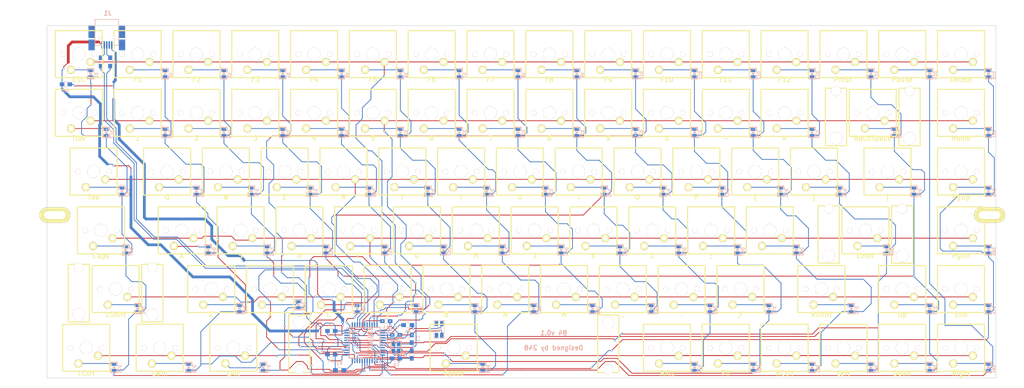
<source format=kicad_pcb>
(kicad_pcb (version 4) (host pcbnew 4.0.1-stable)
  (layers (0 F.Cu signal) (31 B.Cu signal) (34 B.Paste user) (35 F.Paste user) (36 B.SilkS user) (37 F.SilkS user) (38 B.Mask user) (39 F.Mask user) (44 Edge.Cuts user))
  (net 0 "")
  (net 1 "Net-(C1-Pad1)")
  (net 2 GND)
  (net 3 "Net-(C2-Pad1)")
  (net 4 "Net-(C3-Pad1)")
  (net 5 VCC)
  (net 6 "Net-(D1-Pad1)")
  (net 7 /switch_matrix/Col1)
  (net 8 "Net-(D2-Pad1)")
  (net 9 /switch_matrix/Col2)
  (net 10 "Net-(D3-Pad1)")
  (net 11 /switch_matrix/Col3)
  (net 12 "Net-(D4-Pad1)")
  (net 13 /switch_matrix/Col4)
  (net 14 "Net-(D5-Pad1)")
  (net 15 /switch_matrix/Col5)
  (net 16 "Net-(D6-Pad1)")
  (net 17 /switch_matrix/Col6)
  (net 18 "Net-(D7-Pad1)")
  (net 19 /switch_matrix/Col7)
  (net 20 "Net-(D8-Pad1)")
  (net 21 /switch_matrix/Col8)
  (net 22 "Net-(D9-Pad1)")
  (net 23 /switch_matrix/Col9)
  (net 24 "Net-(D10-Pad1)")
  (net 25 /switch_matrix/Col10)
  (net 26 "Net-(D11-Pad1)")
  (net 27 /switch_matrix/Col11)
  (net 28 "Net-(D12-Pad1)")
  (net 29 /switch_matrix/Col12)
  (net 30 "Net-(D13-Pad1)")
  (net 31 /switch_matrix/Col13)
  (net 32 "Net-(D14-Pad1)")
  (net 33 /switch_matrix/Col14)
  (net 34 "Net-(D15-Pad1)")
  (net 35 /switch_matrix/Col15)
  (net 36 "Net-(D16-Pad1)")
  (net 37 /switch_matrix/Col16)
  (net 38 "Net-(D17-Pad1)")
  (net 39 "Net-(D18-Pad1)")
  (net 40 "Net-(D19-Pad1)")
  (net 41 "Net-(D20-Pad1)")
  (net 42 "Net-(D21-Pad1)")
  (net 43 "Net-(D22-Pad1)")
  (net 44 "Net-(D23-Pad1)")
  (net 45 "Net-(D24-Pad1)")
  (net 46 "Net-(D25-Pad1)")
  (net 47 "Net-(D26-Pad1)")
  (net 48 "Net-(D27-Pad1)")
  (net 49 "Net-(D28-Pad1)")
  (net 50 "Net-(D29-Pad1)")
  (net 51 "Net-(D30-Pad1)")
  (net 52 "Net-(D31-Pad1)")
  (net 53 "Net-(D32-Pad1)")
  (net 54 "Net-(D33-Pad1)")
  (net 55 "Net-(D34-Pad1)")
  (net 56 "Net-(D35-Pad1)")
  (net 57 "Net-(D36-Pad1)")
  (net 58 "Net-(D37-Pad1)")
  (net 59 "Net-(D38-Pad1)")
  (net 60 "Net-(D39-Pad1)")
  (net 61 "Net-(D40-Pad1)")
  (net 62 "Net-(D41-Pad1)")
  (net 63 "Net-(D42-Pad1)")
  (net 64 "Net-(D43-Pad1)")
  (net 65 "Net-(D44-Pad1)")
  (net 66 "Net-(D45-Pad1)")
  (net 67 "Net-(D46-Pad1)")
  (net 68 "Net-(D47-Pad1)")
  (net 69 "Net-(D48-Pad1)")
  (net 70 "Net-(D49-Pad1)")
  (net 71 "Net-(D50-Pad1)")
  (net 72 "Net-(D51-Pad1)")
  (net 73 "Net-(D52-Pad1)")
  (net 74 "Net-(D53-Pad1)")
  (net 75 "Net-(D54-Pad1)")
  (net 76 "Net-(D55-Pad1)")
  (net 77 "Net-(D56-Pad1)")
  (net 78 "Net-(D57-Pad1)")
  (net 79 "Net-(D58-Pad1)")
  (net 80 "Net-(D59-Pad1)")
  (net 81 "Net-(D60-Pad1)")
  (net 82 "Net-(D61-Pad1)")
  (net 83 "Net-(D62-Pad1)")
  (net 84 "Net-(D63-Pad1)")
  (net 85 "Net-(D64-Pad1)")
  (net 86 "Net-(D65-Pad1)")
  (net 87 "Net-(D66-Pad1)")
  (net 88 "Net-(D67-Pad1)")
  (net 89 "Net-(D68-Pad1)")
  (net 90 "Net-(D69-Pad1)")
  (net 91 "Net-(D70-Pad1)")
  (net 92 "Net-(D71-Pad1)")
  (net 93 "Net-(D72-Pad1)")
  (net 94 "Net-(D73-Pad1)")
  (net 95 "Net-(D74-Pad1)")
  (net 96 "Net-(D75-Pad1)")
  (net 97 "Net-(D76-Pad1)")
  (net 98 "Net-(D77-Pad1)")
  (net 99 "Net-(D78-Pad1)")
  (net 100 "Net-(D79-Pad1)")
  (net 101 "Net-(D80-Pad1)")
  (net 102 "Net-(D81-Pad1)")
  (net 103 "Net-(D82-Pad1)")
  (net 104 "Net-(D83-Pad1)")
  (net 105 "Net-(D84-Pad1)")
  (net 106 "Net-(IC1-Pad42)")
  (net 107 "Net-(IC1-Pad13)")
  (net 108 /switch_matrix/Row5)
  (net 109 /switch_matrix/Row1)
  (net 110 /switch_matrix/Row2)
  (net 111 "Net-(IC1-Pad25)")
  (net 112 /switch_matrix/Row3)
  (net 113 /switch_matrix/Row4)
  (net 114 /switch_matrix/Row6)
  (net 115 "Net-(IC1-Pad4)")
  (net 116 "Net-(IC1-Pad30)")
  (net 117 "Net-(IC1-Pad3)")
  (net 118 "Net-(IC1-Pad33)")
  (net 119 "Net-(IC1-Pad1)")
  (net 120 "Net-(J1-Pad3)")
  (net 121 "Net-(J1-Pad2)")
  (net 122 "Net-(J1-Pad4)")
  (net 123 "Net-(S1-Pad2)")
  (net 124 "Net-(S1-Pad4)")
  (module Capacitors_SMD:C_0805_HandSoldering (layer B.Cu) (at 107.823 92.329 90)
    (fp_text reference C1 (at 0 2.1 90) (layer B.SilkS) (effects (justify mirror)))
    (fp_text value 22pF hide)
    (pad 1 smd rect (at -1.25 0 90) (size 1.5 1.25) (layers B.Cu B.Paste B.Mask) (net 1 "Net-(C1-Pad1)"))
    (pad 2 smd rect (at 1.25 0 90) (size 1.5 1.25) (layers B.Cu B.Paste B.Mask) (net 2 GND))
  )
  (module Capacitors_SMD:C_0805_HandSoldering (layer B.Cu) (at 107.823 97.409 270)
    (fp_text reference C2 (at 0 2.1 270) (layer B.SilkS) (effects (justify mirror)))
    (fp_text value 22pF hide)
    (pad 1 smd rect (at -1.25 0 270) (size 1.5 1.25) (layers B.Cu B.Paste B.Mask) (net 3 "Net-(C2-Pad1)"))
    (pad 2 smd rect (at 1.25 0 270) (size 1.5 1.25) (layers B.Cu B.Paste B.Mask) (net 2 GND))
  )
  (module Capacitors_SMD:C_0805_HandSoldering (layer B.Cu) (at 99.568 86.614)
    (fp_text reference C3 (at 0 2.1) (layer B.SilkS) (effects (justify mirror)))
    (fp_text value 1uF)
    (pad 1 smd rect (at -1.25 0) (size 1.5 1.25) (layers B.Cu B.Paste B.Mask) (net 4 "Net-(C3-Pad1)"))
    (pad 2 smd rect (at 1.25 0) (size 1.5 1.25) (layers B.Cu B.Paste B.Mask) (net 2 GND))
  )
  (module Capacitors_SMD:C_0805_HandSoldering (layer B.Cu) (at 81.788 97.409)
    (fp_text reference C4 (at 0 2.1) (layer B.SilkS) (effects (justify mirror)))
    (fp_text value 100nF)
    (pad 1 smd rect (at -1.25 0) (size 1.5 1.25) (layers B.Cu B.Paste B.Mask) (net 5 VCC))
    (pad 2 smd rect (at 1.25 0) (size 1.5 1.25) (layers B.Cu B.Paste B.Mask) (net 2 GND))
  )
  (module Capacitors_SMD:C_0805_HandSoldering (layer B.Cu) (at 81.788 89.789 180)
    (fp_text reference C5 (at 0 2.1 180) (layer B.SilkS) (effects (justify mirror)))
    (fp_text value 100nF)
    (pad 1 smd rect (at -1.25 0 180) (size 1.5 1.25) (layers B.Cu B.Paste B.Mask) (net 5 VCC))
    (pad 2 smd rect (at 1.25 0 180) (size 1.5 1.25) (layers B.Cu B.Paste B.Mask) (net 2 GND))
  )
  (module Capacitors_SMD:C_0805_HandSoldering (layer B.Cu) (at 102.743 98.679)
    (fp_text reference C6 (at 0 2.1) (layer B.SilkS) (effects (justify mirror)))
    (fp_text value 100nF)
    (pad 1 smd rect (at -1.25 0) (size 1.5 1.25) (layers B.Cu B.Paste B.Mask) (net 5 VCC))
    (pad 2 smd rect (at 1.25 0) (size 1.5 1.25) (layers B.Cu B.Paste B.Mask) (net 2 GND))
  )
  (module Capacitors_SMD:C_0805_HandSoldering (layer B.Cu) (at 102.743 91.059)
    (fp_text reference C7 (at 0 2.1) (layer B.SilkS) (effects (justify mirror)))
    (fp_text value 100nF)
    (pad 1 smd rect (at -1.25 0) (size 1.5 1.25) (layers B.Cu B.Paste B.Mask) (net 5 VCC))
    (pad 2 smd rect (at 1.25 0) (size 1.5 1.25) (layers B.Cu B.Paste B.Mask) (net 2 GND))
  )
  (module Capacitors_SMD:C_0805_HandSoldering (layer B.Cu) (at -4.191 9.779)
    (fp_text reference C8 (at 0 2.1) (layer B.SilkS) (effects (justify mirror)))
    (fp_text value 1uF)
    (pad 1 smd rect (at -1.25 0) (size 1.5 1.25) (layers B.Cu B.Paste B.Mask) (net 5 VCC))
    (pad 2 smd rect (at 1.25 0) (size 1.5 1.25) (layers B.Cu B.Paste B.Mask) (net 2 GND))
  )
  (module SM0805:SM0805D (layer B.Cu) (at 3.81 6.35 270)
    (fp_text reference D1 (at 0.508 -1.905 270) (layer B.SilkS) (effects (font (size 0.935 0.935) (thickness 0.1588)) (justify mirror)))
    (fp_text value DIODE hide)
    (pad 1 smd rect (at -0.9525 0 270) (size 0.889 1.397) (layers B.Cu B.Paste B.Mask) (net 6 "Net-(D1-Pad1)"))
    (pad 2 smd rect (at 0.9525 0 270) (size 0.889 1.397) (layers B.Cu B.Paste B.Mask) (net 7 /switch_matrix/Col1))
  )
  (module SM0805:SM0805D (layer B.Cu) (at 27.94 6.35 270)
    (fp_text reference D2 (at 0.508 -1.905 270) (layer B.SilkS) (effects (font (size 0.935 0.935) (thickness 0.1588)) (justify mirror)))
    (fp_text value DIODE hide)
    (pad 1 smd rect (at -0.9525 0 270) (size 0.889 1.397) (layers B.Cu B.Paste B.Mask) (net 8 "Net-(D2-Pad1)"))
    (pad 2 smd rect (at 0.9525 0 270) (size 0.889 1.397) (layers B.Cu B.Paste B.Mask) (net 9 /switch_matrix/Col2))
  )
  (module SM0805:SM0805D (layer B.Cu) (at 46.99 6.35 270)
    (fp_text reference D3 (at 0.508 -1.905 270) (layer B.SilkS) (effects (font (size 0.935 0.935) (thickness 0.1588)) (justify mirror)))
    (fp_text value DIODE hide)
    (pad 1 smd rect (at -0.9525 0 270) (size 0.889 1.397) (layers B.Cu B.Paste B.Mask) (net 10 "Net-(D3-Pad1)"))
    (pad 2 smd rect (at 0.9525 0 270) (size 0.889 1.397) (layers B.Cu B.Paste B.Mask) (net 11 /switch_matrix/Col3))
  )
  (module SM0805:SM0805D (layer B.Cu) (at 66.04 6.35 270)
    (fp_text reference D4 (at 0.508 -1.905 270) (layer B.SilkS) (effects (font (size 0.935 0.935) (thickness 0.1588)) (justify mirror)))
    (fp_text value DIODE hide)
    (pad 1 smd rect (at -0.9525 0 270) (size 0.889 1.397) (layers B.Cu B.Paste B.Mask) (net 12 "Net-(D4-Pad1)"))
    (pad 2 smd rect (at 0.9525 0 270) (size 0.889 1.397) (layers B.Cu B.Paste B.Mask) (net 13 /switch_matrix/Col4))
  )
  (module SM0805:SM0805D (layer B.Cu) (at 85.09 6.35 270)
    (fp_text reference D5 (at 0.508 -1.905 270) (layer B.SilkS) (effects (font (size 0.935 0.935) (thickness 0.1588)) (justify mirror)))
    (fp_text value DIODE hide)
    (pad 1 smd rect (at -0.9525 0 270) (size 0.889 1.397) (layers B.Cu B.Paste B.Mask) (net 14 "Net-(D5-Pad1)"))
    (pad 2 smd rect (at 0.9525 0 270) (size 0.889 1.397) (layers B.Cu B.Paste B.Mask) (net 15 /switch_matrix/Col5))
  )
  (module SM0805:SM0805D (layer B.Cu) (at 104.14 6.35 270)
    (fp_text reference D6 (at 0.508 -1.905 270) (layer B.SilkS) (effects (font (size 0.935 0.935) (thickness 0.1588)) (justify mirror)))
    (fp_text value DIODE hide)
    (pad 1 smd rect (at -0.9525 0 270) (size 0.889 1.397) (layers B.Cu B.Paste B.Mask) (net 16 "Net-(D6-Pad1)"))
    (pad 2 smd rect (at 0.9525 0 270) (size 0.889 1.397) (layers B.Cu B.Paste B.Mask) (net 17 /switch_matrix/Col6))
  )
  (module SM0805:SM0805D (layer B.Cu) (at 123.19 6.35 270)
    (fp_text reference D7 (at 0.508 -1.905 270) (layer B.SilkS) (effects (font (size 0.935 0.935) (thickness 0.1588)) (justify mirror)))
    (fp_text value DIODE hide)
    (pad 1 smd rect (at -0.9525 0 270) (size 0.889 1.397) (layers B.Cu B.Paste B.Mask) (net 18 "Net-(D7-Pad1)"))
    (pad 2 smd rect (at 0.9525 0 270) (size 0.889 1.397) (layers B.Cu B.Paste B.Mask) (net 19 /switch_matrix/Col7))
  )
  (module SM0805:SM0805D (layer B.Cu) (at 142.24 6.35 270)
    (fp_text reference D8 (at 0.508 -1.905 270) (layer B.SilkS) (effects (font (size 0.935 0.935) (thickness 0.1588)) (justify mirror)))
    (fp_text value DIODE hide)
    (pad 1 smd rect (at -0.9525 0 270) (size 0.889 1.397) (layers B.Cu B.Paste B.Mask) (net 20 "Net-(D8-Pad1)"))
    (pad 2 smd rect (at 0.9525 0 270) (size 0.889 1.397) (layers B.Cu B.Paste B.Mask) (net 21 /switch_matrix/Col8))
  )
  (module SM0805:SM0805D (layer B.Cu) (at 161.29 6.35 270)
    (fp_text reference D9 (at 0.508 -1.905 270) (layer B.SilkS) (effects (font (size 0.935 0.935) (thickness 0.1588)) (justify mirror)))
    (fp_text value DIODE hide)
    (pad 1 smd rect (at -0.9525 0 270) (size 0.889 1.397) (layers B.Cu B.Paste B.Mask) (net 22 "Net-(D9-Pad1)"))
    (pad 2 smd rect (at 0.9525 0 270) (size 0.889 1.397) (layers B.Cu B.Paste B.Mask) (net 23 /switch_matrix/Col9))
  )
  (module SM0805:SM0805D (layer B.Cu) (at 180.34 6.35 270)
    (fp_text reference D10 (at 0.508 -1.905 270) (layer B.SilkS) (effects (font (size 0.935 0.935) (thickness 0.1588)) (justify mirror)))
    (fp_text value DIODE hide)
    (pad 1 smd rect (at -0.9525 0 270) (size 0.889 1.397) (layers B.Cu B.Paste B.Mask) (net 24 "Net-(D10-Pad1)"))
    (pad 2 smd rect (at 0.9525 0 270) (size 0.889 1.397) (layers B.Cu B.Paste B.Mask) (net 25 /switch_matrix/Col10))
  )
  (module SM0805:SM0805D (layer B.Cu) (at 199.39 6.35 270)
    (fp_text reference D11 (at 0.508 -1.905 270) (layer B.SilkS) (effects (font (size 0.935 0.935) (thickness 0.1588)) (justify mirror)))
    (fp_text value DIODE hide)
    (pad 1 smd rect (at -0.9525 0 270) (size 0.889 1.397) (layers B.Cu B.Paste B.Mask) (net 26 "Net-(D11-Pad1)"))
    (pad 2 smd rect (at 0.9525 0 270) (size 0.889 1.397) (layers B.Cu B.Paste B.Mask) (net 27 /switch_matrix/Col11))
  )
  (module SM0805:SM0805D (layer B.Cu) (at 218.44 6.35 270)
    (fp_text reference D12 (at 0.508 -1.905 270) (layer B.SilkS) (effects (font (size 0.935 0.935) (thickness 0.1588)) (justify mirror)))
    (fp_text value DIODE hide)
    (pad 1 smd rect (at -0.9525 0 270) (size 0.889 1.397) (layers B.Cu B.Paste B.Mask) (net 28 "Net-(D12-Pad1)"))
    (pad 2 smd rect (at 0.9525 0 270) (size 0.889 1.397) (layers B.Cu B.Paste B.Mask) (net 29 /switch_matrix/Col12))
  )
  (module SM0805:SM0805D (layer B.Cu) (at 237.49 6.35 270)
    (fp_text reference D13 (at 0.508 -1.905 270) (layer B.SilkS) (effects (font (size 0.935 0.935) (thickness 0.1588)) (justify mirror)))
    (fp_text value DIODE hide)
    (pad 1 smd rect (at -0.9525 0 270) (size 0.889 1.397) (layers B.Cu B.Paste B.Mask) (net 30 "Net-(D13-Pad1)"))
    (pad 2 smd rect (at 0.9525 0 270) (size 0.889 1.397) (layers B.Cu B.Paste B.Mask) (net 31 /switch_matrix/Col13))
  )
  (module SM0805:SM0805D (layer B.Cu) (at 256.54 6.35 270)
    (fp_text reference D14 (at 0.508 -1.905 270) (layer B.SilkS) (effects (font (size 0.935 0.935) (thickness 0.1588)) (justify mirror)))
    (fp_text value DIODE hide)
    (pad 1 smd rect (at -0.9525 0 270) (size 0.889 1.397) (layers B.Cu B.Paste B.Mask) (net 32 "Net-(D14-Pad1)"))
    (pad 2 smd rect (at 0.9525 0 270) (size 0.889 1.397) (layers B.Cu B.Paste B.Mask) (net 33 /switch_matrix/Col14))
  )
  (module SM0805:SM0805D (layer B.Cu) (at 275.59 6.35 270)
    (fp_text reference D15 (at 0.508 -1.905 270) (layer B.SilkS) (effects (font (size 0.935 0.935) (thickness 0.1588)) (justify mirror)))
    (fp_text value DIODE hide)
    (pad 1 smd rect (at -0.9525 0 270) (size 0.889 1.397) (layers B.Cu B.Paste B.Mask) (net 34 "Net-(D15-Pad1)"))
    (pad 2 smd rect (at 0.9525 0 270) (size 0.889 1.397) (layers B.Cu B.Paste B.Mask) (net 35 /switch_matrix/Col15))
  )
  (module SM0805:SM0805D (layer B.Cu) (at 294.64 6.35 270)
    (fp_text reference D16 (at 0.508 -1.905 270) (layer B.SilkS) (effects (font (size 0.935 0.935) (thickness 0.1588)) (justify mirror)))
    (fp_text value DIODE hide)
    (pad 1 smd rect (at -0.9525 0 270) (size 0.889 1.397) (layers B.Cu B.Paste B.Mask) (net 36 "Net-(D16-Pad1)"))
    (pad 2 smd rect (at 0.9525 0 270) (size 0.889 1.397) (layers B.Cu B.Paste B.Mask) (net 37 /switch_matrix/Col16))
  )
  (module SM0805:SM0805D (layer B.Cu) (at 8.89 25.4 270)
    (fp_text reference D17 (at 0.508 -1.905 270) (layer B.SilkS) (effects (font (size 0.935 0.935) (thickness 0.1588)) (justify mirror)))
    (fp_text value DIODE hide)
    (pad 1 smd rect (at -0.9525 0 270) (size 0.889 1.397) (layers B.Cu B.Paste B.Mask) (net 38 "Net-(D17-Pad1)"))
    (pad 2 smd rect (at 0.9525 0 270) (size 0.889 1.397) (layers B.Cu B.Paste B.Mask) (net 7 /switch_matrix/Col1))
  )
  (module SM0805:SM0805D (layer B.Cu) (at 27.94 25.4 270)
    (fp_text reference D18 (at 0.508 -1.905 270) (layer B.SilkS) (effects (font (size 0.935 0.935) (thickness 0.1588)) (justify mirror)))
    (fp_text value DIODE hide)
    (pad 1 smd rect (at -0.9525 0 270) (size 0.889 1.397) (layers B.Cu B.Paste B.Mask) (net 39 "Net-(D18-Pad1)"))
    (pad 2 smd rect (at 0.9525 0 270) (size 0.889 1.397) (layers B.Cu B.Paste B.Mask) (net 9 /switch_matrix/Col2))
  )
  (module SM0805:SM0805D (layer B.Cu) (at 46.99 25.4 270)
    (fp_text reference D19 (at 0.508 -1.905 270) (layer B.SilkS) (effects (font (size 0.935 0.935) (thickness 0.1588)) (justify mirror)))
    (fp_text value DIODE hide)
    (pad 1 smd rect (at -0.9525 0 270) (size 0.889 1.397) (layers B.Cu B.Paste B.Mask) (net 40 "Net-(D19-Pad1)"))
    (pad 2 smd rect (at 0.9525 0 270) (size 0.889 1.397) (layers B.Cu B.Paste B.Mask) (net 11 /switch_matrix/Col3))
  )
  (module SM0805:SM0805D (layer B.Cu) (at 66.04 25.4 270)
    (fp_text reference D20 (at 0.508 -1.905 270) (layer B.SilkS) (effects (font (size 0.935 0.935) (thickness 0.1588)) (justify mirror)))
    (fp_text value DIODE hide)
    (pad 1 smd rect (at -0.9525 0 270) (size 0.889 1.397) (layers B.Cu B.Paste B.Mask) (net 41 "Net-(D20-Pad1)"))
    (pad 2 smd rect (at 0.9525 0 270) (size 0.889 1.397) (layers B.Cu B.Paste B.Mask) (net 13 /switch_matrix/Col4))
  )
  (module SM0805:SM0805D (layer B.Cu) (at 85.09 25.4 270)
    (fp_text reference D21 (at 0.508 -1.905 270) (layer B.SilkS) (effects (font (size 0.935 0.935) (thickness 0.1588)) (justify mirror)))
    (fp_text value DIODE hide)
    (pad 1 smd rect (at -0.9525 0 270) (size 0.889 1.397) (layers B.Cu B.Paste B.Mask) (net 42 "Net-(D21-Pad1)"))
    (pad 2 smd rect (at 0.9525 0 270) (size 0.889 1.397) (layers B.Cu B.Paste B.Mask) (net 15 /switch_matrix/Col5))
  )
  (module SM0805:SM0805D (layer B.Cu) (at 104.14 25.4 270)
    (fp_text reference D22 (at 0.508 -1.905 270) (layer B.SilkS) (effects (font (size 0.935 0.935) (thickness 0.1588)) (justify mirror)))
    (fp_text value DIODE hide)
    (pad 1 smd rect (at -0.9525 0 270) (size 0.889 1.397) (layers B.Cu B.Paste B.Mask) (net 43 "Net-(D22-Pad1)"))
    (pad 2 smd rect (at 0.9525 0 270) (size 0.889 1.397) (layers B.Cu B.Paste B.Mask) (net 17 /switch_matrix/Col6))
  )
  (module SM0805:SM0805D (layer B.Cu) (at 123.19 25.4 270)
    (fp_text reference D23 (at 0.508 -1.905 270) (layer B.SilkS) (effects (font (size 0.935 0.935) (thickness 0.1588)) (justify mirror)))
    (fp_text value DIODE hide)
    (pad 1 smd rect (at -0.9525 0 270) (size 0.889 1.397) (layers B.Cu B.Paste B.Mask) (net 44 "Net-(D23-Pad1)"))
    (pad 2 smd rect (at 0.9525 0 270) (size 0.889 1.397) (layers B.Cu B.Paste B.Mask) (net 19 /switch_matrix/Col7))
  )
  (module SM0805:SM0805D (layer B.Cu) (at 142.24 25.4 270)
    (fp_text reference D24 (at 0.508 -1.905 270) (layer B.SilkS) (effects (font (size 0.935 0.935) (thickness 0.1588)) (justify mirror)))
    (fp_text value DIODE hide)
    (pad 1 smd rect (at -0.9525 0 270) (size 0.889 1.397) (layers B.Cu B.Paste B.Mask) (net 45 "Net-(D24-Pad1)"))
    (pad 2 smd rect (at 0.9525 0 270) (size 0.889 1.397) (layers B.Cu B.Paste B.Mask) (net 21 /switch_matrix/Col8))
  )
  (module SM0805:SM0805D (layer B.Cu) (at 161.29 25.4 270)
    (fp_text reference D25 (at 0.508 -1.905 270) (layer B.SilkS) (effects (font (size 0.935 0.935) (thickness 0.1588)) (justify mirror)))
    (fp_text value DIODE hide)
    (pad 1 smd rect (at -0.9525 0 270) (size 0.889 1.397) (layers B.Cu B.Paste B.Mask) (net 46 "Net-(D25-Pad1)"))
    (pad 2 smd rect (at 0.9525 0 270) (size 0.889 1.397) (layers B.Cu B.Paste B.Mask) (net 23 /switch_matrix/Col9))
  )
  (module SM0805:SM0805D (layer B.Cu) (at 180.34 25.4 270)
    (fp_text reference D26 (at 0.508 -1.905 270) (layer B.SilkS) (effects (font (size 0.935 0.935) (thickness 0.1588)) (justify mirror)))
    (fp_text value DIODE hide)
    (pad 1 smd rect (at -0.9525 0 270) (size 0.889 1.397) (layers B.Cu B.Paste B.Mask) (net 47 "Net-(D26-Pad1)"))
    (pad 2 smd rect (at 0.9525 0 270) (size 0.889 1.397) (layers B.Cu B.Paste B.Mask) (net 25 /switch_matrix/Col10))
  )
  (module SM0805:SM0805D (layer B.Cu) (at 199.39 25.4 270)
    (fp_text reference D27 (at 0.508 -1.905 270) (layer B.SilkS) (effects (font (size 0.935 0.935) (thickness 0.1588)) (justify mirror)))
    (fp_text value DIODE hide)
    (pad 1 smd rect (at -0.9525 0 270) (size 0.889 1.397) (layers B.Cu B.Paste B.Mask) (net 48 "Net-(D27-Pad1)"))
    (pad 2 smd rect (at 0.9525 0 270) (size 0.889 1.397) (layers B.Cu B.Paste B.Mask) (net 27 /switch_matrix/Col11))
  )
  (module SM0805:SM0805D (layer B.Cu) (at 218.44 25.4 270)
    (fp_text reference D28 (at 0.508 -1.905 270) (layer B.SilkS) (effects (font (size 0.935 0.935) (thickness 0.1588)) (justify mirror)))
    (fp_text value DIODE hide)
    (pad 1 smd rect (at -0.9525 0 270) (size 0.889 1.397) (layers B.Cu B.Paste B.Mask) (net 49 "Net-(D28-Pad1)"))
    (pad 2 smd rect (at 0.9525 0 270) (size 0.889 1.397) (layers B.Cu B.Paste B.Mask) (net 29 /switch_matrix/Col12))
  )
  (module SM0805:SM0805D (layer B.Cu) (at 237.49 25.4 270)
    (fp_text reference D29 (at 0.508 -1.905 270) (layer B.SilkS) (effects (font (size 0.935 0.935) (thickness 0.1588)) (justify mirror)))
    (fp_text value DIODE hide)
    (pad 1 smd rect (at -0.9525 0 270) (size 0.889 1.397) (layers B.Cu B.Paste B.Mask) (net 50 "Net-(D29-Pad1)"))
    (pad 2 smd rect (at 0.9525 0 270) (size 0.889 1.397) (layers B.Cu B.Paste B.Mask) (net 31 /switch_matrix/Col13))
  )
  (module SM0805:SM0805D (layer B.Cu) (at 264.16 25.4 270)
    (fp_text reference D30 (at 0.508 -1.905 270) (layer B.SilkS) (effects (font (size 0.935 0.935) (thickness 0.1588)) (justify mirror)))
    (fp_text value DIODE hide)
    (pad 1 smd rect (at -0.9525 0 270) (size 0.889 1.397) (layers B.Cu B.Paste B.Mask) (net 51 "Net-(D30-Pad1)"))
    (pad 2 smd rect (at 0.9525 0 270) (size 0.889 1.397) (layers B.Cu B.Paste B.Mask) (net 33 /switch_matrix/Col14))
  )
  (module SM0805:SM0805D (layer B.Cu) (at 294.64 25.4 270)
    (fp_text reference D31 (at 0.508 -1.905 270) (layer B.SilkS) (effects (font (size 0.935 0.935) (thickness 0.1588)) (justify mirror)))
    (fp_text value DIODE hide)
    (pad 1 smd rect (at -0.9525 0 270) (size 0.889 1.397) (layers B.Cu B.Paste B.Mask) (net 52 "Net-(D31-Pad1)"))
    (pad 2 smd rect (at 0.9525 0 270) (size 0.889 1.397) (layers B.Cu B.Paste B.Mask) (net 37 /switch_matrix/Col16))
  )
  (module SM0805:SM0805D (layer B.Cu) (at 13.97 44.45 270)
    (fp_text reference D32 (at 0.508 -1.905 270) (layer B.SilkS) (effects (font (size 0.935 0.935) (thickness 0.1588)) (justify mirror)))
    (fp_text value DIODE hide)
    (pad 1 smd rect (at -0.9525 0 270) (size 0.889 1.397) (layers B.Cu B.Paste B.Mask) (net 53 "Net-(D32-Pad1)"))
    (pad 2 smd rect (at 0.9525 0 270) (size 0.889 1.397) (layers B.Cu B.Paste B.Mask) (net 7 /switch_matrix/Col1))
  )
  (module SM0805:SM0805D (layer B.Cu) (at 38.1 44.45 270)
    (fp_text reference D33 (at 0.508 -1.905 270) (layer B.SilkS) (effects (font (size 0.935 0.935) (thickness 0.1588)) (justify mirror)))
    (fp_text value DIODE hide)
    (pad 1 smd rect (at -0.9525 0 270) (size 0.889 1.397) (layers B.Cu B.Paste B.Mask) (net 54 "Net-(D33-Pad1)"))
    (pad 2 smd rect (at 0.9525 0 270) (size 0.889 1.397) (layers B.Cu B.Paste B.Mask) (net 9 /switch_matrix/Col2))
  )
  (module SM0805:SM0805D (layer B.Cu) (at 55.88 44.45 270)
    (fp_text reference D34 (at 0.508 -1.905 270) (layer B.SilkS) (effects (font (size 0.935 0.935) (thickness 0.1588)) (justify mirror)))
    (fp_text value DIODE hide)
    (pad 1 smd rect (at -0.9525 0 270) (size 0.889 1.397) (layers B.Cu B.Paste B.Mask) (net 55 "Net-(D34-Pad1)"))
    (pad 2 smd rect (at 0.9525 0 270) (size 0.889 1.397) (layers B.Cu B.Paste B.Mask) (net 11 /switch_matrix/Col3))
  )
  (module SM0805:SM0805D (layer B.Cu) (at 74.93 44.45 270)
    (fp_text reference D35 (at 0.508 -1.905 270) (layer B.SilkS) (effects (font (size 0.935 0.935) (thickness 0.1588)) (justify mirror)))
    (fp_text value DIODE hide)
    (pad 1 smd rect (at -0.9525 0 270) (size 0.889 1.397) (layers B.Cu B.Paste B.Mask) (net 56 "Net-(D35-Pad1)"))
    (pad 2 smd rect (at 0.9525 0 270) (size 0.889 1.397) (layers B.Cu B.Paste B.Mask) (net 13 /switch_matrix/Col4))
  )
  (module SM0805:SM0805D (layer B.Cu) (at 93.98 44.45 270)
    (fp_text reference D36 (at 0.508 -1.905 270) (layer B.SilkS) (effects (font (size 0.935 0.935) (thickness 0.1588)) (justify mirror)))
    (fp_text value DIODE hide)
    (pad 1 smd rect (at -0.9525 0 270) (size 0.889 1.397) (layers B.Cu B.Paste B.Mask) (net 57 "Net-(D36-Pad1)"))
    (pad 2 smd rect (at 0.9525 0 270) (size 0.889 1.397) (layers B.Cu B.Paste B.Mask) (net 15 /switch_matrix/Col5))
  )
  (module SM0805:SM0805D (layer B.Cu) (at 113.03 44.45 270)
    (fp_text reference D37 (at 0.508 -1.905 270) (layer B.SilkS) (effects (font (size 0.935 0.935) (thickness 0.1588)) (justify mirror)))
    (fp_text value DIODE hide)
    (pad 1 smd rect (at -0.9525 0 270) (size 0.889 1.397) (layers B.Cu B.Paste B.Mask) (net 58 "Net-(D37-Pad1)"))
    (pad 2 smd rect (at 0.9525 0 270) (size 0.889 1.397) (layers B.Cu B.Paste B.Mask) (net 17 /switch_matrix/Col6))
  )
  (module SM0805:SM0805D (layer B.Cu) (at 132.08 44.45 270)
    (fp_text reference D38 (at 0.508 -1.905 270) (layer B.SilkS) (effects (font (size 0.935 0.935) (thickness 0.1588)) (justify mirror)))
    (fp_text value DIODE hide)
    (pad 1 smd rect (at -0.9525 0 270) (size 0.889 1.397) (layers B.Cu B.Paste B.Mask) (net 59 "Net-(D38-Pad1)"))
    (pad 2 smd rect (at 0.9525 0 270) (size 0.889 1.397) (layers B.Cu B.Paste B.Mask) (net 19 /switch_matrix/Col7))
  )
  (module SM0805:SM0805D (layer B.Cu) (at 151.13 44.45 270)
    (fp_text reference D39 (at 0.508 -1.905 270) (layer B.SilkS) (effects (font (size 0.935 0.935) (thickness 0.1588)) (justify mirror)))
    (fp_text value DIODE hide)
    (pad 1 smd rect (at -0.9525 0 270) (size 0.889 1.397) (layers B.Cu B.Paste B.Mask) (net 60 "Net-(D39-Pad1)"))
    (pad 2 smd rect (at 0.9525 0 270) (size 0.889 1.397) (layers B.Cu B.Paste B.Mask) (net 21 /switch_matrix/Col8))
  )
  (module SM0805:SM0805D (layer B.Cu) (at 170.18 44.45 270)
    (fp_text reference D40 (at 0.508 -1.905 270) (layer B.SilkS) (effects (font (size 0.935 0.935) (thickness 0.1588)) (justify mirror)))
    (fp_text value DIODE hide)
    (pad 1 smd rect (at -0.9525 0 270) (size 0.889 1.397) (layers B.Cu B.Paste B.Mask) (net 61 "Net-(D40-Pad1)"))
    (pad 2 smd rect (at 0.9525 0 270) (size 0.889 1.397) (layers B.Cu B.Paste B.Mask) (net 23 /switch_matrix/Col9))
  )
  (module SM0805:SM0805D (layer B.Cu) (at 189.23 44.45 270)
    (fp_text reference D41 (at 0.508 -1.905 270) (layer B.SilkS) (effects (font (size 0.935 0.935) (thickness 0.1588)) (justify mirror)))
    (fp_text value DIODE hide)
    (pad 1 smd rect (at -0.9525 0 270) (size 0.889 1.397) (layers B.Cu B.Paste B.Mask) (net 62 "Net-(D41-Pad1)"))
    (pad 2 smd rect (at 0.9525 0 270) (size 0.889 1.397) (layers B.Cu B.Paste B.Mask) (net 25 /switch_matrix/Col10))
  )
  (module SM0805:SM0805D (layer B.Cu) (at 208.28 44.45 270)
    (fp_text reference D42 (at 0.508 -1.905 270) (layer B.SilkS) (effects (font (size 0.935 0.935) (thickness 0.1588)) (justify mirror)))
    (fp_text value DIODE hide)
    (pad 1 smd rect (at -0.9525 0 270) (size 0.889 1.397) (layers B.Cu B.Paste B.Mask) (net 63 "Net-(D42-Pad1)"))
    (pad 2 smd rect (at 0.9525 0 270) (size 0.889 1.397) (layers B.Cu B.Paste B.Mask) (net 27 /switch_matrix/Col11))
  )
  (module SM0805:SM0805D (layer B.Cu) (at 227.33 44.45 270)
    (fp_text reference D43 (at 0.508 -1.905 270) (layer B.SilkS) (effects (font (size 0.935 0.935) (thickness 0.1588)) (justify mirror)))
    (fp_text value DIODE hide)
    (pad 1 smd rect (at -0.9525 0 270) (size 0.889 1.397) (layers B.Cu B.Paste B.Mask) (net 64 "Net-(D43-Pad1)"))
    (pad 2 smd rect (at 0.9525 0 270) (size 0.889 1.397) (layers B.Cu B.Paste B.Mask) (net 29 /switch_matrix/Col12))
  )
  (module SM0805:SM0805D (layer B.Cu) (at 246.38 44.45 270)
    (fp_text reference D44 (at 0.508 -1.905 270) (layer B.SilkS) (effects (font (size 0.935 0.935) (thickness 0.1588)) (justify mirror)))
    (fp_text value DIODE hide)
    (pad 1 smd rect (at -0.9525 0 270) (size 0.889 1.397) (layers B.Cu B.Paste B.Mask) (net 65 "Net-(D44-Pad1)"))
    (pad 2 smd rect (at 0.9525 0 270) (size 0.889 1.397) (layers B.Cu B.Paste B.Mask) (net 31 /switch_matrix/Col13))
  )
  (module SM0805:SM0805D (layer B.Cu) (at 270.51 44.45 270)
    (fp_text reference D45 (at 0.508 -1.905 270) (layer B.SilkS) (effects (font (size 0.935 0.935) (thickness 0.1588)) (justify mirror)))
    (fp_text value DIODE hide)
    (pad 1 smd rect (at -0.9525 0 270) (size 0.889 1.397) (layers B.Cu B.Paste B.Mask) (net 66 "Net-(D45-Pad1)"))
    (pad 2 smd rect (at 0.9525 0 270) (size 0.889 1.397) (layers B.Cu B.Paste B.Mask) (net 33 /switch_matrix/Col14))
  )
  (module SM0805:SM0805D (layer B.Cu) (at 294.64 44.45 270)
    (fp_text reference D46 (at 0.508 -1.905 270) (layer B.SilkS) (effects (font (size 0.935 0.935) (thickness 0.1588)) (justify mirror)))
    (fp_text value DIODE hide)
    (pad 1 smd rect (at -0.9525 0 270) (size 0.889 1.397) (layers B.Cu B.Paste B.Mask) (net 67 "Net-(D46-Pad1)"))
    (pad 2 smd rect (at 0.9525 0 270) (size 0.889 1.397) (layers B.Cu B.Paste B.Mask) (net 37 /switch_matrix/Col16))
  )
  (module SM0805:SM0805D (layer B.Cu) (at 15.24 63.5 270)
    (fp_text reference D47 (at 0.508 -1.905 270) (layer B.SilkS) (effects (font (size 0.935 0.935) (thickness 0.1588)) (justify mirror)))
    (fp_text value DIODE hide)
    (pad 1 smd rect (at -0.9525 0 270) (size 0.889 1.397) (layers B.Cu B.Paste B.Mask) (net 68 "Net-(D47-Pad1)"))
    (pad 2 smd rect (at 0.9525 0 270) (size 0.889 1.397) (layers B.Cu B.Paste B.Mask) (net 7 /switch_matrix/Col1))
  )
  (module SM0805:SM0805D (layer B.Cu) (at 41.91 63.5 270)
    (fp_text reference D48 (at 0.508 -1.905 270) (layer B.SilkS) (effects (font (size 0.935 0.935) (thickness 0.1588)) (justify mirror)))
    (fp_text value DIODE hide)
    (pad 1 smd rect (at -0.9525 0 270) (size 0.889 1.397) (layers B.Cu B.Paste B.Mask) (net 69 "Net-(D48-Pad1)"))
    (pad 2 smd rect (at 0.9525 0 270) (size 0.889 1.397) (layers B.Cu B.Paste B.Mask) (net 9 /switch_matrix/Col2))
  )
  (module SM0805:SM0805D (layer B.Cu) (at 60.96 63.5 270)
    (fp_text reference D49 (at 0.508 -1.905 270) (layer B.SilkS) (effects (font (size 0.935 0.935) (thickness 0.1588)) (justify mirror)))
    (fp_text value DIODE hide)
    (pad 1 smd rect (at -0.9525 0 270) (size 0.889 1.397) (layers B.Cu B.Paste B.Mask) (net 70 "Net-(D49-Pad1)"))
    (pad 2 smd rect (at 0.9525 0 270) (size 0.889 1.397) (layers B.Cu B.Paste B.Mask) (net 11 /switch_matrix/Col3))
  )
  (module SM0805:SM0805D (layer B.Cu) (at 80.01 63.5 270)
    (fp_text reference D50 (at 0.508 -1.905 270) (layer B.SilkS) (effects (font (size 0.935 0.935) (thickness 0.1588)) (justify mirror)))
    (fp_text value DIODE hide)
    (pad 1 smd rect (at -0.9525 0 270) (size 0.889 1.397) (layers B.Cu B.Paste B.Mask) (net 71 "Net-(D50-Pad1)"))
    (pad 2 smd rect (at 0.9525 0 270) (size 0.889 1.397) (layers B.Cu B.Paste B.Mask) (net 13 /switch_matrix/Col4))
  )
  (module SM0805:SM0805D (layer B.Cu) (at 99.06 63.5 270)
    (fp_text reference D51 (at 0.508 -1.905 270) (layer B.SilkS) (effects (font (size 0.935 0.935) (thickness 0.1588)) (justify mirror)))
    (fp_text value DIODE hide)
    (pad 1 smd rect (at -0.9525 0 270) (size 0.889 1.397) (layers B.Cu B.Paste B.Mask) (net 72 "Net-(D51-Pad1)"))
    (pad 2 smd rect (at 0.9525 0 270) (size 0.889 1.397) (layers B.Cu B.Paste B.Mask) (net 15 /switch_matrix/Col5))
  )
  (module SM0805:SM0805D (layer B.Cu) (at 118.11 63.5 270)
    (fp_text reference D52 (at 0.508 -1.905 270) (layer B.SilkS) (effects (font (size 0.935 0.935) (thickness 0.1588)) (justify mirror)))
    (fp_text value DIODE hide)
    (pad 1 smd rect (at -0.9525 0 270) (size 0.889 1.397) (layers B.Cu B.Paste B.Mask) (net 73 "Net-(D52-Pad1)"))
    (pad 2 smd rect (at 0.9525 0 270) (size 0.889 1.397) (layers B.Cu B.Paste B.Mask) (net 17 /switch_matrix/Col6))
  )
  (module SM0805:SM0805D (layer B.Cu) (at 137.16 63.5 270)
    (fp_text reference D53 (at 0.508 -1.905 270) (layer B.SilkS) (effects (font (size 0.935 0.935) (thickness 0.1588)) (justify mirror)))
    (fp_text value DIODE hide)
    (pad 1 smd rect (at -0.9525 0 270) (size 0.889 1.397) (layers B.Cu B.Paste B.Mask) (net 74 "Net-(D53-Pad1)"))
    (pad 2 smd rect (at 0.9525 0 270) (size 0.889 1.397) (layers B.Cu B.Paste B.Mask) (net 19 /switch_matrix/Col7))
  )
  (module SM0805:SM0805D (layer B.Cu) (at 156.21 63.5 270)
    (fp_text reference D54 (at 0.508 -1.905 270) (layer B.SilkS) (effects (font (size 0.935 0.935) (thickness 0.1588)) (justify mirror)))
    (fp_text value DIODE hide)
    (pad 1 smd rect (at -0.9525 0 270) (size 0.889 1.397) (layers B.Cu B.Paste B.Mask) (net 75 "Net-(D54-Pad1)"))
    (pad 2 smd rect (at 0.9525 0 270) (size 0.889 1.397) (layers B.Cu B.Paste B.Mask) (net 21 /switch_matrix/Col8))
  )
  (module SM0805:SM0805D (layer B.Cu) (at 175.26 63.5 270)
    (fp_text reference D55 (at 0.508 -1.905 270) (layer B.SilkS) (effects (font (size 0.935 0.935) (thickness 0.1588)) (justify mirror)))
    (fp_text value DIODE hide)
    (pad 1 smd rect (at -0.9525 0 270) (size 0.889 1.397) (layers B.Cu B.Paste B.Mask) (net 76 "Net-(D55-Pad1)"))
    (pad 2 smd rect (at 0.9525 0 270) (size 0.889 1.397) (layers B.Cu B.Paste B.Mask) (net 23 /switch_matrix/Col9))
  )
  (module SM0805:SM0805D (layer B.Cu) (at 194.31 63.5 270)
    (fp_text reference D56 (at 0.508 -1.905 270) (layer B.SilkS) (effects (font (size 0.935 0.935) (thickness 0.1588)) (justify mirror)))
    (fp_text value DIODE hide)
    (pad 1 smd rect (at -0.9525 0 270) (size 0.889 1.397) (layers B.Cu B.Paste B.Mask) (net 77 "Net-(D56-Pad1)"))
    (pad 2 smd rect (at 0.9525 0 270) (size 0.889 1.397) (layers B.Cu B.Paste B.Mask) (net 25 /switch_matrix/Col10))
  )
  (module SM0805:SM0805D (layer B.Cu) (at 213.36 63.5 270)
    (fp_text reference D57 (at 0.508 -1.905 270) (layer B.SilkS) (effects (font (size 0.935 0.935) (thickness 0.1588)) (justify mirror)))
    (fp_text value DIODE hide)
    (pad 1 smd rect (at -0.9525 0 270) (size 0.889 1.397) (layers B.Cu B.Paste B.Mask) (net 78 "Net-(D57-Pad1)"))
    (pad 2 smd rect (at 0.9525 0 270) (size 0.889 1.397) (layers B.Cu B.Paste B.Mask) (net 27 /switch_matrix/Col11))
  )
  (module SM0805:SM0805D (layer B.Cu) (at 232.41 63.5 270)
    (fp_text reference D58 (at 0.508 -1.905 270) (layer B.SilkS) (effects (font (size 0.935 0.935) (thickness 0.1588)) (justify mirror)))
    (fp_text value DIODE hide)
    (pad 1 smd rect (at -0.9525 0 270) (size 0.889 1.397) (layers B.Cu B.Paste B.Mask) (net 79 "Net-(D58-Pad1)"))
    (pad 2 smd rect (at 0.9525 0 270) (size 0.889 1.397) (layers B.Cu B.Paste B.Mask) (net 29 /switch_matrix/Col12))
  )
  (module SM0805:SM0805D (layer B.Cu) (at 261.62 63.5 270)
    (fp_text reference D59 (at 0.508 -1.905 270) (layer B.SilkS) (effects (font (size 0.935 0.935) (thickness 0.1588)) (justify mirror)))
    (fp_text value DIODE hide)
    (pad 1 smd rect (at -0.9525 0 270) (size 0.889 1.397) (layers B.Cu B.Paste B.Mask) (net 80 "Net-(D59-Pad1)"))
    (pad 2 smd rect (at 0.9525 0 270) (size 0.889 1.397) (layers B.Cu B.Paste B.Mask) (net 31 /switch_matrix/Col13))
  )
  (module SM0805:SM0805D (layer B.Cu) (at 294.64 63.5 270)
    (fp_text reference D60 (at 0.508 -1.905 270) (layer B.SilkS) (effects (font (size 0.935 0.935) (thickness 0.1588)) (justify mirror)))
    (fp_text value DIODE hide)
    (pad 1 smd rect (at -0.9525 0 270) (size 0.889 1.397) (layers B.Cu B.Paste B.Mask) (net 81 "Net-(D60-Pad1)"))
    (pad 2 smd rect (at 0.9525 0 270) (size 0.889 1.397) (layers B.Cu B.Paste B.Mask) (net 37 /switch_matrix/Col16))
  )
  (module SM0805:SM0805D (layer B.Cu) (at 19.05 82.55 270)
    (fp_text reference D61 (at 0.508 -1.905 270) (layer B.SilkS) (effects (font (size 0.935 0.935) (thickness 0.1588)) (justify mirror)))
    (fp_text value DIODE hide)
    (pad 1 smd rect (at -0.9525 0 270) (size 0.889 1.397) (layers B.Cu B.Paste B.Mask) (net 82 "Net-(D61-Pad1)"))
    (pad 2 smd rect (at 0.9525 0 270) (size 0.889 1.397) (layers B.Cu B.Paste B.Mask) (net 7 /switch_matrix/Col1))
  )
  (module SM0805:SM0805D (layer B.Cu) (at 52.07 82.55 270)
    (fp_text reference D62 (at 0.508 -1.905 270) (layer B.SilkS) (effects (font (size 0.935 0.935) (thickness 0.1588)) (justify mirror)))
    (fp_text value DIODE hide)
    (pad 1 smd rect (at -0.9525 0 270) (size 0.889 1.397) (layers B.Cu B.Paste B.Mask) (net 83 "Net-(D62-Pad1)"))
    (pad 2 smd rect (at 0.9525 0 270) (size 0.889 1.397) (layers B.Cu B.Paste B.Mask) (net 9 /switch_matrix/Col2))
  )
  (module SM0805:SM0805D (layer B.Cu) (at 71.12 81.28 270)
    (fp_text reference D63 (at 0.508 -1.905 270) (layer B.SilkS) (effects (font (size 0.935 0.935) (thickness 0.1588)) (justify mirror)))
    (fp_text value DIODE hide)
    (pad 1 smd rect (at -0.9525 0 270) (size 0.889 1.397) (layers B.Cu B.Paste B.Mask) (net 84 "Net-(D63-Pad1)"))
    (pad 2 smd rect (at 0.9525 0 270) (size 0.889 1.397) (layers B.Cu B.Paste B.Mask) (net 11 /switch_matrix/Col3))
  )
  (module SM0805:SM0805D (layer B.Cu) (at 90.17 82.55 270)
    (fp_text reference D64 (at 0.508 -1.905 270) (layer B.SilkS) (effects (font (size 0.935 0.935) (thickness 0.1588)) (justify mirror)))
    (fp_text value DIODE hide)
    (pad 1 smd rect (at -0.9525 0 270) (size 0.889 1.397) (layers B.Cu B.Paste B.Mask) (net 85 "Net-(D64-Pad1)"))
    (pad 2 smd rect (at 0.9525 0 270) (size 0.889 1.397) (layers B.Cu B.Paste B.Mask) (net 13 /switch_matrix/Col4))
  )
  (module SM0805:SM0805D (layer B.Cu) (at 109.22 82.55 270)
    (fp_text reference D65 (at 0.508 -1.905 270) (layer B.SilkS) (effects (font (size 0.935 0.935) (thickness 0.1588)) (justify mirror)))
    (fp_text value DIODE hide)
    (pad 1 smd rect (at -0.9525 0 270) (size 0.889 1.397) (layers B.Cu B.Paste B.Mask) (net 86 "Net-(D65-Pad1)"))
    (pad 2 smd rect (at 0.9525 0 270) (size 0.889 1.397) (layers B.Cu B.Paste B.Mask) (net 15 /switch_matrix/Col5))
  )
  (module SM0805:SM0805D (layer B.Cu) (at 128.27 82.55 270)
    (fp_text reference D66 (at 0.508 -1.905 270) (layer B.SilkS) (effects (font (size 0.935 0.935) (thickness 0.1588)) (justify mirror)))
    (fp_text value DIODE hide)
    (pad 1 smd rect (at -0.9525 0 270) (size 0.889 1.397) (layers B.Cu B.Paste B.Mask) (net 87 "Net-(D66-Pad1)"))
    (pad 2 smd rect (at 0.9525 0 270) (size 0.889 1.397) (layers B.Cu B.Paste B.Mask) (net 17 /switch_matrix/Col6))
  )
  (module SM0805:SM0805D (layer B.Cu) (at 147.32 82.55 270)
    (fp_text reference D67 (at 0.508 -1.905 270) (layer B.SilkS) (effects (font (size 0.935 0.935) (thickness 0.1588)) (justify mirror)))
    (fp_text value DIODE hide)
    (pad 1 smd rect (at -0.9525 0 270) (size 0.889 1.397) (layers B.Cu B.Paste B.Mask) (net 88 "Net-(D67-Pad1)"))
    (pad 2 smd rect (at 0.9525 0 270) (size 0.889 1.397) (layers B.Cu B.Paste B.Mask) (net 19 /switch_matrix/Col7))
  )
  (module SM0805:SM0805D (layer B.Cu) (at 166.37 82.55 270)
    (fp_text reference D68 (at 0.508 -1.905 270) (layer B.SilkS) (effects (font (size 0.935 0.935) (thickness 0.1588)) (justify mirror)))
    (fp_text value DIODE hide)
    (pad 1 smd rect (at -0.9525 0 270) (size 0.889 1.397) (layers B.Cu B.Paste B.Mask) (net 89 "Net-(D68-Pad1)"))
    (pad 2 smd rect (at 0.9525 0 270) (size 0.889 1.397) (layers B.Cu B.Paste B.Mask) (net 21 /switch_matrix/Col8))
  )
  (module SM0805:SM0805D (layer B.Cu) (at 185.42 82.55 270)
    (fp_text reference D69 (at 0.508 -1.905 270) (layer B.SilkS) (effects (font (size 0.935 0.935) (thickness 0.1588)) (justify mirror)))
    (fp_text value DIODE hide)
    (pad 1 smd rect (at -0.9525 0 270) (size 0.889 1.397) (layers B.Cu B.Paste B.Mask) (net 90 "Net-(D69-Pad1)"))
    (pad 2 smd rect (at 0.9525 0 270) (size 0.889 1.397) (layers B.Cu B.Paste B.Mask) (net 23 /switch_matrix/Col9))
  )
  (module SM0805:SM0805D (layer B.Cu) (at 204.47 82.55 270)
    (fp_text reference D70 (at 0.508 -1.905 270) (layer B.SilkS) (effects (font (size 0.935 0.935) (thickness 0.1588)) (justify mirror)))
    (fp_text value DIODE hide)
    (pad 1 smd rect (at -0.9525 0 270) (size 0.889 1.397) (layers B.Cu B.Paste B.Mask) (net 91 "Net-(D70-Pad1)"))
    (pad 2 smd rect (at 0.9525 0 270) (size 0.889 1.397) (layers B.Cu B.Paste B.Mask) (net 25 /switch_matrix/Col10))
  )
  (module SM0805:SM0805D (layer B.Cu) (at 223.52 82.55 270)
    (fp_text reference D71 (at 0.508 -1.905 270) (layer B.SilkS) (effects (font (size 0.935 0.935) (thickness 0.1588)) (justify mirror)))
    (fp_text value DIODE hide)
    (pad 1 smd rect (at -0.9525 0 270) (size 0.889 1.397) (layers B.Cu B.Paste B.Mask) (net 92 "Net-(D71-Pad1)"))
    (pad 2 smd rect (at 0.9525 0 270) (size 0.889 1.397) (layers B.Cu B.Paste B.Mask) (net 27 /switch_matrix/Col11))
  )
  (module SM0805:SM0805D (layer B.Cu) (at 250.19 82.55 270)
    (fp_text reference D72 (at 0.508 -1.905 270) (layer B.SilkS) (effects (font (size 0.935 0.935) (thickness 0.1588)) (justify mirror)))
    (fp_text value DIODE hide)
    (pad 1 smd rect (at -0.9525 0 270) (size 0.889 1.397) (layers B.Cu B.Paste B.Mask) (net 93 "Net-(D72-Pad1)"))
    (pad 2 smd rect (at 0.9525 0 270) (size 0.889 1.397) (layers B.Cu B.Paste B.Mask) (net 29 /switch_matrix/Col12))
  )
  (module SM0805:SM0805D (layer B.Cu) (at 275.59 82.55 270)
    (fp_text reference D73 (at 0.508 -1.905 270) (layer B.SilkS) (effects (font (size 0.935 0.935) (thickness 0.1588)) (justify mirror)))
    (fp_text value DIODE hide)
    (pad 1 smd rect (at -0.9525 0 270) (size 0.889 1.397) (layers B.Cu B.Paste B.Mask) (net 94 "Net-(D73-Pad1)"))
    (pad 2 smd rect (at 0.9525 0 270) (size 0.889 1.397) (layers B.Cu B.Paste B.Mask) (net 33 /switch_matrix/Col14))
  )
  (module SM0805:SM0805D (layer B.Cu) (at 294.64 82.55 270)
    (fp_text reference D74 (at 0.508 -1.905 270) (layer B.SilkS) (effects (font (size 0.935 0.935) (thickness 0.1588)) (justify mirror)))
    (fp_text value DIODE hide)
    (pad 1 smd rect (at -0.9525 0 270) (size 0.889 1.397) (layers B.Cu B.Paste B.Mask) (net 95 "Net-(D74-Pad1)"))
    (pad 2 smd rect (at 0.9525 0 270) (size 0.889 1.397) (layers B.Cu B.Paste B.Mask) (net 37 /switch_matrix/Col16))
  )
  (module SM0805:SM0805D (layer B.Cu) (at 11.43 101.6 270)
    (fp_text reference D75 (at 0.508 -1.905 270) (layer B.SilkS) (effects (font (size 0.935 0.935) (thickness 0.1588)) (justify mirror)))
    (fp_text value DIODE hide)
    (pad 1 smd rect (at -0.9525 0 270) (size 0.889 1.397) (layers B.Cu B.Paste B.Mask) (net 96 "Net-(D75-Pad1)"))
    (pad 2 smd rect (at 0.9525 0 270) (size 0.889 1.397) (layers B.Cu B.Paste B.Mask) (net 7 /switch_matrix/Col1))
  )
  (module SM0805:SM0805D (layer B.Cu) (at 35.56 101.6 270)
    (fp_text reference D76 (at 0.508 -1.905 270) (layer B.SilkS) (effects (font (size 0.935 0.935) (thickness 0.1588)) (justify mirror)))
    (fp_text value DIODE hide)
    (pad 1 smd rect (at -0.9525 0 270) (size 0.889 1.397) (layers B.Cu B.Paste B.Mask) (net 97 "Net-(D76-Pad1)"))
    (pad 2 smd rect (at 0.9525 0 270) (size 0.889 1.397) (layers B.Cu B.Paste B.Mask) (net 9 /switch_matrix/Col2))
  )
  (module SM0805:SM0805D (layer B.Cu) (at 59.69 101.6 270)
    (fp_text reference D77 (at 0.508 -1.905 270) (layer B.SilkS) (effects (font (size 0.935 0.935) (thickness 0.1588)) (justify mirror)))
    (fp_text value DIODE hide)
    (pad 1 smd rect (at -0.9525 0 270) (size 0.889 1.397) (layers B.Cu B.Paste B.Mask) (net 98 "Net-(D77-Pad1)"))
    (pad 2 smd rect (at 0.9525 0 270) (size 0.889 1.397) (layers B.Cu B.Paste B.Mask) (net 11 /switch_matrix/Col3))
  )
  (module SM0805:SM0805D (layer B.Cu) (at 130.81 101.6 270)
    (fp_text reference D78 (at 0.508 -1.905 270) (layer B.SilkS) (effects (font (size 0.935 0.935) (thickness 0.1588)) (justify mirror)))
    (fp_text value DIODE hide)
    (pad 1 smd rect (at -0.9525 0 270) (size 0.889 1.397) (layers B.Cu B.Paste B.Mask) (net 99 "Net-(D78-Pad1)"))
    (pad 2 smd rect (at 0.9525 0 270) (size 0.889 1.397) (layers B.Cu B.Paste B.Mask) (net 17 /switch_matrix/Col6))
  )
  (module SM0805:SM0805D (layer B.Cu) (at 199.39 101.6 270)
    (fp_text reference D79 (at 0.508 -1.905 270) (layer B.SilkS) (effects (font (size 0.935 0.935) (thickness 0.1588)) (justify mirror)))
    (fp_text value DIODE hide)
    (pad 1 smd rect (at -0.9525 0 270) (size 0.889 1.397) (layers B.Cu B.Paste B.Mask) (net 100 "Net-(D79-Pad1)"))
    (pad 2 smd rect (at 0.9525 0 270) (size 0.889 1.397) (layers B.Cu B.Paste B.Mask) (net 25 /switch_matrix/Col10))
  )
  (module SM0805:SM0805D (layer B.Cu) (at 218.44 101.6 270)
    (fp_text reference D80 (at 0.508 -1.905 270) (layer B.SilkS) (effects (font (size 0.935 0.935) (thickness 0.1588)) (justify mirror)))
    (fp_text value DIODE hide)
    (pad 1 smd rect (at -0.9525 0 270) (size 0.889 1.397) (layers B.Cu B.Paste B.Mask) (net 101 "Net-(D80-Pad1)"))
    (pad 2 smd rect (at 0.9525 0 270) (size 0.889 1.397) (layers B.Cu B.Paste B.Mask) (net 27 /switch_matrix/Col11))
  )
  (module SM0805:SM0805D (layer B.Cu) (at 237.49 101.6 270)
    (fp_text reference D81 (at 0.508 -1.905 270) (layer B.SilkS) (effects (font (size 0.935 0.935) (thickness 0.1588)) (justify mirror)))
    (fp_text value DIODE hide)
    (pad 1 smd rect (at -0.9525 0 270) (size 0.889 1.397) (layers B.Cu B.Paste B.Mask) (net 102 "Net-(D81-Pad1)"))
    (pad 2 smd rect (at 0.9525 0 270) (size 0.889 1.397) (layers B.Cu B.Paste B.Mask) (net 29 /switch_matrix/Col12))
  )
  (module SM0805:SM0805D (layer B.Cu) (at 256.54 101.6 270)
    (fp_text reference D82 (at 0.508 -1.905 270) (layer B.SilkS) (effects (font (size 0.935 0.935) (thickness 0.1588)) (justify mirror)))
    (fp_text value DIODE hide)
    (pad 1 smd rect (at -0.9525 0 270) (size 0.889 1.397) (layers B.Cu B.Paste B.Mask) (net 103 "Net-(D82-Pad1)"))
    (pad 2 smd rect (at 0.9525 0 270) (size 0.889 1.397) (layers B.Cu B.Paste B.Mask) (net 31 /switch_matrix/Col13))
  )
  (module SM0805:SM0805D (layer B.Cu) (at 275.59 101.6 270)
    (fp_text reference D83 (at 0.508 -1.905 270) (layer B.SilkS) (effects (font (size 0.935 0.935) (thickness 0.1588)) (justify mirror)))
    (fp_text value DIODE hide)
    (pad 1 smd rect (at -0.9525 0 270) (size 0.889 1.397) (layers B.Cu B.Paste B.Mask) (net 104 "Net-(D83-Pad1)"))
    (pad 2 smd rect (at 0.9525 0 270) (size 0.889 1.397) (layers B.Cu B.Paste B.Mask) (net 33 /switch_matrix/Col14))
  )
  (module SM0805:SM0805D (layer B.Cu) (at 294.64 101.6 270)
    (fp_text reference D84 (at 0.508 -1.905 270) (layer B.SilkS) (effects (font (size 0.935 0.935) (thickness 0.1588)) (justify mirror)))
    (fp_text value DIODE hide)
    (pad 1 smd rect (at -0.9525 0 270) (size 0.889 1.397) (layers B.Cu B.Paste B.Mask) (net 105 "Net-(D84-Pad1)"))
    (pad 2 smd rect (at 0.9525 0 270) (size 0.889 1.397) (layers B.Cu B.Paste B.Mask) (net 35 /switch_matrix/Col15))
  )
  (module TQFP44:TQFP44 (layer B.Cu) (at 92.583 93.599 270)
    (fp_text reference IC1 (at -4.064 -8.128 270) (layer B.SilkS) (effects (font (size 1.524 1.016) (thickness 0.2032)) (justify mirror)))
    (fp_text value ATMEGA32U4 (at 0 -1.905 270) (layer B.SilkS) (effects (font (size 1.524 1.016) (thickness 0.2032)) (justify mirror)))
    (pad 39 smd oval (at 0 5.715 270) (size 0.4064 1.89992) (layers B.Cu B.Paste B.Mask) (net 27 /switch_matrix/Col11))
    (pad 40 smd oval (at -0.8001 5.715 270) (size 0.4064 1.89992) (layers B.Cu B.Paste B.Mask) (net 29 /switch_matrix/Col12))
    (pad 41 smd oval (at -1.6002 5.715 270) (size 0.4064 1.89992) (layers B.Cu B.Paste B.Mask) (net 31 /switch_matrix/Col13))
    (pad 42 smd oval (at -2.4003 5.715 270) (size 0.4064 1.89992) (layers B.Cu B.Paste B.Mask) (net 106 "Net-(IC1-Pad42)"))
    (pad 43 smd oval (at -3.2004 5.715 270) (size 0.4064 1.89992) (layers B.Cu B.Paste B.Mask) (net 2 GND))
    (pad 44 smd oval (at -4.0005 5.715 270) (size 0.4064 1.89992) (layers B.Cu B.Paste B.Mask) (net 5 VCC))
    (pad 38 smd oval (at 0.8001 5.715 270) (size 0.4064 1.89992) (layers B.Cu B.Paste B.Mask) (net 25 /switch_matrix/Col10))
    (pad 37 smd oval (at 1.6002 5.715 270) (size 0.4064 1.89992) (layers B.Cu B.Paste B.Mask) (net 23 /switch_matrix/Col9))
    (pad 36 smd oval (at 2.4003 5.715 270) (size 0.4064 1.89992) (layers B.Cu B.Paste B.Mask) (net 21 /switch_matrix/Col8))
    (pad 35 smd oval (at 3.2004 5.715 270) (size 0.4064 1.89992) (layers B.Cu B.Paste B.Mask) (net 2 GND))
    (pad 34 smd oval (at 4.0005 5.715 270) (size 0.4064 1.89992) (layers B.Cu B.Paste B.Mask) (net 5 VCC))
    (pad 17 smd oval (at 0 -5.715 270) (size 0.4064 1.89992) (layers B.Cu B.Paste B.Mask) (net 3 "Net-(C2-Pad1)"))
    (pad 16 smd oval (at -0.8001 -5.715 270) (size 0.4064 1.89992) (layers B.Cu B.Paste B.Mask) (net 1 "Net-(C1-Pad1)"))
    (pad 15 smd oval (at -1.6002 -5.715 270) (size 0.4064 1.89992) (layers B.Cu B.Paste B.Mask) (net 2 GND))
    (pad 14 smd oval (at -2.4003 -5.715 270) (size 0.4064 1.89992) (layers B.Cu B.Paste B.Mask) (net 5 VCC))
    (pad 13 smd oval (at -3.2004 -5.715 270) (size 0.4064 1.89992) (layers B.Cu B.Paste B.Mask) (net 107 "Net-(IC1-Pad13)"))
    (pad 12 smd oval (at -4.0005 -5.715 270) (size 0.4064 1.89992) (layers B.Cu B.Paste B.Mask) (net 17 /switch_matrix/Col6))
    (pad 18 smd oval (at 0.8001 -5.715 270) (size 0.4064 1.89992) (layers B.Cu B.Paste B.Mask) (net 15 /switch_matrix/Col5))
    (pad 19 smd oval (at 1.6002 -5.715 270) (size 0.4064 1.89992) (layers B.Cu B.Paste B.Mask) (net 13 /switch_matrix/Col4))
    (pad 20 smd oval (at 2.4003 -5.715 270) (size 0.4064 1.89992) (layers B.Cu B.Paste B.Mask) (net 11 /switch_matrix/Col3))
    (pad 21 smd oval (at 3.2004 -5.715 270) (size 0.4064 1.89992) (layers B.Cu B.Paste B.Mask) (net 9 /switch_matrix/Col2))
    (pad 22 smd oval (at 4.0005 -5.715 270) (size 0.4064 1.89992) (layers B.Cu B.Paste B.Mask) (net 7 /switch_matrix/Col1))
    (pad 6 smd oval (at -5.715 0 270) (size 1.89992 0.4064) (layers B.Cu B.Paste B.Mask) (net 4 "Net-(C3-Pad1)"))
    (pad 28 smd oval (at 5.715 0 270) (size 1.89992 0.4064) (layers B.Cu B.Paste B.Mask) (net 108 /switch_matrix/Row5))
    (pad 7 smd oval (at -5.715 -0.8001 270) (size 1.89992 0.4064) (layers B.Cu B.Paste B.Mask) (net 5 VCC))
    (pad 27 smd oval (at 5.715 -0.8001 270) (size 1.89992 0.4064) (layers B.Cu B.Paste B.Mask) (net 37 /switch_matrix/Col16))
    (pad 26 smd oval (at 5.715 -1.6002 270) (size 1.89992 0.4064) (layers B.Cu B.Paste B.Mask) (net 35 /switch_matrix/Col15))
    (pad 8 smd oval (at -5.715 -1.6002 270) (size 1.89992 0.4064) (layers B.Cu B.Paste B.Mask) (net 109 /switch_matrix/Row1))
    (pad 9 smd oval (at -5.715 -2.4003 270) (size 1.89992 0.4064) (layers B.Cu B.Paste B.Mask) (net 110 /switch_matrix/Row2))
    (pad 25 smd oval (at 5.715 -2.4003 270) (size 1.89992 0.4064) (layers B.Cu B.Paste B.Mask) (net 111 "Net-(IC1-Pad25)"))
    (pad 24 smd oval (at 5.715 -3.2004 270) (size 1.89992 0.4064) (layers B.Cu B.Paste B.Mask) (net 5 VCC))
    (pad 10 smd oval (at -5.715 -3.2004 270) (size 1.89992 0.4064) (layers B.Cu B.Paste B.Mask) (net 112 /switch_matrix/Row3))
    (pad 11 smd oval (at -5.715 -4.0005 270) (size 1.89992 0.4064) (layers B.Cu B.Paste B.Mask) (net 113 /switch_matrix/Row4))
    (pad 23 smd oval (at 5.715 -4.0005 270) (size 1.89992 0.4064) (layers B.Cu B.Paste B.Mask) (net 2 GND))
    (pad 29 smd oval (at 5.715 0.8001 270) (size 1.89992 0.4064) (layers B.Cu B.Paste B.Mask) (net 114 /switch_matrix/Row6))
    (pad 5 smd oval (at -5.715 0.8001 270) (size 1.89992 0.4064) (layers B.Cu B.Paste B.Mask) (net 2 GND))
    (pad 4 smd oval (at -5.715 1.6002 270) (size 1.89992 0.4064) (layers B.Cu B.Paste B.Mask) (net 115 "Net-(IC1-Pad4)"))
    (pad 30 smd oval (at 5.715 1.6002 270) (size 1.89992 0.4064) (layers B.Cu B.Paste B.Mask) (net 116 "Net-(IC1-Pad30)"))
    (pad 31 smd oval (at 5.715 2.4003 270) (size 1.89992 0.4064) (layers B.Cu B.Paste B.Mask) (net 19 /switch_matrix/Col7))
    (pad 3 smd oval (at -5.715 2.4003 270) (size 1.89992 0.4064) (layers B.Cu B.Paste B.Mask) (net 117 "Net-(IC1-Pad3)"))
    (pad 2 smd oval (at -5.715 3.2004 270) (size 1.89992 0.4064) (layers B.Cu B.Paste B.Mask) (net 5 VCC))
    (pad 32 smd oval (at 5.715 3.2004 270) (size 1.89992 0.4064) (layers B.Cu B.Paste B.Mask) (net 33 /switch_matrix/Col14))
    (pad 33 smd oval (at 5.715 4.0005 270) (size 1.89992 0.4064) (layers B.Cu B.Paste B.Mask) (net 118 "Net-(IC1-Pad33)"))
    (pad 1 smd oval (at -5.715 4.0005 270) (size 1.89992 0.4064) (layers B.Cu B.Paste B.Mask) (net 119 "Net-(IC1-Pad1)"))
  )
  (module molex-usb:67503 (layer B.Cu) (at 9.0525 -9.22875 180)
    (fp_text reference J1 (at -0.254 4.064 180) (layer B.SilkS) (effects (font (thickness 0.3048)) (justify mirror)))
    (fp_text value USBMINI_B05 hide)
    (pad "" smd rect (at -4.92506 -1.99898 180) (size 2.04978 4.0005) (layers B.Cu B.Paste B.Mask))
    (pad "" smd rect (at 4.92506 -1.99898 180) (size 2.04978 4.0005) (layers B.Cu B.Paste B.Mask))
    (pad "" smd rect (at 4.92506 -6.25094 180) (size 2.04978 3.50012) (layers B.Cu B.Paste B.Mask))
    (pad "" smd rect (at -4.92506 -6.25094 180) (size 2.04978 3.50012) (layers B.Cu B.Paste B.Mask))
    (pad 3 smd oval (at 0 -6.2509 180) (size 0.5004 2.5) (layers B.Cu B.Paste B.Mask) (net 120 "Net-(J1-Pad3)"))
    (pad 2 smd oval (at 0.8001 -6.2509 180) (size 0.5004 2.5) (layers B.Cu B.Paste B.Mask) (net 121 "Net-(J1-Pad2)"))
    (pad 1 smd oval (at 1.6002 -6.2509 180) (size 0.5004 2.5) (layers B.Cu B.Paste B.Mask) (net 5 VCC))
    (pad 4 smd oval (at -0.8001 -6.2509 180) (size 0.5004 2.5) (layers B.Cu B.Paste B.Mask) (net 122 "Net-(J1-Pad4)"))
    (pad 5 smd oval (at -1.6002 -6.2509 180) (size 0.5004 2.5) (layers B.Cu B.Paste B.Mask) (net 2 GND))
    (pad "" thru_hole circle (at 2.2 -3.9 180) (size 0.9 0.9) (drill 0.9) (layers *.Cu *.Mask B.SilkS))
    (pad "" thru_hole circle (at -2.2 -3.9 180) (size 0.9 0.9) (drill 0.9) (layers *.Cu *.Mask B.SilkS))
  )
  (module Resistors_SMD:R_0805_HandSoldering (layer B.Cu) (at 7.112 2.54 270)
    (fp_text reference R1 (at 0 2.1 360) (layer B.SilkS) (effects (justify mirror)))
    (fp_text value 22R hide)
    (pad 1 smd rect (at -1.35 0 270) (size 1.5 1.3) (layers B.Cu B.Paste B.Mask) (net 121 "Net-(J1-Pad2)"))
    (pad 2 smd rect (at 1.35 0 270) (size 1.5 1.3) (layers B.Cu B.Paste B.Mask) (net 117 "Net-(IC1-Pad3)"))
  )
  (module Resistors_SMD:R_0805_HandSoldering (layer B.Cu) (at 10.16 2.54 90)
    (fp_text reference R2 (at 0 2.1 180) (layer B.SilkS) (effects (justify mirror)))
    (fp_text value 22R hide)
    (pad 1 smd rect (at -1.35 0 90) (size 1.5 1.3) (layers B.Cu B.Paste B.Mask) (net 115 "Net-(IC1-Pad4)"))
    (pad 2 smd rect (at 1.35 0 90) (size 1.5 1.3) (layers B.Cu B.Paste B.Mask) (net 120 "Net-(J1-Pad3)"))
  )
  (module Resistors_SMD:R_0805_HandSoldering (layer B.Cu) (at 84.455 102.489 180)
    (fp_text reference R3 (at 0 2.1 180) (layer B.SilkS) (effects (justify mirror)))
    (fp_text value 10K)
    (pad 1 smd rect (at -1.35 0 180) (size 1.5 1.3) (layers B.Cu B.Paste B.Mask) (net 118 "Net-(IC1-Pad33)"))
    (pad 2 smd rect (at 1.35 0 180) (size 1.5 1.3) (layers B.Cu B.Paste B.Mask) (net 2 GND))
  )
  (module Resistors_SMD:R_0805_HandSoldering (layer B.Cu) (at 106.553 87.884)
    (fp_text reference R4 (at 0 2.1) (layer B.SilkS) (effects (justify mirror)))
    (fp_text value 10K)
    (pad 1 smd rect (at -1.35 0) (size 1.5 1.3) (layers B.Cu B.Paste B.Mask) (net 5 VCC))
    (pad 2 smd rect (at 1.35 0) (size 1.5 1.3) (layers B.Cu B.Paste B.Mask) (net 107 "Net-(IC1-Pad13)"))
  )
  (module lib:TACT_4x3 (layer B.Cu) (at 116.713 89.281 90)
    (fp_text reference S1 (at 0 0 360) (layer B.SilkS) (effects (font (size 0.89916 0.89916) (thickness 0.14986)) (justify mirror)))
    (fp_text value DTSM-6 hide)
    (pad 1 smd rect (at -1.9 0.8509 90) (size 1.6 1.1) (layers B.Cu B.Paste B.Mask) (net 2 GND))
    (pad 2 smd rect (at -1.9 -0.85 90) (size 1.6 1.1) (layers B.Cu B.Paste B.Mask) (net 123 "Net-(S1-Pad2)"))
    (pad 3 smd rect (at 1.9 0.8509 90) (size 1.6 1.1) (layers B.Cu B.Paste B.Mask) (net 107 "Net-(IC1-Pad13)"))
    (pad 4 smd rect (at 1.9 -0.8509 90) (size 1.6 1.1) (layers B.Cu B.Paste B.Mask) (net 124 "Net-(S1-Pad4)"))
  )
  (module MX1A:MX1A-simple (layer F.Cu) (at 0 0 180)
    (fp_text reference S2 hide)
    (fp_text value ESC (at 0 -8.255 180) (layer F.SilkS) (effects (font (thickness 0.3048))))
    (pad 0 thru_hole circle (at 0 0 180) (size 4.09956 4.09956) (drill 4.09956) (layers *.Cu *.Mask F.SilkS))
    (pad 2 thru_hole circle (at 2.54 -5.08 180) (size 2.60096 2.60096) (drill 1.50114) (layers *.Cu *.Mask F.SilkS) (net 6 "Net-(D1-Pad1)"))
    (pad 1 thru_hole circle (at -3.81 -2.54 180) (size 2.60096 2.60096) (drill 1.50114) (layers *.Cu *.Mask F.SilkS) (net 109 /switch_matrix/Row1))
    (pad "" thru_hole circle (at -5.08 0 180) (size 1.69926 1.69926) (drill 1.69926) (layers *.Cu *.Mask F.SilkS))
    (pad "" thru_hole circle (at 5.08 0 180) (size 1.69926 1.69926) (drill 1.69926) (layers *.Cu *.Mask F.SilkS))
  )
  (module MX1A:MX1A-simple (layer F.Cu) (at 19.05 0 180)
    (fp_text reference S3 hide)
    (fp_text value F1 (at 0 -8.255 180) (layer F.SilkS) (effects (font (thickness 0.3048))))
    (pad 0 thru_hole circle (at 0 0 180) (size 4.09956 4.09956) (drill 4.09956) (layers *.Cu *.Mask F.SilkS))
    (pad 2 thru_hole circle (at 2.54 -5.08 180) (size 2.60096 2.60096) (drill 1.50114) (layers *.Cu *.Mask F.SilkS) (net 8 "Net-(D2-Pad1)"))
    (pad 1 thru_hole circle (at -3.81 -2.54 180) (size 2.60096 2.60096) (drill 1.50114) (layers *.Cu *.Mask F.SilkS) (net 109 /switch_matrix/Row1))
    (pad "" thru_hole circle (at -5.08 0 180) (size 1.69926 1.69926) (drill 1.69926) (layers *.Cu *.Mask F.SilkS))
    (pad "" thru_hole circle (at 5.08 0 180) (size 1.69926 1.69926) (drill 1.69926) (layers *.Cu *.Mask F.SilkS))
  )
  (module MX1A:MX1A-simple (layer F.Cu) (at 38.1 0 180)
    (fp_text reference S4 hide)
    (fp_text value F2 (at 0 -8.255 180) (layer F.SilkS) (effects (font (thickness 0.3048))))
    (pad 0 thru_hole circle (at 0 0 180) (size 4.09956 4.09956) (drill 4.09956) (layers *.Cu *.Mask F.SilkS))
    (pad 2 thru_hole circle (at 2.54 -5.08 180) (size 2.60096 2.60096) (drill 1.50114) (layers *.Cu *.Mask F.SilkS) (net 10 "Net-(D3-Pad1)"))
    (pad 1 thru_hole circle (at -3.81 -2.54 180) (size 2.60096 2.60096) (drill 1.50114) (layers *.Cu *.Mask F.SilkS) (net 109 /switch_matrix/Row1))
    (pad "" thru_hole circle (at -5.08 0 180) (size 1.69926 1.69926) (drill 1.69926) (layers *.Cu *.Mask F.SilkS))
    (pad "" thru_hole circle (at 5.08 0 180) (size 1.69926 1.69926) (drill 1.69926) (layers *.Cu *.Mask F.SilkS))
  )
  (module MX1A:MX1A-simple (layer F.Cu) (at 57.15 0 180)
    (fp_text reference S5 hide)
    (fp_text value F3 (at 0 -8.255 180) (layer F.SilkS) (effects (font (thickness 0.3048))))
    (pad 0 thru_hole circle (at 0 0 180) (size 4.09956 4.09956) (drill 4.09956) (layers *.Cu *.Mask F.SilkS))
    (pad 2 thru_hole circle (at 2.54 -5.08 180) (size 2.60096 2.60096) (drill 1.50114) (layers *.Cu *.Mask F.SilkS) (net 12 "Net-(D4-Pad1)"))
    (pad 1 thru_hole circle (at -3.81 -2.54 180) (size 2.60096 2.60096) (drill 1.50114) (layers *.Cu *.Mask F.SilkS) (net 109 /switch_matrix/Row1))
    (pad "" thru_hole circle (at -5.08 0 180) (size 1.69926 1.69926) (drill 1.69926) (layers *.Cu *.Mask F.SilkS))
    (pad "" thru_hole circle (at 5.08 0 180) (size 1.69926 1.69926) (drill 1.69926) (layers *.Cu *.Mask F.SilkS))
  )
  (module MX1A:MX1A-simple (layer F.Cu) (at 76.2 0 180)
    (fp_text reference S6 hide)
    (fp_text value F4 (at 0 -8.255 180) (layer F.SilkS) (effects (font (thickness 0.3048))))
    (pad 0 thru_hole circle (at 0 0 180) (size 4.09956 4.09956) (drill 4.09956) (layers *.Cu *.Mask F.SilkS))
    (pad 2 thru_hole circle (at 2.54 -5.08 180) (size 2.60096 2.60096) (drill 1.50114) (layers *.Cu *.Mask F.SilkS) (net 14 "Net-(D5-Pad1)"))
    (pad 1 thru_hole circle (at -3.81 -2.54 180) (size 2.60096 2.60096) (drill 1.50114) (layers *.Cu *.Mask F.SilkS) (net 109 /switch_matrix/Row1))
    (pad "" thru_hole circle (at -5.08 0 180) (size 1.69926 1.69926) (drill 1.69926) (layers *.Cu *.Mask F.SilkS))
    (pad "" thru_hole circle (at 5.08 0 180) (size 1.69926 1.69926) (drill 1.69926) (layers *.Cu *.Mask F.SilkS))
  )
  (module MX1A:MX1A-simple (layer F.Cu) (at 95.25 0 180)
    (fp_text reference S7 hide)
    (fp_text value F5 (at 0 -8.255 180) (layer F.SilkS) (effects (font (thickness 0.3048))))
    (pad 0 thru_hole circle (at 0 0 180) (size 4.09956 4.09956) (drill 4.09956) (layers *.Cu *.Mask F.SilkS))
    (pad 2 thru_hole circle (at 2.54 -5.08 180) (size 2.60096 2.60096) (drill 1.50114) (layers *.Cu *.Mask F.SilkS) (net 16 "Net-(D6-Pad1)"))
    (pad 1 thru_hole circle (at -3.81 -2.54 180) (size 2.60096 2.60096) (drill 1.50114) (layers *.Cu *.Mask F.SilkS) (net 109 /switch_matrix/Row1))
    (pad "" thru_hole circle (at -5.08 0 180) (size 1.69926 1.69926) (drill 1.69926) (layers *.Cu *.Mask F.SilkS))
    (pad "" thru_hole circle (at 5.08 0 180) (size 1.69926 1.69926) (drill 1.69926) (layers *.Cu *.Mask F.SilkS))
  )
  (module MX1A:MX1A-simple (layer F.Cu) (at 114.3 0 180)
    (fp_text reference S8 hide)
    (fp_text value F6 (at 0 -8.255 180) (layer F.SilkS) (effects (font (thickness 0.3048))))
    (pad 0 thru_hole circle (at 0 0 180) (size 4.09956 4.09956) (drill 4.09956) (layers *.Cu *.Mask F.SilkS))
    (pad 2 thru_hole circle (at 2.54 -5.08 180) (size 2.60096 2.60096) (drill 1.50114) (layers *.Cu *.Mask F.SilkS) (net 18 "Net-(D7-Pad1)"))
    (pad 1 thru_hole circle (at -3.81 -2.54 180) (size 2.60096 2.60096) (drill 1.50114) (layers *.Cu *.Mask F.SilkS) (net 109 /switch_matrix/Row1))
    (pad "" thru_hole circle (at -5.08 0 180) (size 1.69926 1.69926) (drill 1.69926) (layers *.Cu *.Mask F.SilkS))
    (pad "" thru_hole circle (at 5.08 0 180) (size 1.69926 1.69926) (drill 1.69926) (layers *.Cu *.Mask F.SilkS))
  )
  (module MX1A:MX1A-simple (layer F.Cu) (at 133.35 0 180)
    (fp_text reference S9 hide)
    (fp_text value F7 (at 0 -8.255 180) (layer F.SilkS) (effects (font (thickness 0.3048))))
    (pad 0 thru_hole circle (at 0 0 180) (size 4.09956 4.09956) (drill 4.09956) (layers *.Cu *.Mask F.SilkS))
    (pad 2 thru_hole circle (at 2.54 -5.08 180) (size 2.60096 2.60096) (drill 1.50114) (layers *.Cu *.Mask F.SilkS) (net 20 "Net-(D8-Pad1)"))
    (pad 1 thru_hole circle (at -3.81 -2.54 180) (size 2.60096 2.60096) (drill 1.50114) (layers *.Cu *.Mask F.SilkS) (net 109 /switch_matrix/Row1))
    (pad "" thru_hole circle (at -5.08 0 180) (size 1.69926 1.69926) (drill 1.69926) (layers *.Cu *.Mask F.SilkS))
    (pad "" thru_hole circle (at 5.08 0 180) (size 1.69926 1.69926) (drill 1.69926) (layers *.Cu *.Mask F.SilkS))
  )
  (module MX1A:MX1A-simple (layer F.Cu) (at 152.4 0 180)
    (fp_text reference S10 hide)
    (fp_text value F8 (at 0 -8.255 180) (layer F.SilkS) (effects (font (thickness 0.3048))))
    (pad 0 thru_hole circle (at 0 0 180) (size 4.09956 4.09956) (drill 4.09956) (layers *.Cu *.Mask F.SilkS))
    (pad 2 thru_hole circle (at 2.54 -5.08 180) (size 2.60096 2.60096) (drill 1.50114) (layers *.Cu *.Mask F.SilkS) (net 22 "Net-(D9-Pad1)"))
    (pad 1 thru_hole circle (at -3.81 -2.54 180) (size 2.60096 2.60096) (drill 1.50114) (layers *.Cu *.Mask F.SilkS) (net 109 /switch_matrix/Row1))
    (pad "" thru_hole circle (at -5.08 0 180) (size 1.69926 1.69926) (drill 1.69926) (layers *.Cu *.Mask F.SilkS))
    (pad "" thru_hole circle (at 5.08 0 180) (size 1.69926 1.69926) (drill 1.69926) (layers *.Cu *.Mask F.SilkS))
  )
  (module MX1A:MX1A-simple (layer F.Cu) (at 171.45 0 180)
    (fp_text reference S11 hide)
    (fp_text value F9 (at 0 -8.255 180) (layer F.SilkS) (effects (font (thickness 0.3048))))
    (pad 0 thru_hole circle (at 0 0 180) (size 4.09956 4.09956) (drill 4.09956) (layers *.Cu *.Mask F.SilkS))
    (pad 2 thru_hole circle (at 2.54 -5.08 180) (size 2.60096 2.60096) (drill 1.50114) (layers *.Cu *.Mask F.SilkS) (net 24 "Net-(D10-Pad1)"))
    (pad 1 thru_hole circle (at -3.81 -2.54 180) (size 2.60096 2.60096) (drill 1.50114) (layers *.Cu *.Mask F.SilkS) (net 109 /switch_matrix/Row1))
    (pad "" thru_hole circle (at -5.08 0 180) (size 1.69926 1.69926) (drill 1.69926) (layers *.Cu *.Mask F.SilkS))
    (pad "" thru_hole circle (at 5.08 0 180) (size 1.69926 1.69926) (drill 1.69926) (layers *.Cu *.Mask F.SilkS))
  )
  (module MX1A:MX1A-simple (layer F.Cu) (at 190.5 0 180)
    (fp_text reference S12 hide)
    (fp_text value F10 (at 0 -8.255 180) (layer F.SilkS) (effects (font (thickness 0.3048))))
    (pad 0 thru_hole circle (at 0 0 180) (size 4.09956 4.09956) (drill 4.09956) (layers *.Cu *.Mask F.SilkS))
    (pad 2 thru_hole circle (at 2.54 -5.08 180) (size 2.60096 2.60096) (drill 1.50114) (layers *.Cu *.Mask F.SilkS) (net 26 "Net-(D11-Pad1)"))
    (pad 1 thru_hole circle (at -3.81 -2.54 180) (size 2.60096 2.60096) (drill 1.50114) (layers *.Cu *.Mask F.SilkS) (net 109 /switch_matrix/Row1))
    (pad "" thru_hole circle (at -5.08 0 180) (size 1.69926 1.69926) (drill 1.69926) (layers *.Cu *.Mask F.SilkS))
    (pad "" thru_hole circle (at 5.08 0 180) (size 1.69926 1.69926) (drill 1.69926) (layers *.Cu *.Mask F.SilkS))
  )
  (module MX1A:MX1A-simple (layer F.Cu) (at 209.55 0 180)
    (fp_text reference S13 hide)
    (fp_text value F11 (at 0 -8.255 180) (layer F.SilkS) (effects (font (thickness 0.3048))))
    (pad 0 thru_hole circle (at 0 0 180) (size 4.09956 4.09956) (drill 4.09956) (layers *.Cu *.Mask F.SilkS))
    (pad 2 thru_hole circle (at 2.54 -5.08 180) (size 2.60096 2.60096) (drill 1.50114) (layers *.Cu *.Mask F.SilkS) (net 28 "Net-(D12-Pad1)"))
    (pad 1 thru_hole circle (at -3.81 -2.54 180) (size 2.60096 2.60096) (drill 1.50114) (layers *.Cu *.Mask F.SilkS) (net 109 /switch_matrix/Row1))
    (pad "" thru_hole circle (at -5.08 0 180) (size 1.69926 1.69926) (drill 1.69926) (layers *.Cu *.Mask F.SilkS))
    (pad "" thru_hole circle (at 5.08 0 180) (size 1.69926 1.69926) (drill 1.69926) (layers *.Cu *.Mask F.SilkS))
  )
  (module MX1A:MX1A-simple (layer F.Cu) (at 228.6 0 180)
    (fp_text reference S14 hide)
    (fp_text value F12 (at 0 -8.255 180) (layer F.SilkS) (effects (font (thickness 0.3048))))
    (pad 0 thru_hole circle (at 0 0 180) (size 4.09956 4.09956) (drill 4.09956) (layers *.Cu *.Mask F.SilkS))
    (pad 2 thru_hole circle (at 2.54 -5.08 180) (size 2.60096 2.60096) (drill 1.50114) (layers *.Cu *.Mask F.SilkS) (net 30 "Net-(D13-Pad1)"))
    (pad 1 thru_hole circle (at -3.81 -2.54 180) (size 2.60096 2.60096) (drill 1.50114) (layers *.Cu *.Mask F.SilkS) (net 109 /switch_matrix/Row1))
    (pad "" thru_hole circle (at -5.08 0 180) (size 1.69926 1.69926) (drill 1.69926) (layers *.Cu *.Mask F.SilkS))
    (pad "" thru_hole circle (at 5.08 0 180) (size 1.69926 1.69926) (drill 1.69926) (layers *.Cu *.Mask F.SilkS))
  )
  (module MX1A:MX1A-simple (layer F.Cu) (at 247.65 0 180)
    (fp_text reference S15 hide)
    (fp_text value PrtSc (at 0 -8.255 180) (layer F.SilkS) (effects (font (thickness 0.3048))))
    (pad 0 thru_hole circle (at 0 0 180) (size 4.09956 4.09956) (drill 4.09956) (layers *.Cu *.Mask F.SilkS))
    (pad 2 thru_hole circle (at 2.54 -5.08 180) (size 2.60096 2.60096) (drill 1.50114) (layers *.Cu *.Mask F.SilkS) (net 32 "Net-(D14-Pad1)"))
    (pad 1 thru_hole circle (at -3.81 -2.54 180) (size 2.60096 2.60096) (drill 1.50114) (layers *.Cu *.Mask F.SilkS) (net 109 /switch_matrix/Row1))
    (pad "" thru_hole circle (at -5.08 0 180) (size 1.69926 1.69926) (drill 1.69926) (layers *.Cu *.Mask F.SilkS))
    (pad "" thru_hole circle (at 5.08 0 180) (size 1.69926 1.69926) (drill 1.69926) (layers *.Cu *.Mask F.SilkS))
  )
  (module MX1A:MX1A-simple (layer F.Cu) (at 266.7 0 180)
    (fp_text reference S16 hide)
    (fp_text value Pause (at 0 -8.255 180) (layer F.SilkS) (effects (font (thickness 0.3048))))
    (pad 0 thru_hole circle (at 0 0 180) (size 4.09956 4.09956) (drill 4.09956) (layers *.Cu *.Mask F.SilkS))
    (pad 2 thru_hole circle (at 2.54 -5.08 180) (size 2.60096 2.60096) (drill 1.50114) (layers *.Cu *.Mask F.SilkS) (net 34 "Net-(D15-Pad1)"))
    (pad 1 thru_hole circle (at -3.81 -2.54 180) (size 2.60096 2.60096) (drill 1.50114) (layers *.Cu *.Mask F.SilkS) (net 109 /switch_matrix/Row1))
    (pad "" thru_hole circle (at -5.08 0 180) (size 1.69926 1.69926) (drill 1.69926) (layers *.Cu *.Mask F.SilkS))
    (pad "" thru_hole circle (at 5.08 0 180) (size 1.69926 1.69926) (drill 1.69926) (layers *.Cu *.Mask F.SilkS))
  )
  (module MX1A:MX1A-simple (layer F.Cu) (at 285.75 0 180)
    (fp_text reference S17 hide)
    (fp_text value Delete (at 0 -8.255 180) (layer F.SilkS) (effects (font (thickness 0.3048))))
    (pad 0 thru_hole circle (at 0 0 180) (size 4.09956 4.09956) (drill 4.09956) (layers *.Cu *.Mask F.SilkS))
    (pad 2 thru_hole circle (at 2.54 -5.08 180) (size 2.60096 2.60096) (drill 1.50114) (layers *.Cu *.Mask F.SilkS) (net 36 "Net-(D16-Pad1)"))
    (pad 1 thru_hole circle (at -3.81 -2.54 180) (size 2.60096 2.60096) (drill 1.50114) (layers *.Cu *.Mask F.SilkS) (net 109 /switch_matrix/Row1))
    (pad "" thru_hole circle (at -5.08 0 180) (size 1.69926 1.69926) (drill 1.69926) (layers *.Cu *.Mask F.SilkS))
    (pad "" thru_hole circle (at 5.08 0 180) (size 1.69926 1.69926) (drill 1.69926) (layers *.Cu *.Mask F.SilkS))
  )
  (module MX1A:MX1A-simple (layer F.Cu) (at 0 19.05 180)
    (fp_text reference S18 hide)
    (fp_text value Tide (at 0 -8.255 180) (layer F.SilkS) (effects (font (thickness 0.3048))))
    (pad 0 thru_hole circle (at 0 0 180) (size 4.09956 4.09956) (drill 4.09956) (layers *.Cu *.Mask F.SilkS))
    (pad 2 thru_hole circle (at 2.54 -5.08 180) (size 2.60096 2.60096) (drill 1.50114) (layers *.Cu *.Mask F.SilkS) (net 38 "Net-(D17-Pad1)"))
    (pad 1 thru_hole circle (at -3.81 -2.54 180) (size 2.60096 2.60096) (drill 1.50114) (layers *.Cu *.Mask F.SilkS) (net 110 /switch_matrix/Row2))
    (pad "" thru_hole circle (at -5.08 0 180) (size 1.69926 1.69926) (drill 1.69926) (layers *.Cu *.Mask F.SilkS))
    (pad "" thru_hole circle (at 5.08 0 180) (size 1.69926 1.69926) (drill 1.69926) (layers *.Cu *.Mask F.SilkS))
  )
  (module MX1A:MX1A-simple (layer F.Cu) (at 19.05 19.05 180)
    (fp_text reference S19 hide)
    (fp_text value 1 (at 0 -8.255 180) (layer F.SilkS) (effects (font (thickness 0.3048))))
    (pad 0 thru_hole circle (at 0 0 180) (size 4.09956 4.09956) (drill 4.09956) (layers *.Cu *.Mask F.SilkS))
    (pad 2 thru_hole circle (at 2.54 -5.08 180) (size 2.60096 2.60096) (drill 1.50114) (layers *.Cu *.Mask F.SilkS) (net 39 "Net-(D18-Pad1)"))
    (pad 1 thru_hole circle (at -3.81 -2.54 180) (size 2.60096 2.60096) (drill 1.50114) (layers *.Cu *.Mask F.SilkS) (net 110 /switch_matrix/Row2))
    (pad "" thru_hole circle (at -5.08 0 180) (size 1.69926 1.69926) (drill 1.69926) (layers *.Cu *.Mask F.SilkS))
    (pad "" thru_hole circle (at 5.08 0 180) (size 1.69926 1.69926) (drill 1.69926) (layers *.Cu *.Mask F.SilkS))
  )
  (module MX1A:MX1A-simple (layer F.Cu) (at 38.1 19.05 180)
    (fp_text reference S20 hide)
    (fp_text value 2 (at 0 -8.255 180) (layer F.SilkS) (effects (font (thickness 0.3048))))
    (pad 0 thru_hole circle (at 0 0 180) (size 4.09956 4.09956) (drill 4.09956) (layers *.Cu *.Mask F.SilkS))
    (pad 2 thru_hole circle (at 2.54 -5.08 180) (size 2.60096 2.60096) (drill 1.50114) (layers *.Cu *.Mask F.SilkS) (net 40 "Net-(D19-Pad1)"))
    (pad 1 thru_hole circle (at -3.81 -2.54 180) (size 2.60096 2.60096) (drill 1.50114) (layers *.Cu *.Mask F.SilkS) (net 110 /switch_matrix/Row2))
    (pad "" thru_hole circle (at -5.08 0 180) (size 1.69926 1.69926) (drill 1.69926) (layers *.Cu *.Mask F.SilkS))
    (pad "" thru_hole circle (at 5.08 0 180) (size 1.69926 1.69926) (drill 1.69926) (layers *.Cu *.Mask F.SilkS))
  )
  (module MX1A:MX1A-simple (layer F.Cu) (at 57.15 19.05 180)
    (fp_text reference S21 hide)
    (fp_text value 3 (at 0 -8.255 180) (layer F.SilkS) (effects (font (thickness 0.3048))))
    (pad 0 thru_hole circle (at 0 0 180) (size 4.09956 4.09956) (drill 4.09956) (layers *.Cu *.Mask F.SilkS))
    (pad 2 thru_hole circle (at 2.54 -5.08 180) (size 2.60096 2.60096) (drill 1.50114) (layers *.Cu *.Mask F.SilkS) (net 41 "Net-(D20-Pad1)"))
    (pad 1 thru_hole circle (at -3.81 -2.54 180) (size 2.60096 2.60096) (drill 1.50114) (layers *.Cu *.Mask F.SilkS) (net 110 /switch_matrix/Row2))
    (pad "" thru_hole circle (at -5.08 0 180) (size 1.69926 1.69926) (drill 1.69926) (layers *.Cu *.Mask F.SilkS))
    (pad "" thru_hole circle (at 5.08 0 180) (size 1.69926 1.69926) (drill 1.69926) (layers *.Cu *.Mask F.SilkS))
  )
  (module MX1A:MX1A-simple (layer F.Cu) (at 76.2 19.05 180)
    (fp_text reference S22 hide)
    (fp_text value 4 (at 0 -8.255 180) (layer F.SilkS) (effects (font (thickness 0.3048))))
    (pad 0 thru_hole circle (at 0 0 180) (size 4.09956 4.09956) (drill 4.09956) (layers *.Cu *.Mask F.SilkS))
    (pad 2 thru_hole circle (at 2.54 -5.08 180) (size 2.60096 2.60096) (drill 1.50114) (layers *.Cu *.Mask F.SilkS) (net 42 "Net-(D21-Pad1)"))
    (pad 1 thru_hole circle (at -3.81 -2.54 180) (size 2.60096 2.60096) (drill 1.50114) (layers *.Cu *.Mask F.SilkS) (net 110 /switch_matrix/Row2))
    (pad "" thru_hole circle (at -5.08 0 180) (size 1.69926 1.69926) (drill 1.69926) (layers *.Cu *.Mask F.SilkS))
    (pad "" thru_hole circle (at 5.08 0 180) (size 1.69926 1.69926) (drill 1.69926) (layers *.Cu *.Mask F.SilkS))
  )
  (module MX1A:MX1A-simple (layer F.Cu) (at 95.25 19.05 180)
    (fp_text reference S23 hide)
    (fp_text value 5 (at 0 -8.255 180) (layer F.SilkS) (effects (font (thickness 0.3048))))
    (pad 0 thru_hole circle (at 0 0 180) (size 4.09956 4.09956) (drill 4.09956) (layers *.Cu *.Mask F.SilkS))
    (pad 2 thru_hole circle (at 2.54 -5.08 180) (size 2.60096 2.60096) (drill 1.50114) (layers *.Cu *.Mask F.SilkS) (net 43 "Net-(D22-Pad1)"))
    (pad 1 thru_hole circle (at -3.81 -2.54 180) (size 2.60096 2.60096) (drill 1.50114) (layers *.Cu *.Mask F.SilkS) (net 110 /switch_matrix/Row2))
    (pad "" thru_hole circle (at -5.08 0 180) (size 1.69926 1.69926) (drill 1.69926) (layers *.Cu *.Mask F.SilkS))
    (pad "" thru_hole circle (at 5.08 0 180) (size 1.69926 1.69926) (drill 1.69926) (layers *.Cu *.Mask F.SilkS))
  )
  (module MX1A:MX1A-simple (layer F.Cu) (at 114.3 19.05 180)
    (fp_text reference S24 hide)
    (fp_text value 6 (at 0 -8.255 180) (layer F.SilkS) (effects (font (thickness 0.3048))))
    (pad 0 thru_hole circle (at 0 0 180) (size 4.09956 4.09956) (drill 4.09956) (layers *.Cu *.Mask F.SilkS))
    (pad 2 thru_hole circle (at 2.54 -5.08 180) (size 2.60096 2.60096) (drill 1.50114) (layers *.Cu *.Mask F.SilkS) (net 44 "Net-(D23-Pad1)"))
    (pad 1 thru_hole circle (at -3.81 -2.54 180) (size 2.60096 2.60096) (drill 1.50114) (layers *.Cu *.Mask F.SilkS) (net 110 /switch_matrix/Row2))
    (pad "" thru_hole circle (at -5.08 0 180) (size 1.69926 1.69926) (drill 1.69926) (layers *.Cu *.Mask F.SilkS))
    (pad "" thru_hole circle (at 5.08 0 180) (size 1.69926 1.69926) (drill 1.69926) (layers *.Cu *.Mask F.SilkS))
  )
  (module MX1A:MX1A-simple (layer F.Cu) (at 133.35 19.05 180)
    (fp_text reference S25 hide)
    (fp_text value 7 (at 0 -8.255 180) (layer F.SilkS) (effects (font (thickness 0.3048))))
    (pad 0 thru_hole circle (at 0 0 180) (size 4.09956 4.09956) (drill 4.09956) (layers *.Cu *.Mask F.SilkS))
    (pad 2 thru_hole circle (at 2.54 -5.08 180) (size 2.60096 2.60096) (drill 1.50114) (layers *.Cu *.Mask F.SilkS) (net 45 "Net-(D24-Pad1)"))
    (pad 1 thru_hole circle (at -3.81 -2.54 180) (size 2.60096 2.60096) (drill 1.50114) (layers *.Cu *.Mask F.SilkS) (net 110 /switch_matrix/Row2))
    (pad "" thru_hole circle (at -5.08 0 180) (size 1.69926 1.69926) (drill 1.69926) (layers *.Cu *.Mask F.SilkS))
    (pad "" thru_hole circle (at 5.08 0 180) (size 1.69926 1.69926) (drill 1.69926) (layers *.Cu *.Mask F.SilkS))
  )
  (module MX1A:MX1A-simple (layer F.Cu) (at 152.4 19.05 180)
    (fp_text reference S26 hide)
    (fp_text value 8 (at 0 -8.255 180) (layer F.SilkS) (effects (font (thickness 0.3048))))
    (pad 0 thru_hole circle (at 0 0 180) (size 4.09956 4.09956) (drill 4.09956) (layers *.Cu *.Mask F.SilkS))
    (pad 2 thru_hole circle (at 2.54 -5.08 180) (size 2.60096 2.60096) (drill 1.50114) (layers *.Cu *.Mask F.SilkS) (net 46 "Net-(D25-Pad1)"))
    (pad 1 thru_hole circle (at -3.81 -2.54 180) (size 2.60096 2.60096) (drill 1.50114) (layers *.Cu *.Mask F.SilkS) (net 110 /switch_matrix/Row2))
    (pad "" thru_hole circle (at -5.08 0 180) (size 1.69926 1.69926) (drill 1.69926) (layers *.Cu *.Mask F.SilkS))
    (pad "" thru_hole circle (at 5.08 0 180) (size 1.69926 1.69926) (drill 1.69926) (layers *.Cu *.Mask F.SilkS))
  )
  (module MX1A:MX1A-simple (layer F.Cu) (at 171.45 19.05 180)
    (fp_text reference S27 hide)
    (fp_text value 9 (at 0 -8.255 180) (layer F.SilkS) (effects (font (thickness 0.3048))))
    (pad 0 thru_hole circle (at 0 0 180) (size 4.09956 4.09956) (drill 4.09956) (layers *.Cu *.Mask F.SilkS))
    (pad 2 thru_hole circle (at 2.54 -5.08 180) (size 2.60096 2.60096) (drill 1.50114) (layers *.Cu *.Mask F.SilkS) (net 47 "Net-(D26-Pad1)"))
    (pad 1 thru_hole circle (at -3.81 -2.54 180) (size 2.60096 2.60096) (drill 1.50114) (layers *.Cu *.Mask F.SilkS) (net 110 /switch_matrix/Row2))
    (pad "" thru_hole circle (at -5.08 0 180) (size 1.69926 1.69926) (drill 1.69926) (layers *.Cu *.Mask F.SilkS))
    (pad "" thru_hole circle (at 5.08 0 180) (size 1.69926 1.69926) (drill 1.69926) (layers *.Cu *.Mask F.SilkS))
  )
  (module MX1A:MX1A-simple (layer F.Cu) (at 190.5 19.05 180)
    (fp_text reference S28 hide)
    (fp_text value 0 (at 0 -8.255 180) (layer F.SilkS) (effects (font (thickness 0.3048))))
    (pad 0 thru_hole circle (at 0 0 180) (size 4.09956 4.09956) (drill 4.09956) (layers *.Cu *.Mask F.SilkS))
    (pad 2 thru_hole circle (at 2.54 -5.08 180) (size 2.60096 2.60096) (drill 1.50114) (layers *.Cu *.Mask F.SilkS) (net 48 "Net-(D27-Pad1)"))
    (pad 1 thru_hole circle (at -3.81 -2.54 180) (size 2.60096 2.60096) (drill 1.50114) (layers *.Cu *.Mask F.SilkS) (net 110 /switch_matrix/Row2))
    (pad "" thru_hole circle (at -5.08 0 180) (size 1.69926 1.69926) (drill 1.69926) (layers *.Cu *.Mask F.SilkS))
    (pad "" thru_hole circle (at 5.08 0 180) (size 1.69926 1.69926) (drill 1.69926) (layers *.Cu *.Mask F.SilkS))
  )
  (module MX1A:MX1A-simple (layer F.Cu) (at 209.55 19.05 180)
    (fp_text reference S29 hide)
    (fp_text value - (at 0 -8.255 180) (layer F.SilkS) (effects (font (thickness 0.3048))))
    (pad 0 thru_hole circle (at 0 0 180) (size 4.09956 4.09956) (drill 4.09956) (layers *.Cu *.Mask F.SilkS))
    (pad 2 thru_hole circle (at 2.54 -5.08 180) (size 2.60096 2.60096) (drill 1.50114) (layers *.Cu *.Mask F.SilkS) (net 49 "Net-(D28-Pad1)"))
    (pad 1 thru_hole circle (at -3.81 -2.54 180) (size 2.60096 2.60096) (drill 1.50114) (layers *.Cu *.Mask F.SilkS) (net 110 /switch_matrix/Row2))
    (pad "" thru_hole circle (at -5.08 0 180) (size 1.69926 1.69926) (drill 1.69926) (layers *.Cu *.Mask F.SilkS))
    (pad "" thru_hole circle (at 5.08 0 180) (size 1.69926 1.69926) (drill 1.69926) (layers *.Cu *.Mask F.SilkS))
  )
  (module MX1A:MX1A-simple (layer F.Cu) (at 228.6 19.05 180)
    (fp_text reference S30 hide)
    (fp_text value = (at 0 -8.255 180) (layer F.SilkS) (effects (font (thickness 0.3048))))
    (pad 0 thru_hole circle (at 0 0 180) (size 4.09956 4.09956) (drill 4.09956) (layers *.Cu *.Mask F.SilkS))
    (pad 2 thru_hole circle (at 2.54 -5.08 180) (size 2.60096 2.60096) (drill 1.50114) (layers *.Cu *.Mask F.SilkS) (net 50 "Net-(D29-Pad1)"))
    (pad 1 thru_hole circle (at -3.81 -2.54 180) (size 2.60096 2.60096) (drill 1.50114) (layers *.Cu *.Mask F.SilkS) (net 110 /switch_matrix/Row2))
    (pad "" thru_hole circle (at -5.08 0 180) (size 1.69926 1.69926) (drill 1.69926) (layers *.Cu *.Mask F.SilkS))
    (pad "" thru_hole circle (at 5.08 0 180) (size 1.69926 1.69926) (drill 1.69926) (layers *.Cu *.Mask F.SilkS))
  )
  (module MX1A:MX1A-simple (layer F.Cu) (at 257.175 19.05 180)
    (fp_text reference S31 hide)
    (fp_text value BackSpace (at 0 -8.255 180) (layer F.SilkS) (effects (font (thickness 0.3048))))
    (pad 0 thru_hole circle (at 0 0 180) (size 4.09956 4.09956) (drill 4.09956) (layers *.Cu *.Mask F.SilkS))
    (pad 2 thru_hole circle (at 2.54 -5.08 180) (size 2.60096 2.60096) (drill 1.50114) (layers *.Cu *.Mask F.SilkS) (net 51 "Net-(D30-Pad1)"))
    (pad 1 thru_hole circle (at -3.81 -2.54 180) (size 2.60096 2.60096) (drill 1.50114) (layers *.Cu *.Mask F.SilkS) (net 110 /switch_matrix/Row2))
    (pad "" thru_hole circle (at -5.08 0 180) (size 1.69926 1.69926) (drill 1.69926) (layers *.Cu *.Mask F.SilkS))
    (pad "" thru_hole circle (at 5.08 0 180) (size 1.69926 1.69926) (drill 1.69926) (layers *.Cu *.Mask F.SilkS))
  )
  (module MX1A:MX1A-simple (layer F.Cu) (at 285.75 19.05 180)
    (fp_text reference S32 hide)
    (fp_text value Home (at 0 -8.255 180) (layer F.SilkS) (effects (font (thickness 0.3048))))
    (pad 0 thru_hole circle (at 0 0 180) (size 4.09956 4.09956) (drill 4.09956) (layers *.Cu *.Mask F.SilkS))
    (pad 2 thru_hole circle (at 2.54 -5.08 180) (size 2.60096 2.60096) (drill 1.50114) (layers *.Cu *.Mask F.SilkS) (net 52 "Net-(D31-Pad1)"))
    (pad 1 thru_hole circle (at -3.81 -2.54 180) (size 2.60096 2.60096) (drill 1.50114) (layers *.Cu *.Mask F.SilkS) (net 110 /switch_matrix/Row2))
    (pad "" thru_hole circle (at -5.08 0 180) (size 1.69926 1.69926) (drill 1.69926) (layers *.Cu *.Mask F.SilkS))
    (pad "" thru_hole circle (at 5.08 0 180) (size 1.69926 1.69926) (drill 1.69926) (layers *.Cu *.Mask F.SilkS))
  )
  (module MX1A:MX1A-simple (layer F.Cu) (at 4.7625 38.1 180)
    (fp_text reference S33 hide)
    (fp_text value Tab (at 0 -8.255 180) (layer F.SilkS) (effects (font (thickness 0.3048))))
    (pad 0 thru_hole circle (at 0 0 180) (size 4.09956 4.09956) (drill 4.09956) (layers *.Cu *.Mask F.SilkS))
    (pad 2 thru_hole circle (at 2.54 -5.08 180) (size 2.60096 2.60096) (drill 1.50114) (layers *.Cu *.Mask F.SilkS) (net 53 "Net-(D32-Pad1)"))
    (pad 1 thru_hole circle (at -3.81 -2.54 180) (size 2.60096 2.60096) (drill 1.50114) (layers *.Cu *.Mask F.SilkS) (net 112 /switch_matrix/Row3))
    (pad "" thru_hole circle (at -5.08 0 180) (size 1.69926 1.69926) (drill 1.69926) (layers *.Cu *.Mask F.SilkS))
    (pad "" thru_hole circle (at 5.08 0 180) (size 1.69926 1.69926) (drill 1.69926) (layers *.Cu *.Mask F.SilkS))
  )
  (module MX1A:MX1A-simple (layer F.Cu) (at 28.575 38.1 180)
    (fp_text reference S34 hide)
    (fp_text value Q (at 0 -8.255 180) (layer F.SilkS) (effects (font (thickness 0.3048))))
    (pad 0 thru_hole circle (at 0 0 180) (size 4.09956 4.09956) (drill 4.09956) (layers *.Cu *.Mask F.SilkS))
    (pad 2 thru_hole circle (at 2.54 -5.08 180) (size 2.60096 2.60096) (drill 1.50114) (layers *.Cu *.Mask F.SilkS) (net 54 "Net-(D33-Pad1)"))
    (pad 1 thru_hole circle (at -3.81 -2.54 180) (size 2.60096 2.60096) (drill 1.50114) (layers *.Cu *.Mask F.SilkS) (net 112 /switch_matrix/Row3))
    (pad "" thru_hole circle (at -5.08 0 180) (size 1.69926 1.69926) (drill 1.69926) (layers *.Cu *.Mask F.SilkS))
    (pad "" thru_hole circle (at 5.08 0 180) (size 1.69926 1.69926) (drill 1.69926) (layers *.Cu *.Mask F.SilkS))
  )
  (module MX1A:MX1A-simple (layer F.Cu) (at 47.625 38.1 180)
    (fp_text reference S35 hide)
    (fp_text value W (at 0 -8.255 180) (layer F.SilkS) (effects (font (thickness 0.3048))))
    (pad 0 thru_hole circle (at 0 0 180) (size 4.09956 4.09956) (drill 4.09956) (layers *.Cu *.Mask F.SilkS))
    (pad 2 thru_hole circle (at 2.54 -5.08 180) (size 2.60096 2.60096) (drill 1.50114) (layers *.Cu *.Mask F.SilkS) (net 55 "Net-(D34-Pad1)"))
    (pad 1 thru_hole circle (at -3.81 -2.54 180) (size 2.60096 2.60096) (drill 1.50114) (layers *.Cu *.Mask F.SilkS) (net 112 /switch_matrix/Row3))
    (pad "" thru_hole circle (at -5.08 0 180) (size 1.69926 1.69926) (drill 1.69926) (layers *.Cu *.Mask F.SilkS))
    (pad "" thru_hole circle (at 5.08 0 180) (size 1.69926 1.69926) (drill 1.69926) (layers *.Cu *.Mask F.SilkS))
  )
  (module MX1A:MX1A-simple (layer F.Cu) (at 66.675 38.1 180)
    (fp_text reference S36 hide)
    (fp_text value E (at 0 -8.255 180) (layer F.SilkS) (effects (font (thickness 0.3048))))
    (pad 0 thru_hole circle (at 0 0 180) (size 4.09956 4.09956) (drill 4.09956) (layers *.Cu *.Mask F.SilkS))
    (pad 2 thru_hole circle (at 2.54 -5.08 180) (size 2.60096 2.60096) (drill 1.50114) (layers *.Cu *.Mask F.SilkS) (net 56 "Net-(D35-Pad1)"))
    (pad 1 thru_hole circle (at -3.81 -2.54 180) (size 2.60096 2.60096) (drill 1.50114) (layers *.Cu *.Mask F.SilkS) (net 112 /switch_matrix/Row3))
    (pad "" thru_hole circle (at -5.08 0 180) (size 1.69926 1.69926) (drill 1.69926) (layers *.Cu *.Mask F.SilkS))
    (pad "" thru_hole circle (at 5.08 0 180) (size 1.69926 1.69926) (drill 1.69926) (layers *.Cu *.Mask F.SilkS))
  )
  (module MX1A:MX1A-simple (layer F.Cu) (at 85.725 38.1 180)
    (fp_text reference S37 hide)
    (fp_text value R (at 0 -8.255 180) (layer F.SilkS) (effects (font (thickness 0.3048))))
    (pad 0 thru_hole circle (at 0 0 180) (size 4.09956 4.09956) (drill 4.09956) (layers *.Cu *.Mask F.SilkS))
    (pad 2 thru_hole circle (at 2.54 -5.08 180) (size 2.60096 2.60096) (drill 1.50114) (layers *.Cu *.Mask F.SilkS) (net 57 "Net-(D36-Pad1)"))
    (pad 1 thru_hole circle (at -3.81 -2.54 180) (size 2.60096 2.60096) (drill 1.50114) (layers *.Cu *.Mask F.SilkS) (net 112 /switch_matrix/Row3))
    (pad "" thru_hole circle (at -5.08 0 180) (size 1.69926 1.69926) (drill 1.69926) (layers *.Cu *.Mask F.SilkS))
    (pad "" thru_hole circle (at 5.08 0 180) (size 1.69926 1.69926) (drill 1.69926) (layers *.Cu *.Mask F.SilkS))
  )
  (module MX1A:MX1A-simple (layer F.Cu) (at 104.775 38.1 180)
    (fp_text reference S38 hide)
    (fp_text value T (at 0 -8.255 180) (layer F.SilkS) (effects (font (thickness 0.3048))))
    (pad 0 thru_hole circle (at 0 0 180) (size 4.09956 4.09956) (drill 4.09956) (layers *.Cu *.Mask F.SilkS))
    (pad 2 thru_hole circle (at 2.54 -5.08 180) (size 2.60096 2.60096) (drill 1.50114) (layers *.Cu *.Mask F.SilkS) (net 58 "Net-(D37-Pad1)"))
    (pad 1 thru_hole circle (at -3.81 -2.54 180) (size 2.60096 2.60096) (drill 1.50114) (layers *.Cu *.Mask F.SilkS) (net 112 /switch_matrix/Row3))
    (pad "" thru_hole circle (at -5.08 0 180) (size 1.69926 1.69926) (drill 1.69926) (layers *.Cu *.Mask F.SilkS))
    (pad "" thru_hole circle (at 5.08 0 180) (size 1.69926 1.69926) (drill 1.69926) (layers *.Cu *.Mask F.SilkS))
  )
  (module MX1A:MX1A-simple (layer F.Cu) (at 123.825 38.1 180)
    (fp_text reference S39 hide)
    (fp_text value Y (at 0 -8.255 180) (layer F.SilkS) (effects (font (thickness 0.3048))))
    (pad 0 thru_hole circle (at 0 0 180) (size 4.09956 4.09956) (drill 4.09956) (layers *.Cu *.Mask F.SilkS))
    (pad 2 thru_hole circle (at 2.54 -5.08 180) (size 2.60096 2.60096) (drill 1.50114) (layers *.Cu *.Mask F.SilkS) (net 59 "Net-(D38-Pad1)"))
    (pad 1 thru_hole circle (at -3.81 -2.54 180) (size 2.60096 2.60096) (drill 1.50114) (layers *.Cu *.Mask F.SilkS) (net 112 /switch_matrix/Row3))
    (pad "" thru_hole circle (at -5.08 0 180) (size 1.69926 1.69926) (drill 1.69926) (layers *.Cu *.Mask F.SilkS))
    (pad "" thru_hole circle (at 5.08 0 180) (size 1.69926 1.69926) (drill 1.69926) (layers *.Cu *.Mask F.SilkS))
  )
  (module MX1A:MX1A-simple (layer F.Cu) (at 142.875 38.1 180)
    (fp_text reference S40 hide)
    (fp_text value U (at 0 -8.255 180) (layer F.SilkS) (effects (font (thickness 0.3048))))
    (pad 0 thru_hole circle (at 0 0 180) (size 4.09956 4.09956) (drill 4.09956) (layers *.Cu *.Mask F.SilkS))
    (pad 2 thru_hole circle (at 2.54 -5.08 180) (size 2.60096 2.60096) (drill 1.50114) (layers *.Cu *.Mask F.SilkS) (net 60 "Net-(D39-Pad1)"))
    (pad 1 thru_hole circle (at -3.81 -2.54 180) (size 2.60096 2.60096) (drill 1.50114) (layers *.Cu *.Mask F.SilkS) (net 112 /switch_matrix/Row3))
    (pad "" thru_hole circle (at -5.08 0 180) (size 1.69926 1.69926) (drill 1.69926) (layers *.Cu *.Mask F.SilkS))
    (pad "" thru_hole circle (at 5.08 0 180) (size 1.69926 1.69926) (drill 1.69926) (layers *.Cu *.Mask F.SilkS))
  )
  (module MX1A:MX1A-simple (layer F.Cu) (at 161.925 38.1 180)
    (fp_text reference S41 hide)
    (fp_text value I (at 0 -8.255 180) (layer F.SilkS) (effects (font (thickness 0.3048))))
    (pad 0 thru_hole circle (at 0 0 180) (size 4.09956 4.09956) (drill 4.09956) (layers *.Cu *.Mask F.SilkS))
    (pad 2 thru_hole circle (at 2.54 -5.08 180) (size 2.60096 2.60096) (drill 1.50114) (layers *.Cu *.Mask F.SilkS) (net 61 "Net-(D40-Pad1)"))
    (pad 1 thru_hole circle (at -3.81 -2.54 180) (size 2.60096 2.60096) (drill 1.50114) (layers *.Cu *.Mask F.SilkS) (net 112 /switch_matrix/Row3))
    (pad "" thru_hole circle (at -5.08 0 180) (size 1.69926 1.69926) (drill 1.69926) (layers *.Cu *.Mask F.SilkS))
    (pad "" thru_hole circle (at 5.08 0 180) (size 1.69926 1.69926) (drill 1.69926) (layers *.Cu *.Mask F.SilkS))
  )
  (module MX1A:MX1A-simple (layer F.Cu) (at 180.975 38.1 180)
    (fp_text reference S42 hide)
    (fp_text value O (at 0 -8.255 180) (layer F.SilkS) (effects (font (thickness 0.3048))))
    (pad 0 thru_hole circle (at 0 0 180) (size 4.09956 4.09956) (drill 4.09956) (layers *.Cu *.Mask F.SilkS))
    (pad 2 thru_hole circle (at 2.54 -5.08 180) (size 2.60096 2.60096) (drill 1.50114) (layers *.Cu *.Mask F.SilkS) (net 62 "Net-(D41-Pad1)"))
    (pad 1 thru_hole circle (at -3.81 -2.54 180) (size 2.60096 2.60096) (drill 1.50114) (layers *.Cu *.Mask F.SilkS) (net 112 /switch_matrix/Row3))
    (pad "" thru_hole circle (at -5.08 0 180) (size 1.69926 1.69926) (drill 1.69926) (layers *.Cu *.Mask F.SilkS))
    (pad "" thru_hole circle (at 5.08 0 180) (size 1.69926 1.69926) (drill 1.69926) (layers *.Cu *.Mask F.SilkS))
  )
  (module MX1A:MX1A-simple (layer F.Cu) (at 200.025 38.1 180)
    (fp_text reference S43 hide)
    (fp_text value P (at 0 -8.255 180) (layer F.SilkS) (effects (font (thickness 0.3048))))
    (pad 0 thru_hole circle (at 0 0 180) (size 4.09956 4.09956) (drill 4.09956) (layers *.Cu *.Mask F.SilkS))
    (pad 2 thru_hole circle (at 2.54 -5.08 180) (size 2.60096 2.60096) (drill 1.50114) (layers *.Cu *.Mask F.SilkS) (net 63 "Net-(D42-Pad1)"))
    (pad 1 thru_hole circle (at -3.81 -2.54 180) (size 2.60096 2.60096) (drill 1.50114) (layers *.Cu *.Mask F.SilkS) (net 112 /switch_matrix/Row3))
    (pad "" thru_hole circle (at -5.08 0 180) (size 1.69926 1.69926) (drill 1.69926) (layers *.Cu *.Mask F.SilkS))
    (pad "" thru_hole circle (at 5.08 0 180) (size 1.69926 1.69926) (drill 1.69926) (layers *.Cu *.Mask F.SilkS))
  )
  (module MX1A:MX1A-simple (layer F.Cu) (at 219.075 38.1 180)
    (fp_text reference S44 hide)
    (fp_text value { (at 0 -8.255 180) (layer F.SilkS) (effects (font (thickness 0.3048))))
    (pad 0 thru_hole circle (at 0 0 180) (size 4.09956 4.09956) (drill 4.09956) (layers *.Cu *.Mask F.SilkS))
    (pad 2 thru_hole circle (at 2.54 -5.08 180) (size 2.60096 2.60096) (drill 1.50114) (layers *.Cu *.Mask F.SilkS) (net 64 "Net-(D43-Pad1)"))
    (pad 1 thru_hole circle (at -3.81 -2.54 180) (size 2.60096 2.60096) (drill 1.50114) (layers *.Cu *.Mask F.SilkS) (net 112 /switch_matrix/Row3))
    (pad "" thru_hole circle (at -5.08 0 180) (size 1.69926 1.69926) (drill 1.69926) (layers *.Cu *.Mask F.SilkS))
    (pad "" thru_hole circle (at 5.08 0 180) (size 1.69926 1.69926) (drill 1.69926) (layers *.Cu *.Mask F.SilkS))
  )
  (module MX1A:MX1A-simple (layer F.Cu) (at 238.125 38.1 180)
    (fp_text reference S45 hide)
    (fp_text value } (at 0 -8.255 180) (layer F.SilkS) (effects (font (thickness 0.3048))))
    (pad 0 thru_hole circle (at 0 0 180) (size 4.09956 4.09956) (drill 4.09956) (layers *.Cu *.Mask F.SilkS))
    (pad 2 thru_hole circle (at 2.54 -5.08 180) (size 2.60096 2.60096) (drill 1.50114) (layers *.Cu *.Mask F.SilkS) (net 65 "Net-(D44-Pad1)"))
    (pad 1 thru_hole circle (at -3.81 -2.54 180) (size 2.60096 2.60096) (drill 1.50114) (layers *.Cu *.Mask F.SilkS) (net 112 /switch_matrix/Row3))
    (pad "" thru_hole circle (at -5.08 0 180) (size 1.69926 1.69926) (drill 1.69926) (layers *.Cu *.Mask F.SilkS))
    (pad "" thru_hole circle (at 5.08 0 180) (size 1.69926 1.69926) (drill 1.69926) (layers *.Cu *.Mask F.SilkS))
  )
  (module MX1A:MX1A-simple (layer F.Cu) (at 261.9375 38.1 180)
    (fp_text reference S46 hide)
    (fp_text value | (at 0 -8.255 180) (layer F.SilkS) (effects (font (thickness 0.3048))))
    (pad 0 thru_hole circle (at 0 0 180) (size 4.09956 4.09956) (drill 4.09956) (layers *.Cu *.Mask F.SilkS))
    (pad 2 thru_hole circle (at 2.54 -5.08 180) (size 2.60096 2.60096) (drill 1.50114) (layers *.Cu *.Mask F.SilkS) (net 66 "Net-(D45-Pad1)"))
    (pad 1 thru_hole circle (at -3.81 -2.54 180) (size 2.60096 2.60096) (drill 1.50114) (layers *.Cu *.Mask F.SilkS) (net 112 /switch_matrix/Row3))
    (pad "" thru_hole circle (at -5.08 0 180) (size 1.69926 1.69926) (drill 1.69926) (layers *.Cu *.Mask F.SilkS))
    (pad "" thru_hole circle (at 5.08 0 180) (size 1.69926 1.69926) (drill 1.69926) (layers *.Cu *.Mask F.SilkS))
  )
  (module MX1A:MX1A-simple (layer F.Cu) (at 285.75 38.1 180)
    (fp_text reference S47 hide)
    (fp_text value PgUp (at 0 -8.255 180) (layer F.SilkS) (effects (font (thickness 0.3048))))
    (pad 0 thru_hole circle (at 0 0 180) (size 4.09956 4.09956) (drill 4.09956) (layers *.Cu *.Mask F.SilkS))
    (pad 2 thru_hole circle (at 2.54 -5.08 180) (size 2.60096 2.60096) (drill 1.50114) (layers *.Cu *.Mask F.SilkS) (net 67 "Net-(D46-Pad1)"))
    (pad 1 thru_hole circle (at -3.81 -2.54 180) (size 2.60096 2.60096) (drill 1.50114) (layers *.Cu *.Mask F.SilkS) (net 112 /switch_matrix/Row3))
    (pad "" thru_hole circle (at -5.08 0 180) (size 1.69926 1.69926) (drill 1.69926) (layers *.Cu *.Mask F.SilkS))
    (pad "" thru_hole circle (at 5.08 0 180) (size 1.69926 1.69926) (drill 1.69926) (layers *.Cu *.Mask F.SilkS))
  )
  (module MX1A:MX1A-simple (layer F.Cu) (at 7.14502 57.15 180)
    (fp_text reference S48 hide)
    (fp_text value Caps (at 0 -8.255 180) (layer F.SilkS) (effects (font (thickness 0.3048))))
    (pad 0 thru_hole circle (at 0 0 180) (size 4.09956 4.09956) (drill 4.09956) (layers *.Cu *.Mask F.SilkS))
    (pad 2 thru_hole circle (at 2.54 -5.08 180) (size 2.60096 2.60096) (drill 1.50114) (layers *.Cu *.Mask F.SilkS) (net 68 "Net-(D47-Pad1)"))
    (pad 1 thru_hole circle (at -3.81 -2.54 180) (size 2.60096 2.60096) (drill 1.50114) (layers *.Cu *.Mask F.SilkS) (net 113 /switch_matrix/Row4))
    (pad "" thru_hole circle (at -5.08 0 180) (size 1.69926 1.69926) (drill 1.69926) (layers *.Cu *.Mask F.SilkS))
    (pad "" thru_hole circle (at 5.08 0 180) (size 1.69926 1.69926) (drill 1.69926) (layers *.Cu *.Mask F.SilkS))
  )
  (module MX1A:MX1A-simple (layer F.Cu) (at 33.3375 57.15 180)
    (fp_text reference S49 hide)
    (fp_text value A (at 0 -8.255 180) (layer F.SilkS) (effects (font (thickness 0.3048))))
    (pad 0 thru_hole circle (at 0 0 180) (size 4.09956 4.09956) (drill 4.09956) (layers *.Cu *.Mask F.SilkS))
    (pad 2 thru_hole circle (at 2.54 -5.08 180) (size 2.60096 2.60096) (drill 1.50114) (layers *.Cu *.Mask F.SilkS) (net 69 "Net-(D48-Pad1)"))
    (pad 1 thru_hole circle (at -3.81 -2.54 180) (size 2.60096 2.60096) (drill 1.50114) (layers *.Cu *.Mask F.SilkS) (net 113 /switch_matrix/Row4))
    (pad "" thru_hole circle (at -5.08 0 180) (size 1.69926 1.69926) (drill 1.69926) (layers *.Cu *.Mask F.SilkS))
    (pad "" thru_hole circle (at 5.08 0 180) (size 1.69926 1.69926) (drill 1.69926) (layers *.Cu *.Mask F.SilkS))
  )
  (module MX1A:MX1A-simple (layer F.Cu) (at 52.3875 57.15 180)
    (fp_text reference S50 hide)
    (fp_text value S (at 0 -8.255 180) (layer F.SilkS) (effects (font (thickness 0.3048))))
    (pad 0 thru_hole circle (at 0 0 180) (size 4.09956 4.09956) (drill 4.09956) (layers *.Cu *.Mask F.SilkS))
    (pad 2 thru_hole circle (at 2.54 -5.08 180) (size 2.60096 2.60096) (drill 1.50114) (layers *.Cu *.Mask F.SilkS) (net 70 "Net-(D49-Pad1)"))
    (pad 1 thru_hole circle (at -3.81 -2.54 180) (size 2.60096 2.60096) (drill 1.50114) (layers *.Cu *.Mask F.SilkS) (net 113 /switch_matrix/Row4))
    (pad "" thru_hole circle (at -5.08 0 180) (size 1.69926 1.69926) (drill 1.69926) (layers *.Cu *.Mask F.SilkS))
    (pad "" thru_hole circle (at 5.08 0 180) (size 1.69926 1.69926) (drill 1.69926) (layers *.Cu *.Mask F.SilkS))
  )
  (module MX1A:MX1A-simple (layer F.Cu) (at 71.4375 57.15 180)
    (fp_text reference S51 hide)
    (fp_text value D (at 0 -8.255 180) (layer F.SilkS) (effects (font (thickness 0.3048))))
    (pad 0 thru_hole circle (at 0 0 180) (size 4.09956 4.09956) (drill 4.09956) (layers *.Cu *.Mask F.SilkS))
    (pad 2 thru_hole circle (at 2.54 -5.08 180) (size 2.60096 2.60096) (drill 1.50114) (layers *.Cu *.Mask F.SilkS) (net 71 "Net-(D50-Pad1)"))
    (pad 1 thru_hole circle (at -3.81 -2.54 180) (size 2.60096 2.60096) (drill 1.50114) (layers *.Cu *.Mask F.SilkS) (net 113 /switch_matrix/Row4))
    (pad "" thru_hole circle (at -5.08 0 180) (size 1.69926 1.69926) (drill 1.69926) (layers *.Cu *.Mask F.SilkS))
    (pad "" thru_hole circle (at 5.08 0 180) (size 1.69926 1.69926) (drill 1.69926) (layers *.Cu *.Mask F.SilkS))
  )
  (module MX1A:MX1A-simple (layer F.Cu) (at 90.4875 57.15 180)
    (fp_text reference S52 hide)
    (fp_text value F (at 0 -8.255 180) (layer F.SilkS) (effects (font (thickness 0.3048))))
    (pad 0 thru_hole circle (at 0 0 180) (size 4.09956 4.09956) (drill 4.09956) (layers *.Cu *.Mask F.SilkS))
    (pad 2 thru_hole circle (at 2.54 -5.08 180) (size 2.60096 2.60096) (drill 1.50114) (layers *.Cu *.Mask F.SilkS) (net 72 "Net-(D51-Pad1)"))
    (pad 1 thru_hole circle (at -3.81 -2.54 180) (size 2.60096 2.60096) (drill 1.50114) (layers *.Cu *.Mask F.SilkS) (net 113 /switch_matrix/Row4))
    (pad "" thru_hole circle (at -5.08 0 180) (size 1.69926 1.69926) (drill 1.69926) (layers *.Cu *.Mask F.SilkS))
    (pad "" thru_hole circle (at 5.08 0 180) (size 1.69926 1.69926) (drill 1.69926) (layers *.Cu *.Mask F.SilkS))
  )
  (module MX1A:MX1A-simple (layer F.Cu) (at 109.5375 57.15 180)
    (fp_text reference S53 hide)
    (fp_text value G (at 0 -8.255 180) (layer F.SilkS) (effects (font (thickness 0.3048))))
    (pad 0 thru_hole circle (at 0 0 180) (size 4.09956 4.09956) (drill 4.09956) (layers *.Cu *.Mask F.SilkS))
    (pad 2 thru_hole circle (at 2.54 -5.08 180) (size 2.60096 2.60096) (drill 1.50114) (layers *.Cu *.Mask F.SilkS) (net 73 "Net-(D52-Pad1)"))
    (pad 1 thru_hole circle (at -3.81 -2.54 180) (size 2.60096 2.60096) (drill 1.50114) (layers *.Cu *.Mask F.SilkS) (net 113 /switch_matrix/Row4))
    (pad "" thru_hole circle (at -5.08 0 180) (size 1.69926 1.69926) (drill 1.69926) (layers *.Cu *.Mask F.SilkS))
    (pad "" thru_hole circle (at 5.08 0 180) (size 1.69926 1.69926) (drill 1.69926) (layers *.Cu *.Mask F.SilkS))
  )
  (module MX1A:MX1A-simple (layer F.Cu) (at 128.5875 57.15 180)
    (fp_text reference S54 hide)
    (fp_text value H (at 0 -8.255 180) (layer F.SilkS) (effects (font (thickness 0.3048))))
    (pad 0 thru_hole circle (at 0 0 180) (size 4.09956 4.09956) (drill 4.09956) (layers *.Cu *.Mask F.SilkS))
    (pad 2 thru_hole circle (at 2.54 -5.08 180) (size 2.60096 2.60096) (drill 1.50114) (layers *.Cu *.Mask F.SilkS) (net 74 "Net-(D53-Pad1)"))
    (pad 1 thru_hole circle (at -3.81 -2.54 180) (size 2.60096 2.60096) (drill 1.50114) (layers *.Cu *.Mask F.SilkS) (net 113 /switch_matrix/Row4))
    (pad "" thru_hole circle (at -5.08 0 180) (size 1.69926 1.69926) (drill 1.69926) (layers *.Cu *.Mask F.SilkS))
    (pad "" thru_hole circle (at 5.08 0 180) (size 1.69926 1.69926) (drill 1.69926) (layers *.Cu *.Mask F.SilkS))
  )
  (module MX1A:MX1A-simple (layer F.Cu) (at 147.6375 57.15 180)
    (fp_text reference S55 hide)
    (fp_text value J (at 0 -8.255 180) (layer F.SilkS) (effects (font (thickness 0.3048))))
    (pad 0 thru_hole circle (at 0 0 180) (size 4.09956 4.09956) (drill 4.09956) (layers *.Cu *.Mask F.SilkS))
    (pad 2 thru_hole circle (at 2.54 -5.08 180) (size 2.60096 2.60096) (drill 1.50114) (layers *.Cu *.Mask F.SilkS) (net 75 "Net-(D54-Pad1)"))
    (pad 1 thru_hole circle (at -3.81 -2.54 180) (size 2.60096 2.60096) (drill 1.50114) (layers *.Cu *.Mask F.SilkS) (net 113 /switch_matrix/Row4))
    (pad "" thru_hole circle (at -5.08 0 180) (size 1.69926 1.69926) (drill 1.69926) (layers *.Cu *.Mask F.SilkS))
    (pad "" thru_hole circle (at 5.08 0 180) (size 1.69926 1.69926) (drill 1.69926) (layers *.Cu *.Mask F.SilkS))
  )
  (module MX1A:MX1A-simple (layer F.Cu) (at 166.6875 57.15 180)
    (fp_text reference S56 hide)
    (fp_text value K (at 0 -8.255 180) (layer F.SilkS) (effects (font (thickness 0.3048))))
    (pad 0 thru_hole circle (at 0 0 180) (size 4.09956 4.09956) (drill 4.09956) (layers *.Cu *.Mask F.SilkS))
    (pad 2 thru_hole circle (at 2.54 -5.08 180) (size 2.60096 2.60096) (drill 1.50114) (layers *.Cu *.Mask F.SilkS) (net 76 "Net-(D55-Pad1)"))
    (pad 1 thru_hole circle (at -3.81 -2.54 180) (size 2.60096 2.60096) (drill 1.50114) (layers *.Cu *.Mask F.SilkS) (net 113 /switch_matrix/Row4))
    (pad "" thru_hole circle (at -5.08 0 180) (size 1.69926 1.69926) (drill 1.69926) (layers *.Cu *.Mask F.SilkS))
    (pad "" thru_hole circle (at 5.08 0 180) (size 1.69926 1.69926) (drill 1.69926) (layers *.Cu *.Mask F.SilkS))
  )
  (module MX1A:MX1A-simple (layer F.Cu) (at 185.7375 57.15 180)
    (fp_text reference S57 hide)
    (fp_text value L (at 0 -8.255 180) (layer F.SilkS) (effects (font (thickness 0.3048))))
    (pad 0 thru_hole circle (at 0 0 180) (size 4.09956 4.09956) (drill 4.09956) (layers *.Cu *.Mask F.SilkS))
    (pad 2 thru_hole circle (at 2.54 -5.08 180) (size 2.60096 2.60096) (drill 1.50114) (layers *.Cu *.Mask F.SilkS) (net 77 "Net-(D56-Pad1)"))
    (pad 1 thru_hole circle (at -3.81 -2.54 180) (size 2.60096 2.60096) (drill 1.50114) (layers *.Cu *.Mask F.SilkS) (net 113 /switch_matrix/Row4))
    (pad "" thru_hole circle (at -5.08 0 180) (size 1.69926 1.69926) (drill 1.69926) (layers *.Cu *.Mask F.SilkS))
    (pad "" thru_hole circle (at 5.08 0 180) (size 1.69926 1.69926) (drill 1.69926) (layers *.Cu *.Mask F.SilkS))
  )
  (module MX1A:MX1A-simple (layer F.Cu) (at 204.7875 57.15 180)
    (fp_text reference S58 hide)
    (fp_text value ; (at 0 -8.255 180) (layer F.SilkS) (effects (font (thickness 0.3048))))
    (pad 0 thru_hole circle (at 0 0 180) (size 4.09956 4.09956) (drill 4.09956) (layers *.Cu *.Mask F.SilkS))
    (pad 2 thru_hole circle (at 2.54 -5.08 180) (size 2.60096 2.60096) (drill 1.50114) (layers *.Cu *.Mask F.SilkS) (net 78 "Net-(D57-Pad1)"))
    (pad 1 thru_hole circle (at -3.81 -2.54 180) (size 2.60096 2.60096) (drill 1.50114) (layers *.Cu *.Mask F.SilkS) (net 113 /switch_matrix/Row4))
    (pad "" thru_hole circle (at -5.08 0 180) (size 1.69926 1.69926) (drill 1.69926) (layers *.Cu *.Mask F.SilkS))
    (pad "" thru_hole circle (at 5.08 0 180) (size 1.69926 1.69926) (drill 1.69926) (layers *.Cu *.Mask F.SilkS))
  )
  (module MX1A:MX1A-simple (layer F.Cu) (at 223.8375 57.15 180)
    (fp_text reference S59 hide)
    (fp_text value ' (at 0 -8.255 180) (layer F.SilkS) (effects (font (thickness 0.3048))))
    (pad 0 thru_hole circle (at 0 0 180) (size 4.09956 4.09956) (drill 4.09956) (layers *.Cu *.Mask F.SilkS))
    (pad 2 thru_hole circle (at 2.54 -5.08 180) (size 2.60096 2.60096) (drill 1.50114) (layers *.Cu *.Mask F.SilkS) (net 79 "Net-(D58-Pad1)"))
    (pad 1 thru_hole circle (at -3.81 -2.54 180) (size 2.60096 2.60096) (drill 1.50114) (layers *.Cu *.Mask F.SilkS) (net 113 /switch_matrix/Row4))
    (pad "" thru_hole circle (at -5.08 0 180) (size 1.69926 1.69926) (drill 1.69926) (layers *.Cu *.Mask F.SilkS))
    (pad "" thru_hole circle (at 5.08 0 180) (size 1.69926 1.69926) (drill 1.69926) (layers *.Cu *.Mask F.SilkS))
  )
  (module MX1A:MX1A-simple (layer F.Cu) (at 254.79502 57.15 180)
    (fp_text reference S60 hide)
    (fp_text value Enter (at 0 -8.255 180) (layer F.SilkS) (effects (font (thickness 0.3048))))
    (pad 0 thru_hole circle (at 0 0 180) (size 4.09956 4.09956) (drill 4.09956) (layers *.Cu *.Mask F.SilkS))
    (pad 2 thru_hole circle (at 2.54 -5.08 180) (size 2.60096 2.60096) (drill 1.50114) (layers *.Cu *.Mask F.SilkS) (net 80 "Net-(D59-Pad1)"))
    (pad 1 thru_hole circle (at -3.81 -2.54 180) (size 2.60096 2.60096) (drill 1.50114) (layers *.Cu *.Mask F.SilkS) (net 113 /switch_matrix/Row4))
    (pad "" thru_hole circle (at -5.08 0 180) (size 1.69926 1.69926) (drill 1.69926) (layers *.Cu *.Mask F.SilkS))
    (pad "" thru_hole circle (at 5.08 0 180) (size 1.69926 1.69926) (drill 1.69926) (layers *.Cu *.Mask F.SilkS))
  )
  (module MX1A:MX1A-simple (layer F.Cu) (at 285.75 57.15 180)
    (fp_text reference S61 hide)
    (fp_text value PgDn (at 0 -8.255 180) (layer F.SilkS) (effects (font (thickness 0.3048))))
    (pad 0 thru_hole circle (at 0 0 180) (size 4.09956 4.09956) (drill 4.09956) (layers *.Cu *.Mask F.SilkS))
    (pad 2 thru_hole circle (at 2.54 -5.08 180) (size 2.60096 2.60096) (drill 1.50114) (layers *.Cu *.Mask F.SilkS) (net 81 "Net-(D60-Pad1)"))
    (pad 1 thru_hole circle (at -3.81 -2.54 180) (size 2.60096 2.60096) (drill 1.50114) (layers *.Cu *.Mask F.SilkS) (net 113 /switch_matrix/Row4))
    (pad "" thru_hole circle (at -5.08 0 180) (size 1.69926 1.69926) (drill 1.69926) (layers *.Cu *.Mask F.SilkS))
    (pad "" thru_hole circle (at 5.08 0 180) (size 1.69926 1.69926) (drill 1.69926) (layers *.Cu *.Mask F.SilkS))
  )
  (module MX1A:MX1A-simple (layer F.Cu) (at 11.90625 76.2 180)
    (fp_text reference S62 hide)
    (fp_text value LShift (at 0 -8.255 180) (layer F.SilkS) (effects (font (thickness 0.3048))))
    (pad 0 thru_hole circle (at 0 0 180) (size 4.09956 4.09956) (drill 4.09956) (layers *.Cu *.Mask F.SilkS))
    (pad 2 thru_hole circle (at 2.54 -5.08 180) (size 2.60096 2.60096) (drill 1.50114) (layers *.Cu *.Mask F.SilkS) (net 82 "Net-(D61-Pad1)"))
    (pad 1 thru_hole circle (at -3.81 -2.54 180) (size 2.60096 2.60096) (drill 1.50114) (layers *.Cu *.Mask F.SilkS) (net 108 /switch_matrix/Row5))
    (pad "" thru_hole circle (at -5.08 0 180) (size 1.69926 1.69926) (drill 1.69926) (layers *.Cu *.Mask F.SilkS))
    (pad "" thru_hole circle (at 5.08 0 180) (size 1.69926 1.69926) (drill 1.69926) (layers *.Cu *.Mask F.SilkS))
  )
  (module MX1A:MX1A-simple (layer F.Cu) (at 42.8625 76.2 180)
    (fp_text reference S63 hide)
    (fp_text value Z (at 0 -8.255 180) (layer F.SilkS) (effects (font (thickness 0.3048))))
    (pad 0 thru_hole circle (at 0 0 180) (size 4.09956 4.09956) (drill 4.09956) (layers *.Cu *.Mask F.SilkS))
    (pad 2 thru_hole circle (at 2.54 -5.08 180) (size 2.60096 2.60096) (drill 1.50114) (layers *.Cu *.Mask F.SilkS) (net 83 "Net-(D62-Pad1)"))
    (pad 1 thru_hole circle (at -3.81 -2.54 180) (size 2.60096 2.60096) (drill 1.50114) (layers *.Cu *.Mask F.SilkS) (net 108 /switch_matrix/Row5))
    (pad "" thru_hole circle (at -5.08 0 180) (size 1.69926 1.69926) (drill 1.69926) (layers *.Cu *.Mask F.SilkS))
    (pad "" thru_hole circle (at 5.08 0 180) (size 1.69926 1.69926) (drill 1.69926) (layers *.Cu *.Mask F.SilkS))
  )
  (module MX1A:MX1A-simple (layer F.Cu) (at 61.9125 76.2 180)
    (fp_text reference S64 hide)
    (fp_text value X (at 0 -8.255 180) (layer F.SilkS) (effects (font (thickness 0.3048))))
    (pad 0 thru_hole circle (at 0 0 180) (size 4.09956 4.09956) (drill 4.09956) (layers *.Cu *.Mask F.SilkS))
    (pad 2 thru_hole circle (at 2.54 -5.08 180) (size 2.60096 2.60096) (drill 1.50114) (layers *.Cu *.Mask F.SilkS) (net 84 "Net-(D63-Pad1)"))
    (pad 1 thru_hole circle (at -3.81 -2.54 180) (size 2.60096 2.60096) (drill 1.50114) (layers *.Cu *.Mask F.SilkS) (net 108 /switch_matrix/Row5))
    (pad "" thru_hole circle (at -5.08 0 180) (size 1.69926 1.69926) (drill 1.69926) (layers *.Cu *.Mask F.SilkS))
    (pad "" thru_hole circle (at 5.08 0 180) (size 1.69926 1.69926) (drill 1.69926) (layers *.Cu *.Mask F.SilkS))
  )
  (module MX1A:MX1A-simple (layer F.Cu) (at 80.9625 76.2 180)
    (fp_text reference S65 hide)
    (fp_text value C (at 0 -8.255 180) (layer F.SilkS) (effects (font (thickness 0.3048))))
    (pad 0 thru_hole circle (at 0 0 180) (size 4.09956 4.09956) (drill 4.09956) (layers *.Cu *.Mask F.SilkS))
    (pad 2 thru_hole circle (at 2.54 -5.08 180) (size 2.60096 2.60096) (drill 1.50114) (layers *.Cu *.Mask F.SilkS) (net 85 "Net-(D64-Pad1)"))
    (pad 1 thru_hole circle (at -3.81 -2.54 180) (size 2.60096 2.60096) (drill 1.50114) (layers *.Cu *.Mask F.SilkS) (net 108 /switch_matrix/Row5))
    (pad "" thru_hole circle (at -5.08 0 180) (size 1.69926 1.69926) (drill 1.69926) (layers *.Cu *.Mask F.SilkS))
    (pad "" thru_hole circle (at 5.08 0 180) (size 1.69926 1.69926) (drill 1.69926) (layers *.Cu *.Mask F.SilkS))
  )
  (module MX1A:MX1A-simple (layer F.Cu) (at 100.0125 76.2 180)
    (fp_text reference S66 hide)
    (fp_text value V (at 0 -8.255 180) (layer F.SilkS) (effects (font (thickness 0.3048))))
    (pad 0 thru_hole circle (at 0 0 180) (size 4.09956 4.09956) (drill 4.09956) (layers *.Cu *.Mask F.SilkS))
    (pad 2 thru_hole circle (at 2.54 -5.08 180) (size 2.60096 2.60096) (drill 1.50114) (layers *.Cu *.Mask F.SilkS) (net 86 "Net-(D65-Pad1)"))
    (pad 1 thru_hole circle (at -3.81 -2.54 180) (size 2.60096 2.60096) (drill 1.50114) (layers *.Cu *.Mask F.SilkS) (net 108 /switch_matrix/Row5))
    (pad "" thru_hole circle (at -5.08 0 180) (size 1.69926 1.69926) (drill 1.69926) (layers *.Cu *.Mask F.SilkS))
    (pad "" thru_hole circle (at 5.08 0 180) (size 1.69926 1.69926) (drill 1.69926) (layers *.Cu *.Mask F.SilkS))
  )
  (module MX1A:MX1A-simple (layer F.Cu) (at 119.0625 76.2 180)
    (fp_text reference S67 hide)
    (fp_text value B (at 0 -8.255 180) (layer F.SilkS) (effects (font (thickness 0.3048))))
    (pad 0 thru_hole circle (at 0 0 180) (size 4.09956 4.09956) (drill 4.09956) (layers *.Cu *.Mask F.SilkS))
    (pad 2 thru_hole circle (at 2.54 -5.08 180) (size 2.60096 2.60096) (drill 1.50114) (layers *.Cu *.Mask F.SilkS) (net 87 "Net-(D66-Pad1)"))
    (pad 1 thru_hole circle (at -3.81 -2.54 180) (size 2.60096 2.60096) (drill 1.50114) (layers *.Cu *.Mask F.SilkS) (net 108 /switch_matrix/Row5))
    (pad "" thru_hole circle (at -5.08 0 180) (size 1.69926 1.69926) (drill 1.69926) (layers *.Cu *.Mask F.SilkS))
    (pad "" thru_hole circle (at 5.08 0 180) (size 1.69926 1.69926) (drill 1.69926) (layers *.Cu *.Mask F.SilkS))
  )
  (module MX1A:MX1A-simple (layer F.Cu) (at 138.1125 76.2 180)
    (fp_text reference S68 hide)
    (fp_text value N (at 0 -8.255 180) (layer F.SilkS) (effects (font (thickness 0.3048))))
    (pad 0 thru_hole circle (at 0 0 180) (size 4.09956 4.09956) (drill 4.09956) (layers *.Cu *.Mask F.SilkS))
    (pad 2 thru_hole circle (at 2.54 -5.08 180) (size 2.60096 2.60096) (drill 1.50114) (layers *.Cu *.Mask F.SilkS) (net 88 "Net-(D67-Pad1)"))
    (pad 1 thru_hole circle (at -3.81 -2.54 180) (size 2.60096 2.60096) (drill 1.50114) (layers *.Cu *.Mask F.SilkS) (net 108 /switch_matrix/Row5))
    (pad "" thru_hole circle (at -5.08 0 180) (size 1.69926 1.69926) (drill 1.69926) (layers *.Cu *.Mask F.SilkS))
    (pad "" thru_hole circle (at 5.08 0 180) (size 1.69926 1.69926) (drill 1.69926) (layers *.Cu *.Mask F.SilkS))
  )
  (module MX1A:MX1A-simple (layer F.Cu) (at 157.1625 76.2 180)
    (fp_text reference S69 hide)
    (fp_text value M (at 0 -8.255 180) (layer F.SilkS) (effects (font (thickness 0.3048))))
    (pad 0 thru_hole circle (at 0 0 180) (size 4.09956 4.09956) (drill 4.09956) (layers *.Cu *.Mask F.SilkS))
    (pad 2 thru_hole circle (at 2.54 -5.08 180) (size 2.60096 2.60096) (drill 1.50114) (layers *.Cu *.Mask F.SilkS) (net 89 "Net-(D68-Pad1)"))
    (pad 1 thru_hole circle (at -3.81 -2.54 180) (size 2.60096 2.60096) (drill 1.50114) (layers *.Cu *.Mask F.SilkS) (net 108 /switch_matrix/Row5))
    (pad "" thru_hole circle (at -5.08 0 180) (size 1.69926 1.69926) (drill 1.69926) (layers *.Cu *.Mask F.SilkS))
    (pad "" thru_hole circle (at 5.08 0 180) (size 1.69926 1.69926) (drill 1.69926) (layers *.Cu *.Mask F.SilkS))
  )
  (module MX1A:MX1A-simple (layer F.Cu) (at 176.2125 76.2 180)
    (fp_text reference S70 hide)
    (fp_text value , (at 0 -8.255 180) (layer F.SilkS) (effects (font (thickness 0.3048))))
    (pad 0 thru_hole circle (at 0 0 180) (size 4.09956 4.09956) (drill 4.09956) (layers *.Cu *.Mask F.SilkS))
    (pad 2 thru_hole circle (at 2.54 -5.08 180) (size 2.60096 2.60096) (drill 1.50114) (layers *.Cu *.Mask F.SilkS) (net 90 "Net-(D69-Pad1)"))
    (pad 1 thru_hole circle (at -3.81 -2.54 180) (size 2.60096 2.60096) (drill 1.50114) (layers *.Cu *.Mask F.SilkS) (net 108 /switch_matrix/Row5))
    (pad "" thru_hole circle (at -5.08 0 180) (size 1.69926 1.69926) (drill 1.69926) (layers *.Cu *.Mask F.SilkS))
    (pad "" thru_hole circle (at 5.08 0 180) (size 1.69926 1.69926) (drill 1.69926) (layers *.Cu *.Mask F.SilkS))
  )
  (module MX1A:MX1A-simple (layer F.Cu) (at 195.2625 76.2 180)
    (fp_text reference S71 hide)
    (fp_text value . (at 0 -8.255 180) (layer F.SilkS) (effects (font (thickness 0.3048))))
    (pad 0 thru_hole circle (at 0 0 180) (size 4.09956 4.09956) (drill 4.09956) (layers *.Cu *.Mask F.SilkS))
    (pad 2 thru_hole circle (at 2.54 -5.08 180) (size 2.60096 2.60096) (drill 1.50114) (layers *.Cu *.Mask F.SilkS) (net 91 "Net-(D70-Pad1)"))
    (pad 1 thru_hole circle (at -3.81 -2.54 180) (size 2.60096 2.60096) (drill 1.50114) (layers *.Cu *.Mask F.SilkS) (net 108 /switch_matrix/Row5))
    (pad "" thru_hole circle (at -5.08 0 180) (size 1.69926 1.69926) (drill 1.69926) (layers *.Cu *.Mask F.SilkS))
    (pad "" thru_hole circle (at 5.08 0 180) (size 1.69926 1.69926) (drill 1.69926) (layers *.Cu *.Mask F.SilkS))
  )
  (module MX1A:MX1A-simple (layer F.Cu) (at 214.3125 76.2 180)
    (fp_text reference S72 hide)
    (fp_text value / (at 0 -8.255 180) (layer F.SilkS) (effects (font (thickness 0.3048))))
    (pad 0 thru_hole circle (at 0 0 180) (size 4.09956 4.09956) (drill 4.09956) (layers *.Cu *.Mask F.SilkS))
    (pad 2 thru_hole circle (at 2.54 -5.08 180) (size 2.60096 2.60096) (drill 1.50114) (layers *.Cu *.Mask F.SilkS) (net 92 "Net-(D71-Pad1)"))
    (pad 1 thru_hole circle (at -3.81 -2.54 180) (size 2.60096 2.60096) (drill 1.50114) (layers *.Cu *.Mask F.SilkS) (net 108 /switch_matrix/Row5))
    (pad "" thru_hole circle (at -5.08 0 180) (size 1.69926 1.69926) (drill 1.69926) (layers *.Cu *.Mask F.SilkS))
    (pad "" thru_hole circle (at 5.08 0 180) (size 1.69926 1.69926) (drill 1.69926) (layers *.Cu *.Mask F.SilkS))
  )
  (module MX1A:MX1A-simple (layer F.Cu) (at 240.50625 76.2 180)
    (fp_text reference S73 hide)
    (fp_text value RShift (at 0 -8.255 180) (layer F.SilkS) (effects (font (thickness 0.3048))))
    (pad 0 thru_hole circle (at 0 0 180) (size 4.09956 4.09956) (drill 4.09956) (layers *.Cu *.Mask F.SilkS))
    (pad 2 thru_hole circle (at 2.54 -5.08 180) (size 2.60096 2.60096) (drill 1.50114) (layers *.Cu *.Mask F.SilkS) (net 93 "Net-(D72-Pad1)"))
    (pad 1 thru_hole circle (at -3.81 -2.54 180) (size 2.60096 2.60096) (drill 1.50114) (layers *.Cu *.Mask F.SilkS) (net 108 /switch_matrix/Row5))
    (pad "" thru_hole circle (at -5.08 0 180) (size 1.69926 1.69926) (drill 1.69926) (layers *.Cu *.Mask F.SilkS))
    (pad "" thru_hole circle (at 5.08 0 180) (size 1.69926 1.69926) (drill 1.69926) (layers *.Cu *.Mask F.SilkS))
  )
  (module MX1A:MX1A-simple (layer F.Cu) (at 266.7 76.2 180)
    (fp_text reference S74 hide)
    (fp_text value Up (at 0 -8.255 180) (layer F.SilkS) (effects (font (thickness 0.3048))))
    (pad 0 thru_hole circle (at 0 0 180) (size 4.09956 4.09956) (drill 4.09956) (layers *.Cu *.Mask F.SilkS))
    (pad 2 thru_hole circle (at 2.54 -5.08 180) (size 2.60096 2.60096) (drill 1.50114) (layers *.Cu *.Mask F.SilkS) (net 94 "Net-(D73-Pad1)"))
    (pad 1 thru_hole circle (at -3.81 -2.54 180) (size 2.60096 2.60096) (drill 1.50114) (layers *.Cu *.Mask F.SilkS) (net 108 /switch_matrix/Row5))
    (pad "" thru_hole circle (at -5.08 0 180) (size 1.69926 1.69926) (drill 1.69926) (layers *.Cu *.Mask F.SilkS))
    (pad "" thru_hole circle (at 5.08 0 180) (size 1.69926 1.69926) (drill 1.69926) (layers *.Cu *.Mask F.SilkS))
  )
  (module MX1A:MX1A-simple (layer F.Cu) (at 285.75 76.2 180)
    (fp_text reference S75 hide)
    (fp_text value End (at 0 -8.255 180) (layer F.SilkS) (effects (font (thickness 0.3048))))
    (pad 0 thru_hole circle (at 0 0 180) (size 4.09956 4.09956) (drill 4.09956) (layers *.Cu *.Mask F.SilkS))
    (pad 2 thru_hole circle (at 2.54 -5.08 180) (size 2.60096 2.60096) (drill 1.50114) (layers *.Cu *.Mask F.SilkS) (net 95 "Net-(D74-Pad1)"))
    (pad 1 thru_hole circle (at -3.81 -2.54 180) (size 2.60096 2.60096) (drill 1.50114) (layers *.Cu *.Mask F.SilkS) (net 108 /switch_matrix/Row5))
    (pad "" thru_hole circle (at -5.08 0 180) (size 1.69926 1.69926) (drill 1.69926) (layers *.Cu *.Mask F.SilkS))
    (pad "" thru_hole circle (at 5.08 0 180) (size 1.69926 1.69926) (drill 1.69926) (layers *.Cu *.Mask F.SilkS))
  )
  (module MX1A:MX1A-simple (layer F.Cu) (at 2.38252 95.25 180)
    (fp_text reference S76 hide)
    (fp_text value LCtrl (at 0 -8.255 180) (layer F.SilkS) (effects (font (thickness 0.3048))))
    (pad 0 thru_hole circle (at 0 0 180) (size 4.09956 4.09956) (drill 4.09956) (layers *.Cu *.Mask F.SilkS))
    (pad 2 thru_hole circle (at 2.54 -5.08 180) (size 2.60096 2.60096) (drill 1.50114) (layers *.Cu *.Mask F.SilkS) (net 96 "Net-(D75-Pad1)"))
    (pad 1 thru_hole circle (at -3.81 -2.54 180) (size 2.60096 2.60096) (drill 1.50114) (layers *.Cu *.Mask F.SilkS) (net 114 /switch_matrix/Row6))
    (pad "" thru_hole circle (at -5.08 0 180) (size 1.69926 1.69926) (drill 1.69926) (layers *.Cu *.Mask F.SilkS))
    (pad "" thru_hole circle (at 5.08 0 180) (size 1.69926 1.69926) (drill 1.69926) (layers *.Cu *.Mask F.SilkS))
  )
  (module MX1A:MX1A-simple (layer F.Cu) (at 26.19502 95.25 180)
    (fp_text reference S77 hide)
    (fp_text value LWin (at 0 -8.255 180) (layer F.SilkS) (effects (font (thickness 0.3048))))
    (pad 0 thru_hole circle (at 0 0 180) (size 4.09956 4.09956) (drill 4.09956) (layers *.Cu *.Mask F.SilkS))
    (pad 2 thru_hole circle (at 2.54 -5.08 180) (size 2.60096 2.60096) (drill 1.50114) (layers *.Cu *.Mask F.SilkS) (net 97 "Net-(D76-Pad1)"))
    (pad 1 thru_hole circle (at -3.81 -2.54 180) (size 2.60096 2.60096) (drill 1.50114) (layers *.Cu *.Mask F.SilkS) (net 114 /switch_matrix/Row6))
    (pad "" thru_hole circle (at -5.08 0 180) (size 1.69926 1.69926) (drill 1.69926) (layers *.Cu *.Mask F.SilkS))
    (pad "" thru_hole circle (at 5.08 0 180) (size 1.69926 1.69926) (drill 1.69926) (layers *.Cu *.Mask F.SilkS))
  )
  (module MX1A:MX1A-simple (layer F.Cu) (at 50.00752 95.25 180)
    (fp_text reference S78 hide)
    (fp_text value LAlt (at 0 -8.255 180) (layer F.SilkS) (effects (font (thickness 0.3048))))
    (pad 0 thru_hole circle (at 0 0 180) (size 4.09956 4.09956) (drill 4.09956) (layers *.Cu *.Mask F.SilkS))
    (pad 2 thru_hole circle (at 2.54 -5.08 180) (size 2.60096 2.60096) (drill 1.50114) (layers *.Cu *.Mask F.SilkS) (net 98 "Net-(D77-Pad1)"))
    (pad 1 thru_hole circle (at -3.81 -2.54 180) (size 2.60096 2.60096) (drill 1.50114) (layers *.Cu *.Mask F.SilkS) (net 114 /switch_matrix/Row6))
    (pad "" thru_hole circle (at -5.08 0 180) (size 1.69926 1.69926) (drill 1.69926) (layers *.Cu *.Mask F.SilkS))
    (pad "" thru_hole circle (at 5.08 0 180) (size 1.69926 1.69926) (drill 1.69926) (layers *.Cu *.Mask F.SilkS))
  )
  (module MX1A:MX1A-simple (layer F.Cu) (at 121.44502 95.25 180)
    (fp_text reference S79 hide)
    (fp_text value Space (at 0 -8.255 180) (layer F.SilkS) (effects (font (thickness 0.3048))))
    (pad 0 thru_hole circle (at 0 0 180) (size 4.09956 4.09956) (drill 4.09956) (layers *.Cu *.Mask F.SilkS))
    (pad 2 thru_hole circle (at 2.54 -5.08 180) (size 2.60096 2.60096) (drill 1.50114) (layers *.Cu *.Mask F.SilkS) (net 99 "Net-(D78-Pad1)"))
    (pad 1 thru_hole circle (at -3.81 -2.54 180) (size 2.60096 2.60096) (drill 1.50114) (layers *.Cu *.Mask F.SilkS) (net 114 /switch_matrix/Row6))
    (pad "" thru_hole circle (at -5.08 0 180) (size 1.69926 1.69926) (drill 1.69926) (layers *.Cu *.Mask F.SilkS))
    (pad "" thru_hole circle (at 5.08 0 180) (size 1.69926 1.69926) (drill 1.69926) (layers *.Cu *.Mask F.SilkS))
  )
  (module MX1A:MX1A-simple (layer F.Cu) (at 190.5 95.25 180)
    (fp_text reference S80 hide)
    (fp_text value RAlt (at 0 -8.255 180) (layer F.SilkS) (effects (font (thickness 0.3048))))
    (pad 0 thru_hole circle (at 0 0 180) (size 4.09956 4.09956) (drill 4.09956) (layers *.Cu *.Mask F.SilkS))
    (pad 2 thru_hole circle (at 2.54 -5.08 180) (size 2.60096 2.60096) (drill 1.50114) (layers *.Cu *.Mask F.SilkS) (net 100 "Net-(D79-Pad1)"))
    (pad 1 thru_hole circle (at -3.81 -2.54 180) (size 2.60096 2.60096) (drill 1.50114) (layers *.Cu *.Mask F.SilkS) (net 114 /switch_matrix/Row6))
    (pad "" thru_hole circle (at -5.08 0 180) (size 1.69926 1.69926) (drill 1.69926) (layers *.Cu *.Mask F.SilkS))
    (pad "" thru_hole circle (at 5.08 0 180) (size 1.69926 1.69926) (drill 1.69926) (layers *.Cu *.Mask F.SilkS))
  )
  (module MX1A:MX1A-simple (layer F.Cu) (at 209.55 95.25 180)
    (fp_text reference S81 hide)
    (fp_text value Fn (at 0 -8.255 180) (layer F.SilkS) (effects (font (thickness 0.3048))))
    (pad 0 thru_hole circle (at 0 0 180) (size 4.09956 4.09956) (drill 4.09956) (layers *.Cu *.Mask F.SilkS))
    (pad 2 thru_hole circle (at 2.54 -5.08 180) (size 2.60096 2.60096) (drill 1.50114) (layers *.Cu *.Mask F.SilkS) (net 101 "Net-(D80-Pad1)"))
    (pad 1 thru_hole circle (at -3.81 -2.54 180) (size 2.60096 2.60096) (drill 1.50114) (layers *.Cu *.Mask F.SilkS) (net 114 /switch_matrix/Row6))
    (pad "" thru_hole circle (at -5.08 0 180) (size 1.69926 1.69926) (drill 1.69926) (layers *.Cu *.Mask F.SilkS))
    (pad "" thru_hole circle (at 5.08 0 180) (size 1.69926 1.69926) (drill 1.69926) (layers *.Cu *.Mask F.SilkS))
  )
  (module MX1A:MX1A-simple (layer F.Cu) (at 228.6 95.25 180)
    (fp_text reference S82 hide)
    (fp_text value RCtrl (at 0 -8.255 180) (layer F.SilkS) (effects (font (thickness 0.3048))))
    (pad 0 thru_hole circle (at 0 0 180) (size 4.09956 4.09956) (drill 4.09956) (layers *.Cu *.Mask F.SilkS))
    (pad 2 thru_hole circle (at 2.54 -5.08 180) (size 2.60096 2.60096) (drill 1.50114) (layers *.Cu *.Mask F.SilkS) (net 102 "Net-(D81-Pad1)"))
    (pad 1 thru_hole circle (at -3.81 -2.54 180) (size 2.60096 2.60096) (drill 1.50114) (layers *.Cu *.Mask F.SilkS) (net 114 /switch_matrix/Row6))
    (pad "" thru_hole circle (at -5.08 0 180) (size 1.69926 1.69926) (drill 1.69926) (layers *.Cu *.Mask F.SilkS))
    (pad "" thru_hole circle (at 5.08 0 180) (size 1.69926 1.69926) (drill 1.69926) (layers *.Cu *.Mask F.SilkS))
  )
  (module MX1A:MX1A-simple (layer F.Cu) (at 247.65 95.25 180)
    (fp_text reference S83 hide)
    (fp_text value Left (at 0 -8.255 180) (layer F.SilkS) (effects (font (thickness 0.3048))))
    (pad 0 thru_hole circle (at 0 0 180) (size 4.09956 4.09956) (drill 4.09956) (layers *.Cu *.Mask F.SilkS))
    (pad 2 thru_hole circle (at 2.54 -5.08 180) (size 2.60096 2.60096) (drill 1.50114) (layers *.Cu *.Mask F.SilkS) (net 103 "Net-(D82-Pad1)"))
    (pad 1 thru_hole circle (at -3.81 -2.54 180) (size 2.60096 2.60096) (drill 1.50114) (layers *.Cu *.Mask F.SilkS) (net 114 /switch_matrix/Row6))
    (pad "" thru_hole circle (at -5.08 0 180) (size 1.69926 1.69926) (drill 1.69926) (layers *.Cu *.Mask F.SilkS))
    (pad "" thru_hole circle (at 5.08 0 180) (size 1.69926 1.69926) (drill 1.69926) (layers *.Cu *.Mask F.SilkS))
  )
  (module MX1A:MX1A-simple (layer F.Cu) (at 266.7 95.25 180)
    (fp_text reference S84 hide)
    (fp_text value Down (at 0 -8.255 180) (layer F.SilkS) (effects (font (thickness 0.3048))))
    (pad 0 thru_hole circle (at 0 0 180) (size 4.09956 4.09956) (drill 4.09956) (layers *.Cu *.Mask F.SilkS))
    (pad 2 thru_hole circle (at 2.54 -5.08 180) (size 2.60096 2.60096) (drill 1.50114) (layers *.Cu *.Mask F.SilkS) (net 104 "Net-(D83-Pad1)"))
    (pad 1 thru_hole circle (at -3.81 -2.54 180) (size 2.60096 2.60096) (drill 1.50114) (layers *.Cu *.Mask F.SilkS) (net 114 /switch_matrix/Row6))
    (pad "" thru_hole circle (at -5.08 0 180) (size 1.69926 1.69926) (drill 1.69926) (layers *.Cu *.Mask F.SilkS))
    (pad "" thru_hole circle (at 5.08 0 180) (size 1.69926 1.69926) (drill 1.69926) (layers *.Cu *.Mask F.SilkS))
  )
  (module MX1A:MX1A-simple (layer F.Cu) (at 285.75 95.25 180)
    (fp_text reference S85 hide)
    (fp_text value Right (at 0 -8.255 180) (layer F.SilkS) (effects (font (thickness 0.3048))))
    (pad 0 thru_hole circle (at 0 0 180) (size 4.09956 4.09956) (drill 4.09956) (layers *.Cu *.Mask F.SilkS))
    (pad 2 thru_hole circle (at 2.54 -5.08 180) (size 2.60096 2.60096) (drill 1.50114) (layers *.Cu *.Mask F.SilkS) (net 105 "Net-(D84-Pad1)"))
    (pad 1 thru_hole circle (at -3.81 -2.54 180) (size 2.60096 2.60096) (drill 1.50114) (layers *.Cu *.Mask F.SilkS) (net 114 /switch_matrix/Row6))
    (pad "" thru_hole circle (at -5.08 0 180) (size 1.69926 1.69926) (drill 1.69926) (layers *.Cu *.Mask F.SilkS))
    (pad "" thru_hole circle (at 5.08 0 180) (size 1.69926 1.69926) (drill 1.69926) (layers *.Cu *.Mask F.SilkS))
  )
  (module ASX3F:ASX3F (layer B.Cu) (at 102.743 95.123 270)
    (fp_text reference X1 (at -0.635 2.54 270) (layer B.SilkS) (effects (font (size 0.9 0.9)) (justify mirror)))
    (fp_text value ASX4 hide)
    (pad 4 smd rect (at -1.09982 0.8001 270) (size 1.39954 1.15062) (layers B.Cu B.Paste B.Mask) (net 2 GND))
    (pad 3 smd rect (at 1.09982 0.8001 270) (size 1.39954 1.15062) (layers B.Cu B.Paste B.Mask) (net 3 "Net-(C2-Pad1)"))
    (pad 1 smd rect (at -1.09982 -0.8001 270) (size 1.39954 1.15062) (layers B.Cu B.Paste B.Mask) (net 1 "Net-(C1-Pad1)"))
    (pad 2 smd rect (at 1.09982 -0.8001 270) (size 1.39954 1.15062) (layers B.Cu B.Paste B.Mask) (net 2 GND))
  )
  (module mx1a:MXST (layer F.Cu) (at 245.27002 19.05)
    (fp_text reference MXST hide)
    (fp_text value VAL** hide)
    (pad 1 thru_hole circle (at 0 -6.985) (size 3.048 3.048) (drill 3.048) (layers *.Cu *.Mask F.SilkS))
    (pad 2 thru_hole circle (at 0 8.255) (size 3.9802 3.9802) (drill 3.9802) (layers *.Cu *.Mask F.SilkS))
  )
  (module mx1a:MXST (layer F.Cu) (at 269.08252 19.05)
    (fp_text reference MXST hide)
    (fp_text value VAL** hide)
    (pad 1 thru_hole circle (at 0 -6.985) (size 3.048 3.048) (drill 3.048) (layers *.Cu *.Mask F.SilkS))
    (pad 2 thru_hole circle (at 0 8.255) (size 3.9802 3.9802) (drill 3.9802) (layers *.Cu *.Mask F.SilkS))
  )
  (module mx1a:MXST (layer F.Cu) (at 242.88877 57.15)
    (fp_text reference MXST hide)
    (fp_text value VAL** hide)
    (pad 1 thru_hole circle (at 0 -6.985) (size 3.048 3.048) (drill 3.048) (layers *.Cu *.Mask F.SilkS))
    (pad 2 thru_hole circle (at 0 8.255) (size 3.9802 3.9802) (drill 3.9802) (layers *.Cu *.Mask F.SilkS))
  )
  (module mx1a:MXST (layer F.Cu) (at 266.70127 57.15)
    (fp_text reference MXST hide)
    (fp_text value VAL** hide)
    (pad 1 thru_hole circle (at 0 -6.985) (size 3.048 3.048) (drill 3.048) (layers *.Cu *.Mask F.SilkS))
    (pad 2 thru_hole circle (at 0 8.255) (size 3.9802 3.9802) (drill 3.9802) (layers *.Cu *.Mask F.SilkS))
  )
  (module mx1a:MXST (layer F.Cu) (at 0 76.2)
    (fp_text reference MXST hide)
    (fp_text value VAL** hide)
    (pad 1 thru_hole circle (at 0 -6.985) (size 3.048 3.048) (drill 3.048) (layers *.Cu *.Mask F.SilkS))
    (pad 2 thru_hole circle (at 0 8.255) (size 3.9802 3.9802) (drill 3.9802) (layers *.Cu *.Mask F.SilkS))
  )
  (module mx1a:MXST (layer F.Cu) (at 23.8125 76.2)
    (fp_text reference MXST hide)
    (fp_text value VAL** hide)
    (pad 1 thru_hole circle (at 0 -6.985) (size 3.048 3.048) (drill 3.048) (layers *.Cu *.Mask F.SilkS))
    (pad 2 thru_hole circle (at 0 8.255) (size 3.9802 3.9802) (drill 3.9802) (layers *.Cu *.Mask F.SilkS))
  )
  (module mx1a:MXST (layer F.Cu) (at 71.40702 95.282258 180)
    (fp_text reference MXST hide)
    (fp_text value VAL** hide)
    (pad 1 thru_hole circle (at 0 -6.985 180) (size 3.048 3.048) (drill 3.048) (layers *.Cu *.Mask F.SilkS))
    (pad 2 thru_hole circle (at 0 8.255 180) (size 3.9802 3.9802) (drill 3.9802) (layers *.Cu *.Mask F.SilkS))
  )
  (module mx1a:MXST (layer F.Cu) (at 171.48302 95.282258 180)
    (fp_text reference MXST hide)
    (fp_text value VAL** hide)
    (pad 1 thru_hole circle (at 0 -6.985 180) (size 3.048 3.048) (drill 3.048) (layers *.Cu *.Mask F.SilkS))
    (pad 2 thru_hole circle (at 0 8.255 180) (size 3.9802 3.9802) (drill 3.9802) (layers *.Cu *.Mask F.SilkS))
  )
  (module holes:PKRHSL (layer F.Cu) (at -7.747 52.197)
    (fp_text reference MXLED hide)
    (fp_text value VAL** hide)
    (pad 1 thru_hole oval (at 0 0) (size 9.99998 5.00126) (drill oval 7.00024 2.49936) (layers *.Cu *.Mask F.SilkS))
  )
  (module holes:PKRHSL (layer F.Cu) (at 295.021 52.197)
    (fp_text reference MXLED hide)
    (fp_text value VAL** hide)
    (pad 1 thru_hole oval (at 0 0) (size 9.99998 5.00126) (drill oval 7.00024 2.49936) (layers *.Cu *.Mask F.SilkS))
  )
  (gr_line (start -10.287 -9.271) (end -10.287 105.029) (angle 90) (layer Edge.Cuts) (width 0.15))
  (gr_text "84 v0.1\n\nDesigned by 248\n" (at 153.797 92.837) (layer B.SilkS) (effects (font (size 1.5 1.5) (thickness 0.3)) (justify mirror)))
  (gr_line (start 21.463 -9.271) (end 297.053 -9.271) (angle 90) (layer Edge.Cuts) (width 0.15))
  (gr_line (start 297.053 105.029) (end 297.053 103.759) (angle 90) (layer Edge.Cuts) (width 0.15))
  (gr_line (start -10.287 105.029) (end 297.053 105.029) (angle 90) (layer Edge.Cuts) (width 0.15))
  (gr_line (start -10.287 -9.271) (end 21.463 -9.271) (angle 90) (layer Edge.Cuts) (width 0.15))
  (gr_line (start 297.053 -9.271) (end 297.053 103.759) (angle 90) (layer Edge.Cuts) (width 0.15))
  (segment (start 103.5431 94.02318) (end 103.5431 92.8751) (width 0.25) (layer B.Cu) (net 1))
  (segment (start 99.6569 92.7989) (end 98.298 92.7989) (width 0.25) (layer B.Cu) (net 1))
  (segment (start 99.695 92.837) (end 99.6569 92.7989) (width 0.25) (layer B.Cu) (net 1))
  (via (at 99.695 92.837) (size 0.6) (drill 0.4) (layers F.Cu B.Cu) (net 1))
  (segment (start 99.949 92.583) (end 99.695 92.837) (width 0.25) (layer F.Cu) (net 1))
  (segment (start 103.251 92.583) (end 99.949 92.583) (width 0.25) (layer F.Cu) (net 1))
  (segment (start 103.505 92.837) (end 103.251 92.583) (width 0.25) (layer F.Cu) (net 1))
  (via (at 103.505 92.837) (size 0.6) (drill 0.4) (layers F.Cu B.Cu) (net 1))
  (segment (start 103.5431 92.8751) (end 103.505 92.837) (width 0.25) (layer B.Cu) (net 1))
  (segment (start 103.5431 94.02318) (end 107.37882 94.02318) (width 0.25) (layer B.Cu) (net 1))
  (segment (start 107.37882 94.02318) (end 107.823 93.579) (width 0.25) (layer B.Cu) (net 1))
  (segment (start 99.187 92.837) (end 98.3361 92.837) (width 0.25) (layer B.Cu) (net 1))
  (segment (start 98.3361 92.837) (end 98.298 92.7989) (width 0.25) (layer B.Cu) (net 1))
  (via (at 78.867 96.393) (size 0.6) (drill 0.4) (layers F.Cu B.Cu) (net 2))
  (segment (start 79.121 92.329) (end 79.629 92.837) (width 0.25) (layer F.Cu) (net 2))
  (via (at 79.629 92.837) (size 0.6) (drill 0.4) (layers F.Cu B.Cu) (net 2))
  (segment (start 79.629 92.837) (end 78.867 93.599) (width 0.25) (layer B.Cu) (net 2))
  (segment (start 78.867 93.599) (end 78.867 96.393) (width 0.25) (layer B.Cu) (net 2))
  (segment (start 76.835 88.011) (end 76.835 92.329) (width 0.25) (layer F.Cu) (net 2))
  (segment (start 79.121 88.011) (end 78.359 87.249) (width 0.25) (layer F.Cu) (net 2))
  (segment (start 78.359 87.249) (end 77.597 87.249) (width 0.25) (layer F.Cu) (net 2))
  (segment (start 77.597 87.249) (end 76.835 88.011) (width 0.25) (layer F.Cu) (net 2))
  (segment (start 85.471 88.011) (end 79.121 88.011) (width 0.25) (layer F.Cu) (net 2))
  (segment (start 76.835 92.329) (end 79.121 92.329) (width 0.25) (layer F.Cu) (net 2))
  (segment (start 79.121 96.647) (end 83.693 96.647) (width 0.25) (layer F.Cu) (net 2))
  (segment (start 78.867 96.393) (end 79.121 96.647) (width 0.25) (layer F.Cu) (net 2))
  (via (at 100.955 88.021) (size 0.6) (drill 0.4) (layers F.Cu B.Cu) (net 2))
  (segment (start 90.297 90.297) (end 90.297 90.551) (width 0.25) (layer F.Cu) (net 2))
  (segment (start 91.059 91.313) (end 90.297 90.551) (width 0.25) (layer F.Cu) (net 2))
  (segment (start 95.123 91.313) (end 91.059 91.313) (width 0.25) (layer F.Cu) (net 2))
  (via (at 95.123 91.313) (size 0.6) (drill 0.4) (layers F.Cu B.Cu) (net 2))
  (segment (start 95.123 91.059) (end 95.123 91.313) (width 0.25) (layer B.Cu) (net 2))
  (segment (start 96.393 89.789) (end 95.123 91.059) (width 0.25) (layer B.Cu) (net 2))
  (via (at 96.393 89.789) (size 0.6) (drill 0.4) (layers F.Cu B.Cu) (net 2))
  (segment (start 99.187 89.789) (end 96.393 89.789) (width 0.25) (layer F.Cu) (net 2))
  (segment (start 99.187 89.789) (end 100.955 88.021) (width 0.25) (layer F.Cu) (net 2))
  (via (at 90.297 90.297) (size 0.6) (drill 0.4) (layers F.Cu B.Cu) (net 2))
  (segment (start 90.297 90.297) (end 90.043 90.551) (width 0.25) (layer F.Cu) (net 2))
  (segment (start 90.043 90.551) (end 88.011 90.551) (width 0.25) (layer F.Cu) (net 2))
  (segment (start 91.7829 88.8111) (end 90.297 90.297) (width 0.25) (layer B.Cu) (net 2))
  (segment (start 87.9094 90.3986) (end 86.868 90.3986) (width 0.25) (layer B.Cu) (net 2))
  (via (at 88.011 90.297) (size 0.6) (drill 0.4) (layers F.Cu B.Cu) (net 2))
  (segment (start 91.7829 87.884) (end 91.7829 88.8111) (width 0.25) (layer B.Cu) (net 2))
  (segment (start 98.171 98.933) (end 102.997 98.933) (width 0.25) (layer F.Cu) (net 2))
  (segment (start 96.5835 99.314) (end 96.9645 98.933) (width 0.25) (layer F.Cu) (net 2))
  (segment (start 98.171 98.933) (end 96.9645 98.933) (width 0.25) (layer F.Cu) (net 2))
  (via (at 96.5835 99.314) (size 0.6) (drill 0.4) (layers F.Cu B.Cu) (net 2))
  (segment (start 103.993 99.461) (end 103.993 98.679) (width 0.25) (layer B.Cu) (net 2))
  (segment (start 103.759 99.695) (end 103.993 99.461) (width 0.25) (layer B.Cu) (net 2))
  (via (at 103.759 99.695) (size 0.6) (drill 0.4) (layers F.Cu B.Cu) (net 2))
  (segment (start 102.997 98.933) (end 103.759 99.695) (width 0.25) (layer F.Cu) (net 2))
  (segment (start 85.8774 90.3986) (end 86.868 90.3986) (width 0.25) (layer B.Cu) (net 2))
  (segment (start 85.217 91.059) (end 85.8774 90.3986) (width 0.25) (layer B.Cu) (net 2))
  (via (at 85.217 91.059) (size 0.6) (drill 0.4) (layers F.Cu B.Cu) (net 2))
  (segment (start 83.693 96.647) (end 85.471 96.647) (width 0.25) (layer F.Cu) (net 2))
  (segment (start 85.471 96.647) (end 85.725 96.647) (width 0.25) (layer F.Cu) (net 2))
  (via (at 85.725 96.647) (size 0.6) (drill 0.4) (layers F.Cu B.Cu) (net 2))
  (segment (start 85.725 96.647) (end 85.8774 96.7994) (width 0.25) (layer B.Cu) (net 2))
  (segment (start 85.8774 96.7994) (end 86.868 96.7994) (width 0.25) (layer B.Cu) (net 2))
  (segment (start 117.5639 91.181) (end 117.5639 89.8779) (width 0.25) (layer B.Cu) (net 2))
  (segment (start 109.093 89.789) (end 107.823 91.059) (width 0.25) (layer F.Cu) (net 2))
  (segment (start 116.713 89.789) (end 109.093 89.789) (width 0.25) (layer F.Cu) (net 2))
  (segment (start 116.967 89.535) (end 116.713 89.789) (width 0.25) (layer F.Cu) (net 2))
  (via (at 116.967 89.535) (size 0.6) (drill 0.4) (layers F.Cu B.Cu) (net 2))
  (segment (start 117.221 89.535) (end 116.967 89.535) (width 0.25) (layer B.Cu) (net 2))
  (segment (start 117.5639 89.8779) (end 117.221 89.535) (width 0.25) (layer B.Cu) (net 2))
  (segment (start 102.489 92.075) (end 98.3742 92.075) (width 0.25) (layer B.Cu) (net 2))
  (segment (start 98.3742 92.075) (end 98.298 91.9988) (width 0.25) (layer B.Cu) (net 2))
  (segment (start 103.71328 96.393) (end 104.521 96.393) (width 0.25) (layer B.Cu) (net 2))
  (segment (start 104.013 95.123) (end 104.775 95.885) (width 0.25) (layer B.Cu) (net 2))
  (segment (start 104.775 95.885) (end 104.775 96.139) (width 0.25) (layer B.Cu) (net 2))
  (segment (start 104.775 96.139) (end 104.521 96.393) (width 0.25) (layer B.Cu) (net 2))
  (segment (start 102.489 95.123) (end 101.9429 94.5769) (width 0.25) (layer B.Cu) (net 2))
  (segment (start 102.489 95.123) (end 103.505 95.123) (width 0.25) (layer B.Cu) (net 2))
  (segment (start 103.505 95.123) (end 104.013 95.123) (width 0.25) (layer B.Cu) (net 2))
  (segment (start 103.71328 96.393) (end 103.5431 96.22282) (width 0.25) (layer B.Cu) (net 2))
  (segment (start 101.9429 94.02318) (end 101.9429 94.5769) (width 0.25) (layer B.Cu) (net 2))
  (via (at 100.818 86.614) (size 0.6) (drill 0.4) (layers F.Cu B.Cu) (net 2))
  (segment (start 100.818 86.614) (end 100.818 87.884) (width 0.25) (layer B.Cu) (net 2))
  (segment (start 100.955 88.021) (end 100.818 87.884) (width 0.25) (layer B.Cu) (net 2))
  (segment (start 103.993 91.059) (end 100.955 88.021) (width 0.25) (layer B.Cu) (net 2))
  (segment (start 85.471 86.995) (end 85.471 88.011) (width 0.25) (layer B.Cu) (net 2))
  (via (at 85.471 86.995) (size 0.6) (drill 0.4) (layers F.Cu B.Cu) (net 2))
  (segment (start 77.089 67.691) (end 77.089 67.945) (width 0.25) (layer B.Cu) (net 2))
  (segment (start 76.327 66.929) (end 77.089 67.691) (width 0.25) (layer B.Cu) (net 2))
  (segment (start 48.387 65.405) (end 52.197 65.405) (width 0.889) (layer B.Cu) (net 2))
  (segment (start 53.467 66.675) (end 53.467 66.929) (width 0.889) (layer B.Cu) (net 2))
  (segment (start 52.197 65.405) (end 53.467 66.675) (width 0.889) (layer B.Cu) (net 2))
  (segment (start 53.467 66.929) (end 76.327 66.929) (width 0.25) (layer B.Cu) (net 2))
  (segment (start 85.471 85.979) (end 85.471 86.233) (width 0.889) (layer B.Cu) (net 2))
  (segment (start 82.677 83.185) (end 85.471 85.979) (width 0.889) (layer B.Cu) (net 2))
  (segment (start 82.677 80.391) (end 82.677 83.185) (width 0.889) (layer B.Cu) (net 2))
  (segment (start 81.915 79.629) (end 82.677 80.391) (width 0.25) (layer B.Cu) (net 2))
  (via (at 81.915 79.629) (size 0.6) (drill 0.4) (layers F.Cu B.Cu) (net 2))
  (segment (start 79.121 79.629) (end 81.915 79.629) (width 0.25) (layer F.Cu) (net 2))
  (segment (start 77.343 77.851) (end 79.121 79.629) (width 0.25) (layer F.Cu) (net 2))
  (segment (start 77.343 68.199) (end 77.343 77.851) (width 0.25) (layer F.Cu) (net 2))
  (segment (start 77.089 67.945) (end 77.343 68.199) (width 0.25) (layer F.Cu) (net 2))
  (via (at 77.089 67.945) (size 0.6) (drill 0.4) (layers F.Cu B.Cu) (net 2))
  (segment (start 85.471 86.995) (end 85.471 86.233) (width 0.889) (layer B.Cu) (net 2))
  (segment (start 85.217 88.265) (end 85.217 91.059) (width 0.25) (layer F.Cu) (net 2))
  (segment (start 85.471 88.011) (end 85.217 88.265) (width 0.25) (layer F.Cu) (net 2))
  (via (at 85.471 88.011) (size 0.6) (drill 0.4) (layers F.Cu B.Cu) (net 2))
  (segment (start 43.053 55.753) (end 43.053 60.071) (width 0.889) (layer B.Cu) (net 2))
  (segment (start 41.021 53.721) (end 43.053 55.753) (width 0.889) (layer B.Cu) (net 2))
  (segment (start 11.303 14.605) (end 11.303 21.209) (width 0.889) (layer B.Cu) (net 2))
  (segment (start 11.303 9.017) (end 11.303 14.605) (width 0.25) (layer B.Cu) (net 2))
  (segment (start 21.717 53.467) (end 41.021 53.467) (width 0.889) (layer B.Cu) (net 2))
  (segment (start 21.209 52.959) (end 21.717 53.467) (width 0.889) (layer B.Cu) (net 2))
  (segment (start 21.209 35.687) (end 21.209 52.959) (width 0.889) (layer B.Cu) (net 2))
  (segment (start 13.081 27.559) (end 21.209 35.687) (width 0.889) (layer B.Cu) (net 2))
  (segment (start 13.081 22.987) (end 13.081 27.559) (width 0.889) (layer B.Cu) (net 2))
  (segment (start 11.303 21.209) (end 13.081 22.987) (width 0.889) (layer B.Cu) (net 2))
  (segment (start 41.021 53.467) (end 41.021 53.721) (width 0.889) (layer B.Cu) (net 2))
  (segment (start 48.387 65.405) (end 48.641 65.405) (width 0.889) (layer B.Cu) (net 2))
  (segment (start 43.053 60.071) (end 48.387 65.405) (width 0.889) (layer B.Cu) (net 2))
  (segment (start 83.038 97.409) (end 83.038 97.302) (width 0.25) (layer B.Cu) (net 2))
  (segment (start 83.038 97.302) (end 83.693 96.647) (width 0.25) (layer B.Cu) (net 2))
  (via (at 83.693 96.647) (size 0.6) (drill 0.4) (layers F.Cu B.Cu) (net 2))
  (segment (start 83.038 97.409) (end 83.038 102.422) (width 0.25) (layer B.Cu) (net 2))
  (segment (start 83.038 102.422) (end 83.105 102.489) (width 0.25) (layer B.Cu) (net 2))
  (segment (start 80.899 91.059) (end 85.217 91.059) (width 0.25) (layer F.Cu) (net 2))
  (via (at 80.899 91.059) (size 0.6) (drill 0.4) (layers F.Cu B.Cu) (net 2))
  (segment (start 80.538 90.698) (end 80.899 91.059) (width 0.25) (layer B.Cu) (net 2))
  (segment (start 80.538 89.789) (end 80.538 90.698) (width 0.25) (layer B.Cu) (net 2))
  (segment (start 107.823 98.659) (end 104.013 98.659) (width 0.25) (layer B.Cu) (net 2))
  (segment (start 104.013 98.659) (end 103.993 98.679) (width 0.25) (layer B.Cu) (net 2))
  (via (at 103.993 91.059) (size 0.6) (drill 0.4) (layers F.Cu B.Cu) (net 2))
  (segment (start 103.505 91.059) (end 103.993 91.059) (width 0.25) (layer B.Cu) (net 2))
  (segment (start 107.823 91.059) (end 107.823 91.079) (width 0.25) (layer B.Cu) (net 2))
  (via (at 107.823 91.059) (size 0.6) (drill 0.4) (layers F.Cu B.Cu) (net 2))
  (segment (start 104.013 91.059) (end 107.823 91.059) (width 0.25) (layer F.Cu) (net 2))
  (segment (start 103.993 91.059) (end 104.013 91.059) (width 0.25) (layer F.Cu) (net 2))
  (segment (start 101.9429 94.02318) (end 101.9429 92.6211) (width 0.25) (layer B.Cu) (net 2))
  (segment (start 101.9429 92.6211) (end 102.489 92.075) (width 0.25) (layer B.Cu) (net 2))
  (segment (start 102.489 92.075) (end 103.505 91.059) (width 0.25) (layer B.Cu) (net 2))
  (segment (start 103.5431 96.22282) (end 103.5431 98.2291) (width 0.25) (layer B.Cu) (net 2))
  (segment (start 103.5431 98.2291) (end 103.993 98.679) (width 0.25) (layer B.Cu) (net 2))
  (segment (start 11.303 9.017) (end 11.303 10.033) (width 0.25) (layer B.Cu) (net 2))
  (segment (start 11.811 -0.381) (end 11.811 8.509) (width 0.889) (layer B.Cu) (net 2))
  (segment (start 10.6527 -2.97785) (end 10.6527 -1.5393) (width 0.25) (layer B.Cu) (net 2))
  (segment (start 10.6527 -1.5393) (end 11.811 -0.381) (width 0.25) (layer B.Cu) (net 2))
  (segment (start 11.811 8.509) (end 11.303 9.017) (width 0.889) (layer B.Cu) (net 2))
  (segment (start -1.905 9.779) (end -2.941 9.779) (width 0.25) (layer B.Cu) (net 2))
  (segment (start -1.397 10.287) (end -1.905 9.779) (width 0.25) (layer B.Cu) (net 2))
  (via (at -1.397 10.287) (size 0.6) (drill 0.4) (layers F.Cu B.Cu) (net 2))
  (segment (start 11.049 10.287) (end -1.397 10.287) (width 0.25) (layer F.Cu) (net 2))
  (via (at 11.049 10.287) (size 0.6) (drill 0.4) (layers F.Cu B.Cu) (net 2))
  (segment (start 11.303 10.033) (end 11.049 10.287) (width 0.25) (layer B.Cu) (net 2))
  (segment (start 101.9429 96.22282) (end 101.9429 97.3709) (width 0.25) (layer B.Cu) (net 3))
  (segment (start 105.791 97.663) (end 107.295 96.159) (width 0.25) (layer B.Cu) (net 3))
  (via (at 105.791 97.663) (size 0.6) (drill 0.4) (layers F.Cu B.Cu) (net 3))
  (segment (start 102.743 97.663) (end 105.791 97.663) (width 0.25) (layer F.Cu) (net 3))
  (via (at 102.743 97.663) (size 0.6) (drill 0.4) (layers F.Cu B.Cu) (net 3))
  (segment (start 102.235 97.663) (end 102.743 97.663) (width 0.25) (layer B.Cu) (net 3))
  (segment (start 101.9429 97.3709) (end 102.235 97.663) (width 0.25) (layer B.Cu) (net 3))
  (segment (start 107.295 96.159) (end 107.823 96.159) (width 0.25) (layer B.Cu) (net 3))
  (segment (start 101.9429 96.22282) (end 101.81082 96.22282) (width 0.25) (layer B.Cu) (net 3))
  (segment (start 101.81082 96.22282) (end 99.187 93.599) (width 0.25) (layer B.Cu) (net 3))
  (segment (start 99.187 93.599) (end 98.298 93.599) (width 0.25) (layer B.Cu) (net 3))
  (segment (start 101.9429 95.96882) (end 101.9429 95.8469) (width 0.25) (layer B.Cu) (net 3))
  (via (at 98.318 86.614) (size 0.6) (drill 0.4) (layers F.Cu B.Cu) (net 4))
  (segment (start 92.583 87.884) (end 92.583 86.741) (width 0.25) (layer B.Cu) (net 4))
  (segment (start 92.837 86.487) (end 92.583 86.741) (width 0.25) (layer B.Cu) (net 4))
  (via (at 92.837 86.487) (size 0.6) (drill 0.4) (layers F.Cu B.Cu) (net 4))
  (segment (start 98.191 86.487) (end 92.837 86.487) (width 0.25) (layer F.Cu) (net 4))
  (segment (start 98.191 86.487) (end 98.318 86.614) (width 0.25) (layer F.Cu) (net 4))
  (segment (start 83.947 94.869) (end 81.407 94.869) (width 0.25) (layer B.Cu) (net 5))
  (segment (start 83.038 89.789) (end 83.038 91.42) (width 0.25) (layer B.Cu) (net 5))
  (segment (start 83.947 92.329) (end 83.947 93.091) (width 0.25) (layer B.Cu) (net 5))
  (segment (start 83.038 91.42) (end 83.947 92.329) (width 0.25) (layer B.Cu) (net 5))
  (segment (start 83.947 93.091) (end 83.947 94.869) (width 0.25) (layer B.Cu) (net 5))
  (segment (start 80.538 95.738) (end 80.538 97.409) (width 0.25) (layer B.Cu) (net 5))
  (segment (start 81.407 94.869) (end 80.538 95.738) (width 0.25) (layer B.Cu) (net 5))
  (segment (start 89.3826 91.313) (end 92.075 91.313) (width 0.25) (layer B.Cu) (net 5))
  (segment (start 92.075 91.313) (end 93.3831 90.0049) (width 0.25) (layer B.Cu) (net 5))
  (segment (start 94.869 95.123) (end 95.631 95.885) (width 0.25) (layer B.Cu) (net 5))
  (via (at 90.297 95.123) (size 0.6) (drill 0.4) (layers F.Cu B.Cu) (net 5))
  (segment (start 90.297 95.123) (end 94.869 95.123) (width 0.25) (layer F.Cu) (net 5))
  (via (at 94.869 95.123) (size 0.6) (drill 0.4) (layers F.Cu B.Cu) (net 5))
  (segment (start 89.3826 87.884) (end 89.3826 91.313) (width 0.25) (layer B.Cu) (net 5))
  (segment (start 89.3826 91.313) (end 89.3826 92.9386) (width 0.25) (layer B.Cu) (net 5))
  (segment (start 89.3826 92.9386) (end 90.297 93.853) (width 0.25) (layer B.Cu) (net 5))
  (segment (start 90.297 93.853) (end 90.297 95.123) (width 0.25) (layer B.Cu) (net 5))
  (segment (start 95.885 96.139) (end 95.885 99.2124) (width 0.25) (layer B.Cu) (net 5))
  (segment (start 95.631 95.885) (end 95.885 96.139) (width 0.25) (layer B.Cu) (net 5))
  (segment (start 95.885 99.2124) (end 95.7834 99.314) (width 0.25) (layer B.Cu) (net 5))
  (segment (start 86.995 89.027) (end 89.281 89.027) (width 0.25) (layer F.Cu) (net 5))
  (segment (start 89.281 89.027) (end 89.535 89.281) (width 0.25) (layer F.Cu) (net 5))
  (segment (start 89.535 89.281) (end 91.567 89.281) (width 0.25) (layer F.Cu) (net 5))
  (segment (start 91.567 89.281) (end 92.2909 90.0049) (width 0.25) (layer F.Cu) (net 5))
  (segment (start 92.2909 90.0049) (end 92.6211 90.0049) (width 0.25) (layer F.Cu) (net 5))
  (segment (start 92.6211 90.0049) (end 93.3831 90.0049) (width 0.25) (layer F.Cu) (net 5))
  (via (at 86.995 89.027) (size 0.6) (drill 0.4) (layers F.Cu B.Cu) (net 5))
  (segment (start 86.995 89.027) (end 86.868 89.154) (width 0.25) (layer B.Cu) (net 5))
  (segment (start 86.868 89.5985) (end 86.868 89.154) (width 0.25) (layer B.Cu) (net 5))
  (segment (start 94.869 90.551) (end 96.393 90.551) (width 0.25) (layer F.Cu) (net 5))
  (segment (start 93.9292 90.551) (end 94.869 90.551) (width 0.25) (layer F.Cu) (net 5))
  (segment (start 93.3831 90.0049) (end 93.9292 90.551) (width 0.25) (layer F.Cu) (net 5))
  (segment (start 97.0407 91.1987) (end 98.298 91.1987) (width 0.25) (layer B.Cu) (net 5))
  (segment (start 96.901 91.059) (end 97.0407 91.1987) (width 0.25) (layer B.Cu) (net 5))
  (via (at 96.901 91.059) (size 0.6) (drill 0.4) (layers F.Cu B.Cu) (net 5))
  (segment (start 96.393 90.551) (end 96.901 91.059) (width 0.25) (layer F.Cu) (net 5))
  (via (at 93.3831 90.0049) (size 0.6) (drill 0.4) (layers F.Cu B.Cu) (net 5))
  (segment (start 93.345 90.043) (end 93.3831 90.0049) (width 0.25) (layer B.Cu) (net 5))
  (segment (start 93.3831 90.0049) (end 93.345 90.043) (width 0.25) (layer B.Cu) (net 5))
  (segment (start 93.3831 87.884) (end 93.3831 90.0049) (width 0.25) (layer B.Cu) (net 5))
  (segment (start 96.081002 100.768998) (end 98.875002 100.768998) (width 0.25) (layer F.Cu) (net 5))
  (segment (start 101.493 99.421) (end 101.493 98.679) (width 0.25) (layer B.Cu) (net 5))
  (segment (start 100.711 100.203) (end 101.493 99.421) (width 0.25) (layer B.Cu) (net 5))
  (via (at 100.711 100.203) (size 0.6) (drill 0.4) (layers F.Cu B.Cu) (net 5))
  (segment (start 99.441 100.203) (end 100.711 100.203) (width 0.25) (layer F.Cu) (net 5))
  (segment (start 98.875002 100.768998) (end 99.441 100.203) (width 0.25) (layer F.Cu) (net 5))
  (via (at 95.7834 99.314) (size 0.6) (drill 0.4) (layers F.Cu B.Cu) (net 5))
  (segment (start 96.081002 100.768998) (end 95.885 100.572996) (width 0.25) (layer F.Cu) (net 5))
  (segment (start 95.885 99.4156) (end 95.885 100.572996) (width 0.25) (layer F.Cu) (net 5))
  (segment (start 95.885 99.4156) (end 95.7834 99.314) (width 0.25) (layer F.Cu) (net 5))
  (segment (start 61.849 89.789) (end 77.343 89.789) (width 0.889) (layer B.Cu) (net 5))
  (segment (start 105.203 87.884) (end 103.886 87.884) (width 0.25) (layer B.Cu) (net 5))
  (segment (start 101.473 91.059) (end 101.493 91.059) (width 0.25) (layer B.Cu) (net 5))
  (via (at 101.473 91.059) (size 0.6) (drill 0.4) (layers F.Cu B.Cu) (net 5))
  (segment (start 101.473 90.297) (end 101.473 91.059) (width 0.25) (layer F.Cu) (net 5))
  (segment (start 103.251 88.519) (end 101.473 90.297) (width 0.25) (layer F.Cu) (net 5))
  (via (at 103.251 88.519) (size 0.6) (drill 0.4) (layers F.Cu B.Cu) (net 5))
  (segment (start 103.886 87.884) (end 103.251 88.519) (width 0.25) (layer B.Cu) (net 5))
  (segment (start 101.3533 91.1987) (end 98.298 91.1987) (width 0.25) (layer B.Cu) (net 5))
  (segment (start 77.343 89.789) (end 79.883 87.249) (width 0.25) (layer B.Cu) (net 5))
  (segment (start 6.731 33.147) (end 9.271 35.687) (width 0.889) (layer B.Cu) (net 5))
  (segment (start 9.271 35.687) (end 10.795 35.687) (width 0.25) (layer B.Cu) (net 5))
  (segment (start 10.795 35.687) (end 11.303 36.195) (width 0.25) (layer B.Cu) (net 5))
  (via (at 11.303 36.195) (size 0.6) (drill 0.4) (layers F.Cu B.Cu) (net 5))
  (segment (start 11.303 36.195) (end 16.129 36.195) (width 0.25) (layer F.Cu) (net 5))
  (segment (start 16.129 36.195) (end 16.891 36.957) (width 0.25) (layer F.Cu) (net 5))
  (segment (start 16.891 36.957) (end 16.891 37.465) (width 0.25) (layer F.Cu) (net 5))
  (via (at 16.891 37.465) (size 0.6) (drill 0.4) (layers F.Cu B.Cu) (net 5))
  (segment (start 16.891 37.465) (end 16.891 39.751) (width 0.25) (layer B.Cu) (net 5))
  (segment (start 16.891 39.751) (end 16.891 56.261) (width 0.889) (layer B.Cu) (net 5))
  (segment (start 16.891 56.261) (end 22.479 61.849) (width 0.889) (layer B.Cu) (net 5))
  (segment (start 22.479 61.849) (end 26.543 61.849) (width 0.889) (layer B.Cu) (net 5))
  (segment (start 26.543 61.849) (end 36.957 72.263) (width 0.889) (layer B.Cu) (net 5))
  (segment (start 36.957 72.263) (end 48.895 72.263) (width 0.889) (layer B.Cu) (net 5))
  (segment (start 48.895 72.263) (end 56.261 79.629) (width 0.889) (layer B.Cu) (net 5))
  (segment (start 56.261 79.629) (end 56.261 84.201) (width 0.889) (layer B.Cu) (net 5))
  (segment (start 56.261 84.201) (end 61.849 89.789) (width 0.889) (layer B.Cu) (net 5))
  (segment (start 3.175 13.843) (end 4.699 13.843) (width 0.889) (layer B.Cu) (net 5))
  (segment (start -5.441 11.323) (end -2.921 13.843) (width 0.889) (layer B.Cu) (net 5))
  (segment (start -2.921 13.843) (end 3.175 13.843) (width 0.889) (layer B.Cu) (net 5))
  (segment (start -5.441 9.779) (end -5.441 11.323) (width 0.25) (layer B.Cu) (net 5))
  (segment (start 6.985 22.733) (end 6.731 22.987) (width 0.889) (layer B.Cu) (net 5))
  (segment (start 6.985 16.129) (end 6.985 22.733) (width 0.889) (layer B.Cu) (net 5))
  (segment (start 4.699 13.843) (end 6.985 16.129) (width 0.889) (layer B.Cu) (net 5))
  (segment (start 6.731 22.987) (end 6.731 33.147) (width 0.889) (layer B.Cu) (net 5))
  (segment (start 83.038 88.118) (end 83.038 89.789) (width 0.25) (layer B.Cu) (net 5))
  (segment (start 82.169 87.249) (end 83.038 88.118) (width 0.25) (layer B.Cu) (net 5))
  (segment (start 79.883 87.249) (end 82.169 87.249) (width 0.25) (layer B.Cu) (net 5))
  (via (at 84.963 99.441) (size 0.6) (drill 0.4) (layers F.Cu B.Cu) (net 5))
  (segment (start 84.963 99.441) (end 85.217 99.187) (width 0.25) (layer B.Cu) (net 5))
  (segment (start 85.217 99.187) (end 85.217 97.917) (width 0.25) (layer B.Cu) (net 5))
  (segment (start 85.217 97.917) (end 85.5345 97.5995) (width 0.25) (layer B.Cu) (net 5))
  (segment (start 85.5345 97.5995) (end 86.868 97.5995) (width 0.25) (layer B.Cu) (net 5))
  (via (at 81.153 99.441) (size 0.6) (drill 0.4) (layers F.Cu B.Cu) (net 5))
  (segment (start 80.538 98.826) (end 81.153 99.441) (width 0.25) (layer B.Cu) (net 5))
  (segment (start 80.538 97.409) (end 80.538 98.826) (width 0.25) (layer B.Cu) (net 5))
  (segment (start 81.153 99.441) (end 84.963 99.441) (width 0.25) (layer F.Cu) (net 5))
  (segment (start 83.038 89.789) (end 86.6775 89.789) (width 0.25) (layer B.Cu) (net 5))
  (segment (start 86.6775 89.789) (end 86.868 89.5985) (width 0.25) (layer B.Cu) (net 5))
  (segment (start 101.3533 91.1987) (end 101.493 91.059) (width 0.25) (layer B.Cu) (net 5))
  (via (at 7.4523 -2.97785) (size 0.6) (drill 0.4) (layers F.Cu B.Cu) (net 5))
  (segment (start -5.441 9.779) (end -5.441 5.187) (width 0.25) (layer B.Cu) (net 5))
  (segment (start -4.953 4.699) (end -5.441 5.187) (width 0.25) (layer B.Cu) (net 5))
  (via (at -4.953 4.699) (size 0.6) (drill 0.4) (layers F.Cu B.Cu) (net 5))
  (segment (start -4.953 4.191) (end -4.953 4.699) (width 0.25) (layer F.Cu) (net 5))
  (segment (start -3.429 2.667) (end -4.953 4.191) (width 0.25) (layer F.Cu) (net 5))
  (segment (start -3.429 -2.667) (end -3.429 2.667) (width 0.889) (layer F.Cu) (net 5))
  (segment (start -2.159 -3.937) (end -3.429 -2.667) (width 0.889) (layer F.Cu) (net 5))
  (segment (start 6.49315 -3.937) (end -2.159 -3.937) (width 0.889) (layer F.Cu) (net 5))
  (segment (start 6.49315 -3.937) (end 7.4523 -2.97785) (width 0.25) (layer F.Cu) (net 5))
  (segment (start -2.54 5.08) (end 3.4925 5.08) (width 0.25) (layer B.Cu) (net 6))
  (segment (start 3.4925 5.08) (end 3.81 5.3975) (width 0.25) (layer B.Cu) (net 6))
  (segment (start 62.357 104.267) (end 97.409 104.267) (width 0.25) (layer F.Cu) (net 7))
  (segment (start 97.409 104.267) (end 98.171 103.505) (width 0.25) (layer F.Cu) (net 7))
  (via (at 98.171 103.505) (size 0.6) (drill 0.4) (layers F.Cu B.Cu) (net 7))
  (segment (start 98.171 103.505) (end 98.298 103.378) (width 0.25) (layer B.Cu) (net 7))
  (segment (start 98.298 103.378) (end 98.298 97.5995) (width 0.25) (layer B.Cu) (net 7))
  (segment (start 11.43 102.5525) (end 11.43 103.886) (width 0.25) (layer B.Cu) (net 7))
  (segment (start 11.557 104.267) (end 62.357 104.267) (width 0.25) (layer F.Cu) (net 7))
  (segment (start 11.303 104.013) (end 11.557 104.267) (width 0.25) (layer F.Cu) (net 7))
  (via (at 11.303 104.013) (size 0.6) (drill 0.4) (layers F.Cu B.Cu) (net 7))
  (segment (start 11.43 103.886) (end 11.303 104.013) (width 0.25) (layer B.Cu) (net 7))
  (segment (start 16.129 98.679) (end 16.129 100.711) (width 0.25) (layer B.Cu) (net 7))
  (segment (start 16.129 85.979) (end 16.129 98.679) (width 0.25) (layer B.Cu) (net 7))
  (segment (start 18.6055 83.5025) (end 16.129 85.979) (width 0.25) (layer B.Cu) (net 7))
  (segment (start 14.351 102.489) (end 11.4935 102.489) (width 0.25) (layer B.Cu) (net 7))
  (segment (start 16.129 100.711) (end 14.351 102.489) (width 0.25) (layer B.Cu) (net 7))
  (segment (start 11.4935 102.489) (end 11.43 102.5525) (width 0.25) (layer B.Cu) (net 7))
  (segment (start 19.05 83.5025) (end 18.6055 83.5025) (width 0.25) (layer B.Cu) (net 7))
  (segment (start 20.447 73.787) (end 21.717 75.057) (width 0.25) (layer B.Cu) (net 7))
  (segment (start 15.24 71.882) (end 17.145 73.787) (width 0.25) (layer B.Cu) (net 7))
  (segment (start 17.145 73.787) (end 20.447 73.787) (width 0.25) (layer B.Cu) (net 7))
  (segment (start 15.24 64.4525) (end 15.24 71.882) (width 0.25) (layer B.Cu) (net 7))
  (segment (start 20.6375 83.5025) (end 19.05 83.5025) (width 0.25) (layer B.Cu) (net 7))
  (segment (start 21.717 82.423) (end 20.6375 83.5025) (width 0.25) (layer B.Cu) (net 7))
  (segment (start 21.717 75.057) (end 21.717 82.423) (width 0.25) (layer B.Cu) (net 7))
  (segment (start 13.97 45.4025) (end 13.97 58.42) (width 0.25) (layer B.Cu) (net 7))
  (segment (start 16.8275 64.4525) (end 15.24 64.4525) (width 0.25) (layer B.Cu) (net 7))
  (segment (start 17.145 64.135) (end 16.8275 64.4525) (width 0.25) (layer B.Cu) (net 7))
  (segment (start 17.145 61.595) (end 17.145 64.135) (width 0.25) (layer B.Cu) (net 7))
  (segment (start 13.97 58.42) (end 17.145 61.595) (width 0.25) (layer B.Cu) (net 7))
  (segment (start 8.89 26.3525) (end 8.89 29.972) (width 0.25) (layer B.Cu) (net 7))
  (segment (start 15.621 44.577) (end 14.605 45.593) (width 0.25) (layer B.Cu) (net 7))
  (segment (start 15.621 36.703) (end 15.621 44.577) (width 0.25) (layer B.Cu) (net 7))
  (segment (start 8.89 29.972) (end 15.621 36.703) (width 0.25) (layer B.Cu) (net 7))
  (segment (start 14.605 45.593) (end 13.97 45.4025) (width 0.25) (layer B.Cu) (net 7))
  (segment (start 3.81 7.3025) (end 3.81 9.398) (width 0.25) (layer B.Cu) (net 7))
  (segment (start 9.017 26.543) (end 8.89 26.416) (width 0.25) (layer B.Cu) (net 7))
  (via (at 9.017 26.543) (size 0.6) (drill 0.4) (layers F.Cu B.Cu) (net 7))
  (segment (start 1.651 26.543) (end 9.017 26.543) (width 0.25) (layer F.Cu) (net 7))
  (via (at 1.651 26.543) (size 0.6) (drill 0.4) (layers F.Cu B.Cu) (net 7))
  (segment (start 0.889 25.781) (end 1.651 26.543) (width 0.25) (layer B.Cu) (net 7))
  (segment (start 0.889 21.971) (end 0.889 25.781) (width 0.25) (layer B.Cu) (net 7))
  (segment (start 2.667 20.193) (end 0.889 21.971) (width 0.25) (layer B.Cu) (net 7))
  (segment (start 2.667 17.653) (end 2.667 20.193) (width 0.25) (layer B.Cu) (net 7))
  (segment (start 3.937 16.383) (end 2.667 17.653) (width 0.25) (layer B.Cu) (net 7))
  (via (at 3.937 16.383) (size 0.6) (drill 0.4) (layers F.Cu B.Cu) (net 7))
  (segment (start 3.937 12.827) (end 3.937 16.383) (width 0.25) (layer F.Cu) (net 7))
  (via (at 3.937 12.827) (size 0.6) (drill 0.4) (layers F.Cu B.Cu) (net 7))
  (segment (start 3.937 9.525) (end 3.937 12.827) (width 0.25) (layer B.Cu) (net 7))
  (segment (start 3.81 9.398) (end 3.937 9.525) (width 0.25) (layer B.Cu) (net 7))
  (segment (start 8.89 26.416) (end 8.89 26.3525) (width 0.25) (layer B.Cu) (net 7))
  (segment (start 16.51 5.08) (end 27.6225 5.08) (width 0.25) (layer B.Cu) (net 8))
  (segment (start 27.6225 5.08) (end 27.94 5.3975) (width 0.25) (layer B.Cu) (net 8))
  (via (at 77.597 93.599) (size 0.6) (drill 0.4) (layers F.Cu B.Cu) (net 9))
  (segment (start 77.343 93.599) (end 62.103 93.599) (width 0.25) (layer B.Cu) (net 9))
  (segment (start 43.053 100.457) (end 39.497 100.457) (width 0.25) (layer B.Cu) (net 9))
  (segment (start 55.753 99.949) (end 62.103 93.599) (width 0.25) (layer B.Cu) (net 9))
  (segment (start 52.705 99.949) (end 55.753 99.949) (width 0.25) (layer B.Cu) (net 9))
  (segment (start 50.673 97.917) (end 52.705 99.949) (width 0.25) (layer B.Cu) (net 9))
  (segment (start 45.593 97.917) (end 50.673 97.917) (width 0.25) (layer B.Cu) (net 9))
  (segment (start 43.053 100.457) (end 45.593 97.917) (width 0.25) (layer B.Cu) (net 9))
  (segment (start 83.185 93.599) (end 77.597 93.599) (width 0.25) (layer F.Cu) (net 9))
  (segment (start 94.107 93.599) (end 94.361 93.599) (width 0.25) (layer F.Cu) (net 9))
  (via (at 83.185 93.599) (size 0.6) (drill 0.4) (layers F.Cu B.Cu) (net 9))
  (segment (start 83.185 93.599) (end 94.107 93.599) (width 0.25) (layer F.Cu) (net 9))
  (segment (start 94.361 93.599) (end 97.5614 96.7994) (width 0.25) (layer B.Cu) (net 9))
  (via (at 94.361 93.599) (size 0.6) (drill 0.4) (layers F.Cu B.Cu) (net 9))
  (segment (start 97.5614 96.7994) (end 98.298 96.7994) (width 0.25) (layer B.Cu) (net 9))
  (segment (start 52.07 83.5025) (end 46.0375 83.5025) (width 0.25) (layer B.Cu) (net 9))
  (segment (start 37.9095 102.5525) (end 35.56 102.5525) (width 0.25) (layer B.Cu) (net 9))
  (segment (start 39.497 100.965) (end 37.9095 102.5525) (width 0.25) (layer B.Cu) (net 9))
  (segment (start 39.497 90.043) (end 39.497 100.457) (width 0.25) (layer B.Cu) (net 9))
  (segment (start 39.497 100.457) (end 39.497 100.965) (width 0.25) (layer B.Cu) (net 9))
  (segment (start 46.0375 83.5025) (end 39.497 90.043) (width 0.25) (layer B.Cu) (net 9))
  (segment (start 45.085 64.389) (end 45.085 65.913) (width 0.25) (layer F.Cu) (net 9))
  (segment (start 53.9115 83.5025) (end 52.07 83.5025) (width 0.25) (layer B.Cu) (net 9))
  (segment (start 53.975 83.439) (end 53.9115 83.5025) (width 0.25) (layer B.Cu) (net 9))
  (via (at 53.975 83.439) (size 0.6) (drill 0.4) (layers F.Cu B.Cu) (net 9))
  (segment (start 53.975 74.803) (end 53.975 83.439) (width 0.25) (layer F.Cu) (net 9))
  (segment (start 45.085 65.913) (end 53.975 74.803) (width 0.25) (layer F.Cu) (net 9))
  (via (at 45.085 60.071) (size 0.6) (drill 0.4) (layers F.Cu B.Cu) (net 9))
  (segment (start 38.1 48.006) (end 41.783 51.689) (width 0.25) (layer B.Cu) (net 9))
  (segment (start 41.783 51.689) (end 41.783 52.705) (width 0.25) (layer B.Cu) (net 9))
  (segment (start 41.783 52.705) (end 45.085 56.007) (width 0.25) (layer B.Cu) (net 9))
  (segment (start 38.1 45.4025) (end 38.1 48.006) (width 0.25) (layer B.Cu) (net 9))
  (segment (start 45.085 60.071) (end 45.085 56.007) (width 0.25) (layer B.Cu) (net 9))
  (segment (start 45.0215 64.4525) (end 41.91 64.4525) (width 0.25) (layer B.Cu) (net 9))
  (segment (start 45.085 64.389) (end 45.0215 64.4525) (width 0.25) (layer B.Cu) (net 9))
  (via (at 45.085 64.389) (size 0.6) (drill 0.4) (layers F.Cu B.Cu) (net 9))
  (segment (start 45.085 60.071) (end 45.085 64.389) (width 0.25) (layer F.Cu) (net 9))
  (segment (start 27.94 26.3525) (end 27.94 28.956) (width 0.25) (layer B.Cu) (net 9))
  (segment (start 39.9415 45.4025) (end 38.1 45.4025) (width 0.25) (layer B.Cu) (net 9))
  (segment (start 40.513 44.831) (end 39.9415 45.4025) (width 0.25) (layer B.Cu) (net 9))
  (segment (start 40.513 36.703) (end 40.513 44.831) (width 0.25) (layer B.Cu) (net 9))
  (segment (start 39.497 35.687) (end 40.513 36.703) (width 0.25) (layer B.Cu) (net 9))
  (segment (start 34.671 35.687) (end 39.497 35.687) (width 0.25) (layer B.Cu) (net 9))
  (segment (start 27.94 28.956) (end 34.671 35.687) (width 0.25) (layer B.Cu) (net 9))
  (segment (start 27.94 7.3025) (end 27.94 20.32) (width 0.25) (layer B.Cu) (net 9))
  (segment (start 29.5275 26.3525) (end 27.94 26.3525) (width 0.25) (layer B.Cu) (net 9))
  (segment (start 29.845 26.035) (end 29.5275 26.3525) (width 0.25) (layer B.Cu) (net 9))
  (segment (start 29.845 22.225) (end 29.845 26.035) (width 0.25) (layer B.Cu) (net 9))
  (segment (start 27.94 20.32) (end 29.845 22.225) (width 0.25) (layer B.Cu) (net 9))
  (segment (start 35.56 5.08) (end 46.6725 5.08) (width 0.25) (layer B.Cu) (net 10))
  (segment (start 46.6725 5.08) (end 46.99 5.3975) (width 0.25) (layer B.Cu) (net 10))
  (segment (start 99.187 101.727) (end 99.949 101.727) (width 0.25) (layer F.Cu) (net 11))
  (segment (start 92.075 102.235) (end 92.583 101.727) (width 0.25) (layer F.Cu) (net 11))
  (segment (start 92.583 101.727) (end 96.393 101.727) (width 0.25) (layer F.Cu) (net 11))
  (segment (start 88.011 102.743) (end 89.281 102.743) (width 0.25) (layer F.Cu) (net 11))
  (segment (start 81.153 102.235) (end 81.661 102.743) (width 0.25) (layer F.Cu) (net 11))
  (segment (start 81.661 102.743) (end 88.011 102.743) (width 0.25) (layer F.Cu) (net 11))
  (segment (start 74.041 101.219) (end 74.041 101.727) (width 0.25) (layer F.Cu) (net 11))
  (segment (start 65.151 102.489) (end 67.691 102.489) (width 0.25) (layer F.Cu) (net 11))
  (segment (start 72.517 99.695) (end 74.041 101.219) (width 0.25) (layer F.Cu) (net 11))
  (segment (start 70.485 99.695) (end 72.517 99.695) (width 0.25) (layer F.Cu) (net 11))
  (segment (start 67.691 102.489) (end 70.485 99.695) (width 0.25) (layer F.Cu) (net 11))
  (segment (start 74.549 102.235) (end 80.899 102.235) (width 0.25) (layer F.Cu) (net 11))
  (segment (start 74.041 101.727) (end 74.549 102.235) (width 0.25) (layer F.Cu) (net 11))
  (segment (start 80.899 102.235) (end 81.153 102.235) (width 0.25) (layer F.Cu) (net 11))
  (segment (start 89.281 102.743) (end 89.789 102.235) (width 0.25) (layer F.Cu) (net 11))
  (segment (start 99.949 100.711) (end 99.949 96.393) (width 0.25) (layer B.Cu) (net 11))
  (segment (start 99.949 96.393) (end 99.5553 95.9993) (width 0.25) (layer B.Cu) (net 11))
  (segment (start 99.5553 95.9993) (end 98.298 95.9993) (width 0.25) (layer B.Cu) (net 11))
  (segment (start 96.393 101.727) (end 99.187 101.727) (width 0.25) (layer F.Cu) (net 11))
  (segment (start 89.789 102.235) (end 92.075 102.235) (width 0.25) (layer F.Cu) (net 11))
  (segment (start 99.949 101.727) (end 99.949 100.711) (width 0.25) (layer B.Cu) (net 11))
  (via (at 99.949 101.727) (size 0.6) (drill 0.4) (layers F.Cu B.Cu) (net 11))
  (via (at 66.675 88.265) (size 0.6) (drill 0.4) (layers F.Cu B.Cu) (net 11))
  (segment (start 71.12 82.2325) (end 67.8815 82.2325) (width 0.25) (layer B.Cu) (net 11))
  (segment (start 66.675 83.439) (end 66.675 85.217) (width 0.25) (layer B.Cu) (net 11))
  (segment (start 67.8815 82.2325) (end 66.675 83.439) (width 0.25) (layer B.Cu) (net 11))
  (segment (start 66.675 88.265) (end 66.675 85.217) (width 0.25) (layer B.Cu) (net 11))
  (segment (start 65.151 102.489) (end 65.0875 102.5525) (width 0.25) (layer B.Cu) (net 11))
  (via (at 65.151 102.489) (size 0.6) (drill 0.4) (layers F.Cu B.Cu) (net 11))
  (segment (start 65.151 99.695) (end 65.151 102.489) (width 0.25) (layer F.Cu) (net 11))
  (segment (start 66.675 98.171) (end 65.151 99.695) (width 0.25) (layer F.Cu) (net 11))
  (segment (start 66.675 88.265) (end 66.675 98.171) (width 0.25) (layer F.Cu) (net 11))
  (segment (start 63.119 70.993) (end 63.119 72.009) (width 0.25) (layer F.Cu) (net 11))
  (segment (start 61.595 66.167) (end 63.119 67.691) (width 0.25) (layer F.Cu) (net 11))
  (segment (start 63.119 67.691) (end 63.119 70.993) (width 0.25) (layer F.Cu) (net 11))
  (segment (start 60.96 65.786) (end 61.341 66.167) (width 0.25) (layer B.Cu) (net 11))
  (segment (start 61.341 66.167) (end 61.595 66.167) (width 0.25) (layer B.Cu) (net 11))
  (segment (start 60.96 64.4525) (end 60.96 65.786) (width 0.25) (layer B.Cu) (net 11))
  (via (at 61.595 66.167) (size 0.6) (drill 0.4) (layers F.Cu B.Cu) (net 11))
  (segment (start 72.7075 82.2325) (end 71.12 82.2325) (width 0.25) (layer B.Cu) (net 11))
  (segment (start 73.279 81.661) (end 72.7075 82.2325) (width 0.25) (layer B.Cu) (net 11))
  (segment (start 73.279 76.835) (end 73.279 81.661) (width 0.25) (layer B.Cu) (net 11))
  (segment (start 70.739 74.295) (end 73.279 76.835) (width 0.25) (layer B.Cu) (net 11))
  (segment (start 65.405 74.295) (end 70.739 74.295) (width 0.25) (layer B.Cu) (net 11))
  (segment (start 63.119 72.009) (end 65.405 74.295) (width 0.25) (layer B.Cu) (net 11))
  (via (at 63.119 72.009) (size 0.6) (drill 0.4) (layers F.Cu B.Cu) (net 11))
  (segment (start 55.88 45.4025) (end 55.88 51.816) (width 0.25) (layer B.Cu) (net 11))
  (segment (start 62.5475 64.4525) (end 60.96 64.4525) (width 0.25) (layer B.Cu) (net 11))
  (segment (start 63.373 63.627) (end 62.5475 64.4525) (width 0.25) (layer B.Cu) (net 11))
  (segment (start 63.373 59.309) (end 63.373 63.627) (width 0.25) (layer B.Cu) (net 11))
  (segment (start 55.88 51.816) (end 63.373 59.309) (width 0.25) (layer B.Cu) (net 11))
  (segment (start 59.817 43.307) (end 59.817 44.069) (width 0.25) (layer B.Cu) (net 11))
  (segment (start 58.293 35.179) (end 59.817 36.703) (width 0.25) (layer B.Cu) (net 11))
  (segment (start 59.817 36.703) (end 59.817 43.307) (width 0.25) (layer B.Cu) (net 11))
  (segment (start 46.99 26.3525) (end 46.99 28.956) (width 0.25) (layer B.Cu) (net 11))
  (segment (start 53.213 35.179) (end 58.039 35.179) (width 0.25) (layer B.Cu) (net 11))
  (segment (start 46.99 28.956) (end 53.213 35.179) (width 0.25) (layer B.Cu) (net 11))
  (segment (start 58.039 35.179) (end 58.293 35.179) (width 0.25) (layer B.Cu) (net 11))
  (segment (start 58.4835 45.4025) (end 55.88 45.4025) (width 0.25) (layer B.Cu) (net 11))
  (segment (start 59.817 44.069) (end 58.4835 45.4025) (width 0.25) (layer B.Cu) (net 11))
  (segment (start 46.99 7.3025) (end 46.99 21.59) (width 0.25) (layer B.Cu) (net 11))
  (segment (start 48.5775 26.3525) (end 46.99 26.3525) (width 0.25) (layer B.Cu) (net 11))
  (segment (start 49.149 25.781) (end 48.5775 26.3525) (width 0.25) (layer B.Cu) (net 11))
  (segment (start 49.149 23.749) (end 49.149 25.781) (width 0.25) (layer B.Cu) (net 11))
  (segment (start 46.99 21.59) (end 49.149 23.749) (width 0.25) (layer B.Cu) (net 11))
  (segment (start 59.69 102.5525) (end 65.0875 102.5525) (width 0.25) (layer B.Cu) (net 11))
  (segment (start 54.61 5.08) (end 65.7225 5.08) (width 0.25) (layer B.Cu) (net 12))
  (segment (start 65.7225 5.08) (end 66.04 5.3975) (width 0.25) (layer B.Cu) (net 12))
  (segment (start 66.04 7.3025) (end 66.04 20.066) (width 0.25) (layer B.Cu) (net 13))
  (segment (start 66.04 20.066) (end 68.707 22.733) (width 0.25) (layer B.Cu) (net 13))
  (segment (start 68.707 22.733) (end 68.707 25.273) (width 0.25) (layer B.Cu) (net 13))
  (segment (start 68.707 25.273) (end 67.6275 26.3525) (width 0.25) (layer B.Cu) (net 13))
  (segment (start 66.04 26.3525) (end 66.04 28.702) (width 0.25) (layer B.Cu) (net 13))
  (segment (start 67.6275 26.3525) (end 66.04 26.3525) (width 0.25) (layer B.Cu) (net 13))
  (segment (start 66.04 28.702) (end 72.263 34.925) (width 0.25) (layer B.Cu) (net 13))
  (segment (start 72.263 34.925) (end 77.089 34.925) (width 0.25) (layer B.Cu) (net 13))
  (segment (start 77.089 34.925) (end 78.613 36.449) (width 0.25) (layer B.Cu) (net 13))
  (via (at 89.535 94.361) (size 0.6) (drill 0.4) (layers F.Cu B.Cu) (net 13))
  (segment (start 96.393 94.361) (end 97.2312 95.1992) (width 0.25) (layer B.Cu) (net 13))
  (segment (start 98.298 95.1992) (end 97.2312 95.1992) (width 0.25) (layer B.Cu) (net 13))
  (segment (start 88.773 93.091) (end 89.535 93.853) (width 0.25) (layer B.Cu) (net 13))
  (segment (start 89.535 93.853) (end 89.535 94.361) (width 0.25) (layer B.Cu) (net 13))
  (segment (start 87.757 88.519) (end 87.757 88.773) (width 0.25) (layer B.Cu) (net 13))
  (segment (start 90.17 84.328) (end 89.027 85.471) (width 0.25) (layer B.Cu) (net 13))
  (segment (start 89.027 85.471) (end 89.281 85.471) (width 0.25) (layer B.Cu) (net 13))
  (via (at 89.281 85.471) (size 0.6) (drill 0.4) (layers F.Cu B.Cu) (net 13))
  (segment (start 89.281 85.471) (end 89.027 85.725) (width 0.25) (layer F.Cu) (net 13))
  (segment (start 89.027 85.725) (end 87.249 85.725) (width 0.25) (layer F.Cu) (net 13))
  (segment (start 87.249 85.725) (end 86.741 86.233) (width 0.25) (layer F.Cu) (net 13))
  (segment (start 86.741 86.233) (end 86.741 86.995) (width 0.25) (layer F.Cu) (net 13))
  (via (at 86.741 86.995) (size 0.6) (drill 0.4) (layers F.Cu B.Cu) (net 13))
  (segment (start 86.741 86.995) (end 87.757 88.011) (width 0.25) (layer B.Cu) (net 13))
  (segment (start 87.757 88.011) (end 87.757 88.519) (width 0.25) (layer B.Cu) (net 13))
  (segment (start 90.17 84.328) (end 90.17 83.5025) (width 0.25) (layer B.Cu) (net 13))
  (segment (start 87.757 88.773) (end 88.773 89.789) (width 0.25) (layer B.Cu) (net 13))
  (segment (start 88.773 89.789) (end 88.773 93.091) (width 0.25) (layer B.Cu) (net 13))
  (via (at 96.393 94.361) (size 0.6) (drill 0.4) (layers F.Cu B.Cu) (net 13))
  (segment (start 89.535 94.361) (end 96.393 94.361) (width 0.25) (layer F.Cu) (net 13))
  (segment (start 80.01 64.4525) (end 80.01 66.294) (width 0.25) (layer B.Cu) (net 13))
  (segment (start 90.9955 83.5025) (end 90.17 83.5025) (width 0.25) (layer B.Cu) (net 13))
  (segment (start 91.567 82.931) (end 90.9955 83.5025) (width 0.25) (layer B.Cu) (net 13))
  (segment (start 91.567 77.597) (end 91.567 82.931) (width 0.25) (layer B.Cu) (net 13))
  (segment (start 88.519 74.549) (end 91.567 77.597) (width 0.25) (layer B.Cu) (net 13))
  (segment (start 86.487 74.549) (end 88.519 74.549) (width 0.25) (layer B.Cu) (net 13))
  (segment (start 83.947 72.009) (end 86.487 74.549) (width 0.25) (layer B.Cu) (net 13))
  (via (at 83.947 72.009) (size 0.6) (drill 0.4) (layers F.Cu B.Cu) (net 13))
  (segment (start 83.947 70.231) (end 83.947 72.009) (width 0.25) (layer F.Cu) (net 13))
  (segment (start 80.137 66.421) (end 83.947 70.231) (width 0.25) (layer F.Cu) (net 13))
  (via (at 80.137 66.421) (size 0.6) (drill 0.4) (layers F.Cu B.Cu) (net 13))
  (segment (start 80.01 66.294) (end 80.137 66.421) (width 0.25) (layer B.Cu) (net 13))
  (segment (start 74.93 45.4025) (end 74.93 50.038) (width 0.25) (layer B.Cu) (net 13))
  (segment (start 82.169 62.865) (end 80.5815 64.4525) (width 0.25) (layer B.Cu) (net 13))
  (segment (start 82.169 57.277) (end 82.169 62.865) (width 0.25) (layer B.Cu) (net 13))
  (segment (start 74.93 50.038) (end 82.169 57.277) (width 0.25) (layer B.Cu) (net 13))
  (segment (start 80.5815 64.4525) (end 80.01 64.4525) (width 0.25) (layer B.Cu) (net 13))
  (segment (start 78.0415 45.4025) (end 74.93 45.4025) (width 0.25) (layer B.Cu) (net 13))
  (segment (start 78.613 44.831) (end 78.0415 45.4025) (width 0.25) (layer B.Cu) (net 13))
  (segment (start 78.613 36.449) (end 78.613 44.831) (width 0.25) (layer B.Cu) (net 13))
  (segment (start 73.66 5.08) (end 84.7725 5.08) (width 0.25) (layer B.Cu) (net 14))
  (segment (start 84.7725 5.08) (end 85.09 5.3975) (width 0.25) (layer B.Cu) (net 14))
  (via (at 98.679 94.361) (size 0.6) (drill 0.4) (layers F.Cu B.Cu) (net 15))
  (segment (start 98.679 94.361) (end 98.6409 94.3991) (width 0.25) (layer B.Cu) (net 15))
  (segment (start 98.6409 94.3991) (end 98.298 94.3991) (width 0.25) (layer B.Cu) (net 15))
  (segment (start 99.949 95.123) (end 99.187 94.361) (width 0.25) (layer F.Cu) (net 15))
  (segment (start 108.331 94.869) (end 108.077 95.123) (width 0.25) (layer F.Cu) (net 15))
  (segment (start 108.077 95.123) (end 99.949 95.123) (width 0.25) (layer F.Cu) (net 15))
  (segment (start 109.22 83.5025) (end 109.22 94.488) (width 0.25) (layer B.Cu) (net 15))
  (segment (start 108.839 94.869) (end 108.331 94.869) (width 0.25) (layer B.Cu) (net 15))
  (segment (start 109.22 94.488) (end 108.839 94.869) (width 0.25) (layer B.Cu) (net 15))
  (via (at 108.331 94.869) (size 0.6) (drill 0.4) (layers F.Cu B.Cu) (net 15))
  (segment (start 99.187 94.361) (end 98.679 94.361) (width 0.25) (layer F.Cu) (net 15))
  (segment (start 99.06 64.4525) (end 99.06 67.564) (width 0.25) (layer B.Cu) (net 15))
  (segment (start 111.0615 83.5025) (end 109.22 83.5025) (width 0.25) (layer B.Cu) (net 15))
  (segment (start 112.395 82.169) (end 111.0615 83.5025) (width 0.25) (layer B.Cu) (net 15))
  (segment (start 112.395 79.121) (end 112.395 82.169) (width 0.25) (layer B.Cu) (net 15))
  (segment (start 109.855 76.581) (end 112.395 79.121) (width 0.25) (layer B.Cu) (net 15))
  (segment (start 108.077 76.581) (end 109.855 76.581) (width 0.25) (layer B.Cu) (net 15))
  (segment (start 99.06 67.564) (end 108.077 76.581) (width 0.25) (layer B.Cu) (net 15))
  (segment (start 93.98 45.4025) (end 93.98 49.022) (width 0.25) (layer B.Cu) (net 15))
  (segment (start 100.965 62.865) (end 99.3775 64.4525) (width 0.25) (layer B.Cu) (net 15))
  (segment (start 100.965 56.007) (end 100.965 62.865) (width 0.25) (layer B.Cu) (net 15))
  (segment (start 99.949 54.991) (end 100.965 56.007) (width 0.25) (layer B.Cu) (net 15))
  (segment (start 93.98 49.022) (end 99.949 54.991) (width 0.25) (layer B.Cu) (net 15))
  (segment (start 99.3775 64.4525) (end 99.06 64.4525) (width 0.25) (layer B.Cu) (net 15))
  (segment (start 96.393 36.957) (end 96.393 44.323) (width 0.25) (layer B.Cu) (net 15))
  (segment (start 85.09 29.21) (end 91.821 35.941) (width 0.25) (layer B.Cu) (net 15))
  (segment (start 91.821 35.941) (end 95.377 35.941) (width 0.25) (layer B.Cu) (net 15))
  (segment (start 95.377 35.941) (end 96.393 36.957) (width 0.25) (layer B.Cu) (net 15))
  (segment (start 85.09 26.3525) (end 85.09 29.21) (width 0.25) (layer B.Cu) (net 15))
  (segment (start 95.3135 45.4025) (end 93.98 45.4025) (width 0.25) (layer B.Cu) (net 15))
  (segment (start 96.393 44.323) (end 95.3135 45.4025) (width 0.25) (layer B.Cu) (net 15))
  (segment (start 85.09 7.3025) (end 85.09 17.526) (width 0.25) (layer B.Cu) (net 15))
  (segment (start 86.6775 26.3525) (end 85.09 26.3525) (width 0.25) (layer B.Cu) (net 15))
  (segment (start 87.503 25.527) (end 86.6775 26.3525) (width 0.25) (layer B.Cu) (net 15))
  (segment (start 87.503 19.939) (end 87.503 25.527) (width 0.25) (layer B.Cu) (net 15))
  (segment (start 85.09 17.526) (end 87.503 19.939) (width 0.25) (layer B.Cu) (net 15))
  (segment (start 92.71 5.08) (end 103.8225 5.08) (width 0.25) (layer B.Cu) (net 16))
  (segment (start 103.8225 5.08) (end 104.14 5.3975) (width 0.25) (layer B.Cu) (net 16))
  (via (at 112.649 83.693) (size 0.6) (drill 0.4) (layers F.Cu B.Cu) (net 17))
  (segment (start 126.9365 83.5025) (end 126.873 83.439) (width 0.25) (layer B.Cu) (net 17))
  (via (at 126.873 83.439) (size 0.6) (drill 0.4) (layers F.Cu B.Cu) (net 17))
  (segment (start 126.873 83.439) (end 126.619 83.693) (width 0.25) (layer F.Cu) (net 17))
  (segment (start 126.619 83.693) (end 112.649 83.693) (width 0.25) (layer F.Cu) (net 17))
  (segment (start 128.27 83.5025) (end 126.9365 83.5025) (width 0.25) (layer B.Cu) (net 17))
  (segment (start 100.6475 89.5985) (end 98.298 89.5985) (width 0.25) (layer B.Cu) (net 17))
  (segment (start 100.965 89.281) (end 100.6475 89.5985) (width 0.25) (layer B.Cu) (net 17))
  (via (at 100.965 89.281) (size 0.6) (drill 0.4) (layers F.Cu B.Cu) (net 17))
  (segment (start 101.219 89.281) (end 100.965 89.281) (width 0.25) (layer F.Cu) (net 17))
  (segment (start 102.235 88.265) (end 101.219 89.281) (width 0.25) (layer F.Cu) (net 17))
  (via (at 102.235 88.265) (size 0.6) (drill 0.4) (layers F.Cu B.Cu) (net 17))
  (segment (start 102.235 87.757) (end 102.235 88.265) (width 0.25) (layer B.Cu) (net 17))
  (segment (start 103.759 86.233) (end 102.235 87.757) (width 0.25) (layer B.Cu) (net 17))
  (via (at 103.759 86.233) (size 0.6) (drill 0.4) (layers F.Cu B.Cu) (net 17))
  (segment (start 110.363 86.233) (end 103.759 86.233) (width 0.25) (layer F.Cu) (net 17))
  (segment (start 110.617 85.979) (end 110.363 86.233) (width 0.25) (layer F.Cu) (net 17))
  (via (at 110.617 85.979) (size 0.6) (drill 0.4) (layers F.Cu B.Cu) (net 17))
  (segment (start 111.125 85.979) (end 110.617 85.979) (width 0.25) (layer B.Cu) (net 17))
  (segment (start 111.379 85.725) (end 111.125 85.979) (width 0.25) (layer B.Cu) (net 17))
  (segment (start 111.379 84.963) (end 111.379 85.725) (width 0.25) (layer B.Cu) (net 17))
  (segment (start 112.649 83.693) (end 111.379 84.963) (width 0.25) (layer B.Cu) (net 17))
  (segment (start 128.27 83.5025) (end 128.27 90.17) (width 0.25) (layer B.Cu) (net 17))
  (segment (start 133.4135 102.5525) (end 130.81 102.5525) (width 0.25) (layer B.Cu) (net 17))
  (segment (start 135.001 100.965) (end 133.4135 102.5525) (width 0.25) (layer B.Cu) (net 17))
  (segment (start 135.001 96.901) (end 135.001 100.965) (width 0.25) (layer B.Cu) (net 17))
  (segment (start 128.27 90.17) (end 135.001 96.901) (width 0.25) (layer B.Cu) (net 17))
  (segment (start 130.937 77.851) (end 131.191 77.851) (width 0.25) (layer B.Cu) (net 17))
  (segment (start 118.11 66.548) (end 129.159 77.597) (width 0.25) (layer B.Cu) (net 17))
  (segment (start 129.159 77.597) (end 130.683 77.597) (width 0.25) (layer B.Cu) (net 17))
  (segment (start 130.683 77.597) (end 130.937 77.851) (width 0.25) (layer B.Cu) (net 17))
  (segment (start 118.11 64.4525) (end 118.11 66.548) (width 0.25) (layer B.Cu) (net 17))
  (segment (start 130.8735 83.5025) (end 128.27 83.5025) (width 0.25) (layer B.Cu) (net 17))
  (segment (start 132.207 82.169) (end 130.8735 83.5025) (width 0.25) (layer B.Cu) (net 17))
  (segment (start 132.207 78.867) (end 132.207 82.169) (width 0.25) (layer B.Cu) (net 17))
  (segment (start 131.191 77.851) (end 132.207 78.867) (width 0.25) (layer B.Cu) (net 17))
  (segment (start 113.03 45.4025) (end 113.03 49.022) (width 0.25) (layer B.Cu) (net 17))
  (segment (start 120.269 62.2935) (end 118.11 64.4525) (width 0.25) (layer B.Cu) (net 17))
  (segment (start 120.269 56.261) (end 120.269 62.2935) (width 0.25) (layer B.Cu) (net 17))
  (segment (start 118.999 54.991) (end 120.269 56.261) (width 0.25) (layer B.Cu) (net 17))
  (segment (start 113.03 49.022) (end 118.999 54.991) (width 0.25) (layer B.Cu) (net 17))
  (segment (start 104.14 26.3525) (end 104.14 30.48) (width 0.25) (layer B.Cu) (net 17))
  (segment (start 115.1255 45.4025) (end 113.03 45.4025) (width 0.25) (layer B.Cu) (net 17))
  (segment (start 115.443 45.085) (end 115.1255 45.4025) (width 0.25) (layer B.Cu) (net 17))
  (segment (start 115.443 37.211) (end 115.443 45.085) (width 0.25) (layer B.Cu) (net 17))
  (segment (start 112.649 34.417) (end 115.443 37.211) (width 0.25) (layer B.Cu) (net 17))
  (segment (start 108.077 34.417) (end 112.649 34.417) (width 0.25) (layer B.Cu) (net 17))
  (segment (start 104.14 30.48) (end 108.077 34.417) (width 0.25) (layer B.Cu) (net 17))
  (segment (start 104.14 7.3025) (end 104.14 18.288) (width 0.25) (layer B.Cu) (net 17))
  (segment (start 106.4895 26.3525) (end 104.14 26.3525) (width 0.25) (layer B.Cu) (net 17))
  (segment (start 107.569 25.273) (end 106.4895 26.3525) (width 0.25) (layer B.Cu) (net 17))
  (segment (start 107.569 21.717) (end 107.569 25.273) (width 0.25) (layer B.Cu) (net 17))
  (segment (start 104.14 18.288) (end 107.569 21.717) (width 0.25) (layer B.Cu) (net 17))
  (segment (start 111.76 5.08) (end 122.8725 5.08) (width 0.25) (layer B.Cu) (net 18))
  (segment (start 122.8725 5.08) (end 123.19 5.3975) (width 0.25) (layer B.Cu) (net 18))
  (segment (start 98.933 101.981) (end 98.933 99.695) (width 0.25) (layer B.Cu) (net 19))
  (segment (start 96.647 97.663) (end 97.663 98.679) (width 0.25) (layer B.Cu) (net 19))
  (segment (start 97.663 98.679) (end 97.663 99.695) (width 0.25) (layer B.Cu) (net 19))
  (via (at 97.663 99.695) (size 0.6) (drill 0.4) (layers F.Cu B.Cu) (net 19))
  (segment (start 147.32 83.5025) (end 143.5735 83.5025) (width 0.25) (layer B.Cu) (net 19))
  (segment (start 90.1827 98.0313) (end 90.1827 99.314) (width 0.25) (layer B.Cu) (net 19))
  (segment (start 90.551 97.663) (end 90.1827 98.0313) (width 0.25) (layer B.Cu) (net 19))
  (via (at 90.551 97.663) (size 0.6) (drill 0.4) (layers F.Cu B.Cu) (net 19))
  (segment (start 96.647 97.663) (end 90.551 97.663) (width 0.25) (layer F.Cu) (net 19))
  (segment (start 100.965 104.013) (end 98.933 101.981) (width 0.25) (layer B.Cu) (net 19))
  (via (at 100.965 104.013) (size 0.6) (drill 0.4) (layers F.Cu B.Cu) (net 19))
  (segment (start 137.287 104.013) (end 100.965 104.013) (width 0.25) (layer F.Cu) (net 19))
  (via (at 137.287 104.013) (size 0.6) (drill 0.4) (layers F.Cu B.Cu) (net 19))
  (segment (start 138.811 102.489) (end 137.287 104.013) (width 0.25) (layer B.Cu) (net 19))
  (segment (start 138.811 88.265) (end 138.811 102.489) (width 0.25) (layer B.Cu) (net 19))
  (segment (start 143.5735 83.5025) (end 138.811 88.265) (width 0.25) (layer B.Cu) (net 19))
  (via (at 96.647 97.663) (size 0.6) (drill 0.4) (layers F.Cu B.Cu) (net 19))
  (segment (start 98.933 99.695) (end 97.663 99.695) (width 0.25) (layer F.Cu) (net 19))
  (via (at 98.933 99.695) (size 0.6) (drill 0.4) (layers F.Cu B.Cu) (net 19))
  (segment (start 148.971 74.549) (end 148.971 82.931) (width 0.25) (layer B.Cu) (net 19))
  (segment (start 137.16 64.4525) (end 137.16 67.31) (width 0.25) (layer B.Cu) (net 19))
  (segment (start 143.129 73.279) (end 147.701 73.279) (width 0.25) (layer B.Cu) (net 19))
  (segment (start 137.16 67.31) (end 143.129 73.279) (width 0.25) (layer B.Cu) (net 19))
  (segment (start 148.971 74.549) (end 147.701 73.279) (width 0.25) (layer B.Cu) (net 19))
  (segment (start 148.3995 83.5025) (end 147.32 83.5025) (width 0.25) (layer B.Cu) (net 19))
  (segment (start 148.971 82.931) (end 148.3995 83.5025) (width 0.25) (layer B.Cu) (net 19))
  (segment (start 132.08 45.4025) (end 132.08 50.546) (width 0.25) (layer B.Cu) (net 19))
  (segment (start 138.4935 64.4525) (end 137.16 64.4525) (width 0.25) (layer B.Cu) (net 19))
  (segment (start 139.319 63.627) (end 138.4935 64.4525) (width 0.25) (layer B.Cu) (net 19))
  (segment (start 139.319 57.785) (end 139.319 63.627) (width 0.25) (layer B.Cu) (net 19))
  (segment (start 132.08 50.546) (end 139.319 57.785) (width 0.25) (layer B.Cu) (net 19))
  (segment (start 123.19 26.3525) (end 123.19 27.94) (width 0.25) (layer B.Cu) (net 19))
  (segment (start 133.9215 45.4025) (end 132.08 45.4025) (width 0.25) (layer B.Cu) (net 19))
  (segment (start 135.001 44.323) (end 133.9215 45.4025) (width 0.25) (layer B.Cu) (net 19))
  (segment (start 135.001 38.481) (end 135.001 44.323) (width 0.25) (layer B.Cu) (net 19))
  (segment (start 133.985 37.465) (end 135.001 38.481) (width 0.25) (layer B.Cu) (net 19))
  (segment (start 132.715 37.465) (end 133.985 37.465) (width 0.25) (layer B.Cu) (net 19))
  (segment (start 123.19 27.94) (end 132.715 37.465) (width 0.25) (layer B.Cu) (net 19))
  (segment (start 123.19 7.3025) (end 123.19 19.812) (width 0.25) (layer B.Cu) (net 19))
  (segment (start 125.0315 26.3525) (end 123.19 26.3525) (width 0.25) (layer B.Cu) (net 19))
  (segment (start 126.111 25.273) (end 125.0315 26.3525) (width 0.25) (layer B.Cu) (net 19))
  (segment (start 126.111 22.733) (end 126.111 25.273) (width 0.25) (layer B.Cu) (net 19))
  (segment (start 123.19 19.812) (end 126.111 22.733) (width 0.25) (layer B.Cu) (net 19))
  (segment (start 130.81 5.08) (end 141.9225 5.08) (width 0.25) (layer B.Cu) (net 20))
  (segment (start 141.9225 5.08) (end 142.24 5.3975) (width 0.25) (layer B.Cu) (net 20))
  (segment (start 78.359 95.631) (end 84.963 95.631) (width 0.25) (layer F.Cu) (net 21))
  (segment (start 91.821 65.659) (end 94.615 68.453) (width 0.25) (layer F.Cu) (net 21))
  (segment (start 94.615 68.453) (end 155.575 68.453) (width 0.25) (layer F.Cu) (net 21))
  (segment (start 156.083 67.945) (end 155.575 68.453) (width 0.25) (layer F.Cu) (net 21))
  (via (at 156.083 67.945) (size 0.6) (drill 0.4) (layers F.Cu B.Cu) (net 21))
  (via (at 74.549 72.517) (size 0.6) (drill 0.4) (layers F.Cu B.Cu) (net 21))
  (segment (start 75.819 93.091) (end 74.549 91.821) (width 0.25) (layer F.Cu) (net 21))
  (via (at 74.549 91.821) (size 0.6) (drill 0.4) (layers F.Cu B.Cu) (net 21))
  (segment (start 74.549 91.821) (end 69.469 91.821) (width 0.25) (layer B.Cu) (net 21))
  (via (at 69.469 91.821) (size 0.6) (drill 0.4) (layers F.Cu B.Cu) (net 21))
  (segment (start 69.469 91.821) (end 67.945 90.297) (width 0.25) (layer F.Cu) (net 21))
  (segment (start 67.945 90.297) (end 67.945 84.963) (width 0.25) (layer F.Cu) (net 21))
  (segment (start 67.945 84.963) (end 68.453 84.455) (width 0.25) (layer F.Cu) (net 21))
  (via (at 68.453 84.455) (size 0.6) (drill 0.4) (layers F.Cu B.Cu) (net 21))
  (segment (start 68.453 84.455) (end 68.707 84.201) (width 0.25) (layer B.Cu) (net 21))
  (segment (start 68.707 84.201) (end 72.771 84.201) (width 0.25) (layer B.Cu) (net 21))
  (via (at 72.771 84.201) (size 0.6) (drill 0.4) (layers F.Cu B.Cu) (net 21))
  (segment (start 72.771 84.201) (end 75.057 84.201) (width 0.25) (layer F.Cu) (net 21))
  (via (at 75.057 84.201) (size 0.6) (drill 0.4) (layers F.Cu B.Cu) (net 21))
  (segment (start 75.057 84.201) (end 75.819 83.439) (width 0.25) (layer B.Cu) (net 21))
  (segment (start 75.819 83.439) (end 75.819 78.867) (width 0.25) (layer B.Cu) (net 21))
  (segment (start 75.819 78.867) (end 74.549 77.597) (width 0.25) (layer B.Cu) (net 21))
  (segment (start 74.549 77.597) (end 74.549 72.517) (width 0.25) (layer B.Cu) (net 21))
  (segment (start 77.089 95.631) (end 75.819 94.361) (width 0.25) (layer F.Cu) (net 21))
  (segment (start 78.359 95.631) (end 77.089 95.631) (width 0.25) (layer F.Cu) (net 21))
  (segment (start 75.819 94.361) (end 75.819 93.091) (width 0.25) (layer F.Cu) (net 21))
  (segment (start 74.803 66.929) (end 76.073 65.659) (width 0.25) (layer F.Cu) (net 21))
  (segment (start 74.803 72.263) (end 74.803 66.929) (width 0.25) (layer F.Cu) (net 21))
  (segment (start 74.549 72.517) (end 74.803 72.263) (width 0.25) (layer F.Cu) (net 21))
  (segment (start 76.073 65.659) (end 91.821 65.659) (width 0.25) (layer F.Cu) (net 21))
  (segment (start 85.3313 95.9993) (end 86.868 95.9993) (width 0.25) (layer B.Cu) (net 21))
  (segment (start 85.217 95.885) (end 85.3313 95.9993) (width 0.25) (layer B.Cu) (net 21))
  (via (at 85.217 95.885) (size 0.6) (drill 0.4) (layers F.Cu B.Cu) (net 21))
  (segment (start 84.963 95.631) (end 85.217 95.885) (width 0.25) (layer F.Cu) (net 21))
  (segment (start 156.083 67.945) (end 156.21 67.818) (width 0.25) (layer B.Cu) (net 21))
  (segment (start 156.21 67.818) (end 156.083 67.945) (width 0.25) (layer B.Cu) (net 21))
  (segment (start 156.21 64.4525) (end 156.21 67.818) (width 0.25) (layer B.Cu) (net 21))
  (segment (start 167.9575 83.5025) (end 166.37 83.5025) (width 0.25) (layer B.Cu) (net 21))
  (segment (start 169.545 81.915) (end 167.9575 83.5025) (width 0.25) (layer B.Cu) (net 21))
  (segment (start 169.545 79.375) (end 169.545 81.915) (width 0.25) (layer B.Cu) (net 21))
  (segment (start 167.005 76.835) (end 169.545 79.375) (width 0.25) (layer B.Cu) (net 21))
  (segment (start 165.227 76.835) (end 167.005 76.835) (width 0.25) (layer B.Cu) (net 21))
  (segment (start 156.21 67.818) (end 165.227 76.835) (width 0.25) (layer B.Cu) (net 21))
  (segment (start 151.13 45.4025) (end 151.13 51.054) (width 0.25) (layer B.Cu) (net 21))
  (segment (start 158.3055 64.4525) (end 156.21 64.4525) (width 0.25) (layer B.Cu) (net 21))
  (segment (start 159.893 62.865) (end 158.3055 64.4525) (width 0.25) (layer B.Cu) (net 21))
  (segment (start 159.893 56.769) (end 159.893 62.865) (width 0.25) (layer B.Cu) (net 21))
  (segment (start 158.115 54.991) (end 159.893 56.769) (width 0.25) (layer B.Cu) (net 21))
  (segment (start 155.067 54.991) (end 158.115 54.991) (width 0.25) (layer B.Cu) (net 21))
  (segment (start 151.13 51.054) (end 155.067 54.991) (width 0.25) (layer B.Cu) (net 21))
  (segment (start 142.24 26.3525) (end 142.24 30.988) (width 0.25) (layer B.Cu) (net 21))
  (segment (start 153.4795 45.4025) (end 151.13 45.4025) (width 0.25) (layer B.Cu) (net 21))
  (segment (start 154.559 44.323) (end 153.4795 45.4025) (width 0.25) (layer B.Cu) (net 21))
  (segment (start 154.559 38.481) (end 154.559 44.323) (width 0.25) (layer B.Cu) (net 21))
  (segment (start 151.003 34.925) (end 154.559 38.481) (width 0.25) (layer B.Cu) (net 21))
  (segment (start 146.177 34.925) (end 151.003 34.925) (width 0.25) (layer B.Cu) (net 21))
  (segment (start 142.24 30.988) (end 146.177 34.925) (width 0.25) (layer B.Cu) (net 21))
  (segment (start 142.24 7.3025) (end 142.24 20.828) (width 0.25) (layer B.Cu) (net 21))
  (segment (start 144.3355 26.3525) (end 142.24 26.3525) (width 0.25) (layer B.Cu) (net 21))
  (segment (start 145.161 25.527) (end 144.3355 26.3525) (width 0.25) (layer B.Cu) (net 21))
  (segment (start 145.161 23.749) (end 145.161 25.527) (width 0.25) (layer B.Cu) (net 21))
  (segment (start 142.24 20.828) (end 145.161 23.749) (width 0.25) (layer B.Cu) (net 21))
  (segment (start 149.86 5.08) (end 160.9725 5.08) (width 0.25) (layer B.Cu) (net 22))
  (segment (start 160.9725 5.08) (end 161.29 5.3975) (width 0.25) (layer B.Cu) (net 22))
  (segment (start 163.3855 52.197) (end 82.677 52.197) (width 0.25) (layer F.Cu) (net 23))
  (segment (start 170.18 45.4025) (end 163.3855 52.197) (width 0.25) (layer F.Cu) (net 23))
  (segment (start 77.343 94.869) (end 86.5378 94.869) (width 0.25) (layer F.Cu) (net 23))
  (via (at 77.343 94.869) (size 0.6) (drill 0.4) (layers F.Cu B.Cu) (net 23))
  (segment (start 86.5378 94.869) (end 86.868 95.1992) (width 0.25) (layer F.Cu) (net 23))
  (via (at 86.868 95.1992) (size 0.6) (drill 0.4) (layers F.Cu B.Cu) (net 23))
  (segment (start 77.343 94.869) (end 77.089 94.869) (width 0.25) (layer B.Cu) (net 23))
  (via (at 71.755 94.869) (size 0.6) (drill 0.4) (layers F.Cu B.Cu) (net 23))
  (segment (start 71.247 91.567) (end 71.247 94.361) (width 0.25) (layer F.Cu) (net 23))
  (segment (start 71.247 94.361) (end 71.755 94.869) (width 0.25) (layer F.Cu) (net 23))
  (segment (start 79.883 82.931) (end 78.867 83.947) (width 0.25) (layer F.Cu) (net 23))
  (segment (start 80.391 82.931) (end 83.693 82.931) (width 0.25) (layer F.Cu) (net 23))
  (segment (start 85.979 82.677) (end 85.725 82.931) (width 0.25) (layer F.Cu) (net 23))
  (segment (start 85.725 82.931) (end 83.693 82.931) (width 0.25) (layer F.Cu) (net 23))
  (via (at 86.741 80.645) (size 0.6) (drill 0.4) (layers F.Cu B.Cu) (net 23))
  (segment (start 94.361 79.375) (end 93.091 80.645) (width 0.25) (layer F.Cu) (net 23))
  (segment (start 93.091 80.645) (end 86.741 80.645) (width 0.25) (layer F.Cu) (net 23))
  (segment (start 82.931 65.151) (end 90.551 72.771) (width 0.25) (layer B.Cu) (net 23))
  (via (at 82.677 52.197) (size 0.6) (drill 0.4) (layers F.Cu B.Cu) (net 23))
  (segment (start 82.677 52.197) (end 81.915 52.959) (width 0.25) (layer B.Cu) (net 23))
  (segment (start 81.915 52.959) (end 81.915 54.737) (width 0.25) (layer B.Cu) (net 23))
  (segment (start 81.915 54.737) (end 82.931 55.753) (width 0.25) (layer B.Cu) (net 23))
  (segment (start 82.931 65.151) (end 82.931 55.753) (width 0.25) (layer B.Cu) (net 23))
  (via (at 170.18 45.4025) (size 0.6) (drill 0.4) (layers F.Cu B.Cu) (net 23))
  (segment (start 96.647 77.089) (end 94.361 79.375) (width 0.25) (layer B.Cu) (net 23))
  (segment (start 96.647 75.057) (end 96.647 77.089) (width 0.25) (layer B.Cu) (net 23))
  (segment (start 94.361 72.771) (end 96.647 75.057) (width 0.25) (layer B.Cu) (net 23))
  (segment (start 90.551 72.771) (end 94.361 72.771) (width 0.25) (layer B.Cu) (net 23))
  (via (at 94.361 79.375) (size 0.6) (drill 0.4) (layers F.Cu B.Cu) (net 23))
  (segment (start 85.979 81.407) (end 85.979 82.677) (width 0.25) (layer B.Cu) (net 23))
  (segment (start 86.741 80.645) (end 85.979 81.407) (width 0.25) (layer B.Cu) (net 23))
  (via (at 85.979 82.677) (size 0.6) (drill 0.4) (layers F.Cu B.Cu) (net 23))
  (segment (start 80.391 82.931) (end 79.883 82.931) (width 0.25) (layer F.Cu) (net 23))
  (segment (start 78.867 83.947) (end 71.247 91.567) (width 0.25) (layer F.Cu) (net 23))
  (segment (start 71.755 94.869) (end 77.089 94.869) (width 0.25) (layer B.Cu) (net 23))
  (segment (start 77.089 94.869) (end 77.343 94.869) (width 0.25) (layer B.Cu) (net 23))
  (segment (start 175.26 68.834) (end 180.213 73.787) (width 0.25) (layer B.Cu) (net 23))
  (segment (start 180.213 73.787) (end 183.769 73.787) (width 0.25) (layer B.Cu) (net 23))
  (segment (start 183.769 73.787) (end 187.325 77.343) (width 0.25) (layer B.Cu) (net 23))
  (segment (start 187.325 77.343) (end 187.325 81.5975) (width 0.25) (layer B.Cu) (net 23))
  (segment (start 187.325 81.5975) (end 185.42 83.5025) (width 0.25) (layer B.Cu) (net 23))
  (segment (start 175.26 64.4525) (end 175.26 68.834) (width 0.25) (layer B.Cu) (net 23))
  (segment (start 170.18 45.4025) (end 170.18 51.816) (width 0.25) (layer B.Cu) (net 23))
  (segment (start 177.1015 64.4525) (end 175.26 64.4525) (width 0.25) (layer B.Cu) (net 23))
  (segment (start 178.435 63.119) (end 177.1015 64.4525) (width 0.25) (layer B.Cu) (net 23))
  (segment (start 178.435 57.785) (end 178.435 63.119) (width 0.25) (layer B.Cu) (net 23))
  (segment (start 176.149 55.499) (end 178.435 57.785) (width 0.25) (layer B.Cu) (net 23))
  (segment (start 173.863 55.499) (end 176.149 55.499) (width 0.25) (layer B.Cu) (net 23))
  (segment (start 170.18 51.816) (end 173.863 55.499) (width 0.25) (layer B.Cu) (net 23))
  (segment (start 161.29 26.3525) (end 161.29 31.242) (width 0.25) (layer B.Cu) (net 23))
  (segment (start 171.5135 45.4025) (end 170.18 45.4025) (width 0.25) (layer B.Cu) (net 23))
  (segment (start 172.593 44.323) (end 171.5135 45.4025) (width 0.25) (layer B.Cu) (net 23))
  (segment (start 172.593 38.481) (end 172.593 44.323) (width 0.25) (layer B.Cu) (net 23))
  (segment (start 168.529 34.417) (end 172.593 38.481) (width 0.25) (layer B.Cu) (net 23))
  (segment (start 164.465 34.417) (end 168.529 34.417) (width 0.25) (layer B.Cu) (net 23))
  (segment (start 161.29 31.242) (end 164.465 34.417) (width 0.25) (layer B.Cu) (net 23))
  (segment (start 161.29 7.3025) (end 161.29 20.828) (width 0.25) (layer B.Cu) (net 23))
  (segment (start 163.3855 26.3525) (end 161.29 26.3525) (width 0.25) (layer B.Cu) (net 23))
  (segment (start 164.211 25.527) (end 163.3855 26.3525) (width 0.25) (layer B.Cu) (net 23))
  (segment (start 164.211 23.749) (end 164.211 25.527) (width 0.25) (layer B.Cu) (net 23))
  (segment (start 161.29 20.828) (end 164.211 23.749) (width 0.25) (layer B.Cu) (net 23))
  (segment (start 168.91 5.08) (end 180.0225 5.08) (width 0.25) (layer B.Cu) (net 24))
  (segment (start 180.0225 5.08) (end 180.34 5.3975) (width 0.25) (layer B.Cu) (net 24))
  (segment (start 78.359 91.313) (end 79.883 91.313) (width 0.25) (layer F.Cu) (net 25))
  (segment (start 73.787 85.471) (end 75.565 87.249) (width 0.25) (layer B.Cu) (net 25))
  (segment (start 75.565 87.249) (end 77.089 87.249) (width 0.25) (layer B.Cu) (net 25))
  (segment (start 77.089 87.249) (end 77.851 88.011) (width 0.25) (layer B.Cu) (net 25))
  (via (at 77.851 88.011) (size 0.6) (drill 0.4) (layers F.Cu B.Cu) (net 25))
  (segment (start 77.851 88.011) (end 78.359 88.519) (width 0.25) (layer F.Cu) (net 25))
  (segment (start 78.359 88.519) (end 78.359 91.313) (width 0.25) (layer F.Cu) (net 25))
  (segment (start 63.881 50.419) (end 63.881 57.785) (width 0.25) (layer B.Cu) (net 25))
  (segment (start 62.611 26.543) (end 61.595 27.559) (width 0.25) (layer F.Cu) (net 25))
  (via (at 61.595 27.559) (size 0.6) (drill 0.4) (layers F.Cu B.Cu) (net 25))
  (segment (start 61.595 27.559) (end 60.833 28.321) (width 0.25) (layer B.Cu) (net 25))
  (segment (start 60.833 28.321) (end 60.833 33.655) (width 0.25) (layer B.Cu) (net 25))
  (segment (start 60.833 33.655) (end 63.119 35.941) (width 0.25) (layer B.Cu) (net 25))
  (segment (start 63.119 35.941) (end 63.119 40.513) (width 0.25) (layer B.Cu) (net 25))
  (segment (start 63.119 40.513) (end 61.595 42.037) (width 0.25) (layer B.Cu) (net 25))
  (segment (start 61.595 42.037) (end 61.595 48.133) (width 0.25) (layer B.Cu) (net 25))
  (segment (start 61.595 48.133) (end 63.881 50.419) (width 0.25) (layer B.Cu) (net 25))
  (segment (start 149.479 26.543) (end 167.767 26.543) (width 0.25) (layer F.Cu) (net 25))
  (segment (start 180.34 26.3525) (end 180.1495 26.543) (width 0.25) (layer F.Cu) (net 25))
  (segment (start 167.767 26.543) (end 180.1495 26.543) (width 0.25) (layer F.Cu) (net 25))
  (via (at 180.34 26.3525) (size 0.6) (drill 0.4) (layers F.Cu B.Cu) (net 25))
  (segment (start 149.479 26.543) (end 62.611 26.543) (width 0.25) (layer F.Cu) (net 25))
  (segment (start 71.247 72.517) (end 73.787 75.057) (width 0.25) (layer B.Cu) (net 25))
  (segment (start 67.437 72.517) (end 71.247 72.517) (width 0.25) (layer B.Cu) (net 25))
  (segment (start 65.659 70.739) (end 67.437 72.517) (width 0.25) (layer B.Cu) (net 25))
  (via (at 65.659 70.739) (size 0.6) (drill 0.4) (layers F.Cu B.Cu) (net 25))
  (segment (start 65.659 65.405) (end 65.659 70.739) (width 0.25) (layer F.Cu) (net 25))
  (segment (start 65.913 65.151) (end 65.659 65.405) (width 0.25) (layer F.Cu) (net 25))
  (via (at 65.913 65.151) (size 0.6) (drill 0.4) (layers F.Cu B.Cu) (net 25))
  (segment (start 65.913 59.817) (end 65.913 65.151) (width 0.25) (layer B.Cu) (net 25))
  (segment (start 63.881 57.785) (end 65.913 59.817) (width 0.25) (layer B.Cu) (net 25))
  (segment (start 73.787 75.057) (end 73.787 85.471) (width 0.25) (layer B.Cu) (net 25))
  (segment (start 85.7631 94.3991) (end 86.868 94.3991) (width 0.25) (layer B.Cu) (net 25))
  (segment (start 85.217 93.853) (end 85.7631 94.3991) (width 0.25) (layer B.Cu) (net 25))
  (segment (start 85.217 93.091) (end 85.217 93.853) (width 0.25) (layer B.Cu) (net 25))
  (segment (start 84.709 92.583) (end 85.217 93.091) (width 0.25) (layer B.Cu) (net 25))
  (via (at 84.709 92.583) (size 0.6) (drill 0.4) (layers F.Cu B.Cu) (net 25))
  (segment (start 81.153 92.583) (end 84.709 92.583) (width 0.25) (layer F.Cu) (net 25))
  (segment (start 79.883 91.313) (end 81.153 92.583) (width 0.25) (layer F.Cu) (net 25))
  (segment (start 204.47 83.5025) (end 204.47 90.424) (width 0.25) (layer B.Cu) (net 25))
  (segment (start 200.9775 102.5525) (end 199.39 102.5525) (width 0.25) (layer B.Cu) (net 25))
  (segment (start 202.311 101.219) (end 200.9775 102.5525) (width 0.25) (layer B.Cu) (net 25))
  (segment (start 202.311 92.583) (end 202.311 101.219) (width 0.25) (layer B.Cu) (net 25))
  (segment (start 204.47 90.424) (end 202.311 92.583) (width 0.25) (layer B.Cu) (net 25))
  (segment (start 194.31 64.4525) (end 194.31 65.786) (width 0.25) (layer B.Cu) (net 25))
  (segment (start 205.5495 83.5025) (end 204.47 83.5025) (width 0.25) (layer B.Cu) (net 25))
  (segment (start 207.137 81.915) (end 205.5495 83.5025) (width 0.25) (layer B.Cu) (net 25))
  (segment (start 207.137 75.311) (end 207.137 81.915) (width 0.25) (layer B.Cu) (net 25))
  (segment (start 206.121 74.295) (end 207.137 75.311) (width 0.25) (layer B.Cu) (net 25))
  (segment (start 202.819 74.295) (end 206.121 74.295) (width 0.25) (layer B.Cu) (net 25))
  (segment (start 194.31 65.786) (end 202.819 74.295) (width 0.25) (layer B.Cu) (net 25))
  (segment (start 189.23 45.4025) (end 189.23 50.546) (width 0.25) (layer B.Cu) (net 25))
  (segment (start 196.9135 64.4525) (end 194.31 64.4525) (width 0.25) (layer B.Cu) (net 25))
  (segment (start 197.231 64.135) (end 196.9135 64.4525) (width 0.25) (layer B.Cu) (net 25))
  (segment (start 197.231 56.769) (end 197.231 64.135) (width 0.25) (layer B.Cu) (net 25))
  (segment (start 193.929 53.467) (end 197.231 56.769) (width 0.25) (layer B.Cu) (net 25))
  (segment (start 192.151 53.467) (end 193.929 53.467) (width 0.25) (layer B.Cu) (net 25))
  (segment (start 189.23 50.546) (end 192.151 53.467) (width 0.25) (layer B.Cu) (net 25))
  (segment (start 180.34 26.3525) (end 180.34 32.004) (width 0.25) (layer B.Cu) (net 25))
  (segment (start 191.0715 45.4025) (end 189.23 45.4025) (width 0.25) (layer B.Cu) (net 25))
  (segment (start 192.151 44.323) (end 191.0715 45.4025) (width 0.25) (layer B.Cu) (net 25))
  (segment (start 192.151 38.735) (end 192.151 44.323) (width 0.25) (layer B.Cu) (net 25))
  (segment (start 189.357 35.941) (end 192.151 38.735) (width 0.25) (layer B.Cu) (net 25))
  (segment (start 184.277 35.941) (end 189.357 35.941) (width 0.25) (layer B.Cu) (net 25))
  (segment (start 180.34 32.004) (end 184.277 35.941) (width 0.25) (layer B.Cu) (net 25))
  (segment (start 180.34 7.3025) (end 180.34 17.78) (width 0.25) (layer B.Cu) (net 25))
  (segment (start 182.4355 26.3525) (end 180.34 26.3525) (width 0.25) (layer B.Cu) (net 25))
  (segment (start 183.769 25.019) (end 182.4355 26.3525) (width 0.25) (layer B.Cu) (net 25))
  (segment (start 183.769 21.209) (end 183.769 25.019) (width 0.25) (layer B.Cu) (net 25))
  (segment (start 180.34 17.78) (end 183.769 21.209) (width 0.25) (layer B.Cu) (net 25))
  (segment (start 187.96 5.08) (end 199.0725 5.08) (width 0.25) (layer B.Cu) (net 26))
  (segment (start 199.0725 5.08) (end 199.39 5.3975) (width 0.25) (layer B.Cu) (net 26))
  (segment (start 215.773 103.505) (end 218.059 103.505) (width 0.25) (layer F.Cu) (net 27))
  (segment (start 179.197 103.505) (end 175.387 99.695) (width 0.25) (layer F.Cu) (net 27))
  (segment (start 174.752 99.06) (end 175.387 99.695) (width 0.25) (layer F.Cu) (net 27))
  (segment (start 215.773 103.505) (end 179.197 103.505) (width 0.25) (layer F.Cu) (net 27))
  (segment (start 218.44 103.124) (end 218.44 102.5525) (width 0.25) (layer B.Cu) (net 27))
  (segment (start 218.313 103.251) (end 218.44 103.124) (width 0.25) (layer B.Cu) (net 27))
  (via (at 218.313 103.251) (size 0.6) (drill 0.4) (layers F.Cu B.Cu) (net 27))
  (segment (start 218.059 103.505) (end 218.313 103.251) (width 0.25) (layer F.Cu) (net 27))
  (segment (start 170.815 98.679) (end 174.371 98.679) (width 0.25) (layer F.Cu) (net 27))
  (segment (start 169.037 99.695) (end 170.053 98.679) (width 0.25) (layer F.Cu) (net 27))
  (segment (start 170.053 98.679) (end 170.815 98.679) (width 0.25) (layer F.Cu) (net 27))
  (segment (start 113.157 96.901) (end 118.237 96.901) (width 0.25) (layer F.Cu) (net 27))
  (segment (start 109.855 96.901) (end 95.631 96.901) (width 0.25) (layer F.Cu) (net 27))
  (segment (start 89.535 96.901) (end 93.091 96.901) (width 0.25) (layer F.Cu) (net 27))
  (segment (start 93.091 96.901) (end 95.631 96.901) (width 0.25) (layer F.Cu) (net 27))
  (segment (start 88.773 94.361) (end 88.773 96.139) (width 0.25) (layer B.Cu) (net 27))
  (segment (start 88.011 93.599) (end 88.773 94.361) (width 0.25) (layer B.Cu) (net 27))
  (segment (start 86.868 93.599) (end 88.011 93.599) (width 0.25) (layer B.Cu) (net 27))
  (segment (start 88.773 96.139) (end 89.535 96.901) (width 0.25) (layer B.Cu) (net 27))
  (via (at 89.535 96.901) (size 0.6) (drill 0.4) (layers F.Cu B.Cu) (net 27))
  (segment (start 113.157 96.901) (end 109.855 96.901) (width 0.25) (layer F.Cu) (net 27))
  (segment (start 121.031 99.695) (end 123.063 99.695) (width 0.25) (layer F.Cu) (net 27))
  (segment (start 120.015 98.679) (end 121.031 99.695) (width 0.25) (layer F.Cu) (net 27))
  (via (at 120.015 98.679) (size 0.6) (drill 0.4) (layers F.Cu B.Cu) (net 27))
  (segment (start 118.491 97.155) (end 120.015 98.679) (width 0.25) (layer B.Cu) (net 27))
  (via (at 118.491 97.155) (size 0.6) (drill 0.4) (layers F.Cu B.Cu) (net 27))
  (segment (start 118.237 96.901) (end 118.491 97.155) (width 0.25) (layer F.Cu) (net 27))
  (segment (start 123.063 99.695) (end 169.037 99.695) (width 0.25) (layer F.Cu) (net 27))
  (segment (start 174.371 98.679) (end 174.752 99.06) (width 0.25) (layer F.Cu) (net 27))
  (segment (start 174.752 99.06) (end 174.879 99.187) (width 0.25) (layer F.Cu) (net 27))
  (segment (start 223.52 83.5025) (end 223.52 86.36) (width 0.25) (layer B.Cu) (net 27))
  (segment (start 223.52 86.36) (end 220.599 89.281) (width 0.25) (layer B.Cu) (net 27))
  (segment (start 220.599 89.281) (end 220.599 101.473) (width 0.25) (layer B.Cu) (net 27))
  (segment (start 220.599 101.473) (end 219.5195 102.5525) (width 0.25) (layer B.Cu) (net 27))
  (segment (start 219.5195 102.5525) (end 218.44 102.5525) (width 0.25) (layer B.Cu) (net 27))
  (segment (start 213.36 64.4525) (end 213.36 67.818) (width 0.25) (layer B.Cu) (net 27))
  (segment (start 226.3775 83.5025) (end 223.52 83.5025) (width 0.25) (layer B.Cu) (net 27))
  (segment (start 227.457 82.423) (end 226.3775 83.5025) (width 0.25) (layer B.Cu) (net 27))
  (segment (start 227.457 74.295) (end 227.457 82.423) (width 0.25) (layer B.Cu) (net 27))
  (segment (start 221.615 68.453) (end 227.457 74.295) (width 0.25) (layer B.Cu) (net 27))
  (segment (start 213.995 68.453) (end 221.615 68.453) (width 0.25) (layer B.Cu) (net 27))
  (segment (start 213.36 67.818) (end 213.995 68.453) (width 0.25) (layer B.Cu) (net 27))
  (segment (start 208.28 45.4025) (end 208.28 49.53) (width 0.25) (layer B.Cu) (net 27))
  (segment (start 215.7095 64.4525) (end 213.36 64.4525) (width 0.25) (layer B.Cu) (net 27))
  (segment (start 216.281 63.881) (end 215.7095 64.4525) (width 0.25) (layer B.Cu) (net 27))
  (segment (start 216.281 57.531) (end 216.281 63.881) (width 0.25) (layer B.Cu) (net 27))
  (segment (start 208.28 49.53) (end 216.281 57.531) (width 0.25) (layer B.Cu) (net 27))
  (segment (start 210.185 38.227) (end 210.185 44.577) (width 0.25) (layer B.Cu) (net 27))
  (segment (start 199.39 31.496) (end 203.327 35.433) (width 0.25) (layer B.Cu) (net 27))
  (segment (start 203.327 35.433) (end 207.391 35.433) (width 0.25) (layer B.Cu) (net 27))
  (segment (start 207.391 35.433) (end 210.185 38.227) (width 0.25) (layer B.Cu) (net 27))
  (segment (start 199.39 26.3525) (end 199.39 31.496) (width 0.25) (layer B.Cu) (net 27))
  (segment (start 209.3595 45.4025) (end 208.28 45.4025) (width 0.25) (layer B.Cu) (net 27))
  (segment (start 210.185 44.577) (end 209.3595 45.4025) (width 0.25) (layer B.Cu) (net 27))
  (segment (start 199.39 7.3025) (end 199.39 18.542) (width 0.25) (layer B.Cu) (net 27))
  (segment (start 201.9935 26.3525) (end 199.39 26.3525) (width 0.25) (layer B.Cu) (net 27))
  (segment (start 203.073 25.273) (end 201.9935 26.3525) (width 0.25) (layer B.Cu) (net 27))
  (segment (start 203.073 22.225) (end 203.073 25.273) (width 0.25) (layer B.Cu) (net 27))
  (segment (start 199.39 18.542) (end 203.073 22.225) (width 0.25) (layer B.Cu) (net 27))
  (segment (start 207.01 5.08) (end 218.1225 5.08) (width 0.25) (layer B.Cu) (net 28))
  (segment (start 218.1225 5.08) (end 218.44 5.3975) (width 0.25) (layer B.Cu) (net 28))
  (segment (start 95.885 92.837) (end 86.995 92.837) (width 0.25) (layer F.Cu) (net 29))
  (segment (start 238.379 91.567) (end 239.649 90.297) (width 0.25) (layer F.Cu) (net 29))
  (segment (start 239.649 90.297) (end 240.157 90.297) (width 0.25) (layer F.Cu) (net 29))
  (via (at 240.157 90.297) (size 0.6) (drill 0.4) (layers F.Cu B.Cu) (net 29))
  (segment (start 240.411 90.297) (end 240.157 90.297) (width 0.25) (layer B.Cu) (net 29))
  (segment (start 111.887 93.345) (end 118.745 93.345) (width 0.25) (layer F.Cu) (net 29))
  (segment (start 111.633 93.599) (end 111.887 93.345) (width 0.25) (layer F.Cu) (net 29))
  (segment (start 96.393 92.837) (end 97.663 92.837) (width 0.25) (layer F.Cu) (net 29))
  (segment (start 95.885 92.837) (end 96.393 92.837) (width 0.25) (layer F.Cu) (net 29))
  (segment (start 97.663 92.837) (end 98.425 93.599) (width 0.25) (layer F.Cu) (net 29))
  (segment (start 98.425 93.599) (end 111.633 93.599) (width 0.25) (layer F.Cu) (net 29))
  (segment (start 120.523 91.567) (end 125.095 91.567) (width 0.25) (layer F.Cu) (net 29))
  (segment (start 118.745 93.345) (end 120.523 91.567) (width 0.25) (layer F.Cu) (net 29))
  (segment (start 125.095 91.567) (end 238.379 91.567) (width 0.25) (layer F.Cu) (net 29))
  (segment (start 86.995 92.837) (end 86.9569 92.7989) (width 0.25) (layer B.Cu) (net 29))
  (via (at 86.995 92.837) (size 0.6) (drill 0.4) (layers F.Cu B.Cu) (net 29))
  (segment (start 86.9569 92.7989) (end 86.868 92.7989) (width 0.25) (layer B.Cu) (net 29))
  (segment (start 250.19 83.5025) (end 247.2055 83.5025) (width 0.25) (layer B.Cu) (net 29))
  (segment (start 238.8235 102.5525) (end 237.49 102.5525) (width 0.25) (layer B.Cu) (net 29))
  (segment (start 240.411 100.965) (end 238.8235 102.5525) (width 0.25) (layer B.Cu) (net 29))
  (segment (start 240.411 90.297) (end 240.411 100.965) (width 0.25) (layer B.Cu) (net 29))
  (segment (start 247.2055 83.5025) (end 240.411 90.297) (width 0.25) (layer B.Cu) (net 29))
  (segment (start 232.41 64.4525) (end 232.41 66.294) (width 0.25) (layer B.Cu) (net 29))
  (segment (start 254.0635 83.5025) (end 250.19 83.5025) (width 0.25) (layer B.Cu) (net 29))
  (segment (start 256.667 80.899) (end 254.0635 83.5025) (width 0.25) (layer B.Cu) (net 29))
  (segment (start 256.667 75.565) (end 256.667 80.899) (width 0.25) (layer B.Cu) (net 29))
  (segment (start 254.127 73.025) (end 256.667 75.565) (width 0.25) (layer B.Cu) (net 29))
  (segment (start 239.141 73.025) (end 254.127 73.025) (width 0.25) (layer B.Cu) (net 29))
  (segment (start 232.41 66.294) (end 239.141 73.025) (width 0.25) (layer B.Cu) (net 29))
  (segment (start 227.33 45.4025) (end 227.33 50.292) (width 0.25) (layer B.Cu) (net 29))
  (segment (start 234.315 64.389) (end 232.4735 64.389) (width 0.25) (layer B.Cu) (net 29))
  (segment (start 236.347 62.357) (end 234.315 64.389) (width 0.25) (layer B.Cu) (net 29))
  (segment (start 236.347 56.515) (end 236.347 62.357) (width 0.25) (layer B.Cu) (net 29))
  (segment (start 232.283 52.451) (end 236.347 56.515) (width 0.25) (layer B.Cu) (net 29))
  (segment (start 229.489 52.451) (end 232.283 52.451) (width 0.25) (layer B.Cu) (net 29))
  (segment (start 227.33 50.292) (end 229.489 52.451) (width 0.25) (layer B.Cu) (net 29))
  (segment (start 232.4735 64.389) (end 232.41 64.4525) (width 0.25) (layer B.Cu) (net 29))
  (segment (start 218.44 26.3525) (end 218.44 31.242) (width 0.25) (layer B.Cu) (net 29))
  (segment (start 229.4255 45.4025) (end 227.33 45.4025) (width 0.25) (layer B.Cu) (net 29))
  (segment (start 230.759 44.069) (end 229.4255 45.4025) (width 0.25) (layer B.Cu) (net 29))
  (segment (start 230.759 36.703) (end 230.759 44.069) (width 0.25) (layer B.Cu) (net 29))
  (segment (start 228.219 34.163) (end 230.759 36.703) (width 0.25) (layer B.Cu) (net 29))
  (segment (start 221.361 34.163) (end 228.219 34.163) (width 0.25) (layer B.Cu) (net 29))
  (segment (start 218.44 31.242) (end 221.361 34.163) (width 0.25) (layer B.Cu) (net 29))
  (segment (start 218.44 7.3025) (end 218.44 18.542) (width 0.25) (layer B.Cu) (net 29))
  (segment (start 220.5355 26.3525) (end 218.44 26.3525) (width 0.25) (layer B.Cu) (net 29))
  (segment (start 221.869 25.019) (end 220.5355 26.3525) (width 0.25) (layer B.Cu) (net 29))
  (segment (start 221.869 21.971) (end 221.869 25.019) (width 0.25) (layer B.Cu) (net 29))
  (segment (start 218.44 18.542) (end 221.869 21.971) (width 0.25) (layer B.Cu) (net 29))
  (segment (start 226.06 5.08) (end 237.1725 5.08) (width 0.25) (layer B.Cu) (net 30))
  (segment (start 237.1725 5.08) (end 237.49 5.3975) (width 0.25) (layer B.Cu) (net 30))
  (segment (start 239.649 88.773) (end 258.699 88.773) (width 0.25) (layer F.Cu) (net 31))
  (segment (start 237.617 90.805) (end 239.649 88.773) (width 0.25) (layer F.Cu) (net 31))
  (segment (start 120.523 92.329) (end 173.355 92.329) (width 0.25) (layer F.Cu) (net 31))
  (segment (start 115.951 93.853) (end 118.999 93.853) (width 0.25) (layer F.Cu) (net 31))
  (segment (start 112.903 96.393) (end 115.443 93.853) (width 0.25) (layer F.Cu) (net 31))
  (segment (start 115.443 93.853) (end 115.951 93.853) (width 0.25) (layer F.Cu) (net 31))
  (segment (start 91.059 95.885) (end 91.059 96.196998) (width 0.25) (layer F.Cu) (net 31))
  (segment (start 91.255002 96.393) (end 100.711 96.393) (width 0.25) (layer F.Cu) (net 31))
  (segment (start 91.059 96.196998) (end 91.255002 96.393) (width 0.25) (layer F.Cu) (net 31))
  (via (at 91.059 95.885) (size 0.6) (drill 0.4) (layers F.Cu B.Cu) (net 31))
  (via (at 90.297 92.075) (size 0.6) (drill 0.4) (layers F.Cu B.Cu) (net 31))
  (via (at 86.868 91.9988) (size 0.6) (drill 0.4) (layers F.Cu B.Cu) (net 31))
  (segment (start 90.297 92.075) (end 86.9442 92.075) (width 0.25) (layer F.Cu) (net 31))
  (segment (start 86.868 91.9988) (end 86.9442 92.075) (width 0.25) (layer F.Cu) (net 31))
  (segment (start 91.059 92.837) (end 91.059 95.885) (width 0.25) (layer B.Cu) (net 31))
  (segment (start 90.297 92.075) (end 91.059 92.837) (width 0.25) (layer B.Cu) (net 31))
  (segment (start 100.711 96.393) (end 112.903 96.393) (width 0.25) (layer F.Cu) (net 31))
  (segment (start 118.999 93.853) (end 119.507 93.345) (width 0.25) (layer F.Cu) (net 31))
  (segment (start 120.523 92.329) (end 119.507 93.345) (width 0.25) (layer F.Cu) (net 31))
  (segment (start 176.149 90.805) (end 232.029 90.805) (width 0.25) (layer F.Cu) (net 31))
  (segment (start 175.895 90.551) (end 176.149 90.805) (width 0.25) (layer F.Cu) (net 31))
  (via (at 175.895 90.551) (size 0.6) (drill 0.4) (layers F.Cu B.Cu) (net 31))
  (segment (start 173.609 92.837) (end 175.895 90.551) (width 0.25) (layer B.Cu) (net 31))
  (via (at 173.609 92.837) (size 0.6) (drill 0.4) (layers F.Cu B.Cu) (net 31))
  (segment (start 173.609 92.583) (end 173.609 92.837) (width 0.25) (layer F.Cu) (net 31))
  (segment (start 173.355 92.329) (end 173.609 92.583) (width 0.25) (layer F.Cu) (net 31))
  (segment (start 232.029 90.805) (end 237.617 90.805) (width 0.25) (layer F.Cu) (net 31))
  (via (at 258.953 89.027) (size 0.6) (drill 0.4) (layers F.Cu B.Cu) (net 31))
  (segment (start 258.699 88.773) (end 258.953 89.027) (width 0.25) (layer F.Cu) (net 31))
  (segment (start 261.62 64.4525) (end 261.62 71.12) (width 0.25) (layer B.Cu) (net 31))
  (segment (start 258.1275 102.5525) (end 256.54 102.5525) (width 0.25) (layer B.Cu) (net 31))
  (segment (start 258.953 101.727) (end 258.1275 102.5525) (width 0.25) (layer B.Cu) (net 31))
  (segment (start 258.953 73.787) (end 258.953 89.027) (width 0.25) (layer B.Cu) (net 31))
  (segment (start 258.953 89.027) (end 258.953 101.727) (width 0.25) (layer B.Cu) (net 31))
  (segment (start 261.62 71.12) (end 258.953 73.787) (width 0.25) (layer B.Cu) (net 31))
  (segment (start 246.38 45.4025) (end 246.38 48.514) (width 0.25) (layer B.Cu) (net 31))
  (segment (start 264.541 61.5315) (end 261.62 64.4525) (width 0.25) (layer B.Cu) (net 31))
  (segment (start 264.541 55.499) (end 264.541 61.5315) (width 0.25) (layer B.Cu) (net 31))
  (segment (start 262.509 53.467) (end 264.541 55.499) (width 0.25) (layer B.Cu) (net 31))
  (segment (start 251.333 53.467) (end 262.509 53.467) (width 0.25) (layer B.Cu) (net 31))
  (segment (start 246.38 48.514) (end 251.333 53.467) (width 0.25) (layer B.Cu) (net 31))
  (segment (start 237.49 26.3525) (end 237.49 29.972) (width 0.25) (layer B.Cu) (net 31))
  (segment (start 248.4755 45.4025) (end 246.38 45.4025) (width 0.25) (layer B.Cu) (net 31))
  (segment (start 249.555 44.323) (end 248.4755 45.4025) (width 0.25) (layer B.Cu) (net 31))
  (segment (start 249.555 38.735) (end 249.555 44.323) (width 0.25) (layer B.Cu) (net 31))
  (segment (start 245.237 34.417) (end 249.555 38.735) (width 0.25) (layer B.Cu) (net 31))
  (segment (start 241.935 34.417) (end 245.237 34.417) (width 0.25) (layer B.Cu) (net 31))
  (segment (start 237.49 29.972) (end 241.935 34.417) (width 0.25) (layer B.Cu) (net 31))
  (segment (start 237.49 7.3025) (end 237.49 19.558) (width 0.25) (layer B.Cu) (net 31))
  (segment (start 239.5855 26.3525) (end 237.49 26.3525) (width 0.25) (layer B.Cu) (net 31))
  (segment (start 239.903 26.035) (end 239.5855 26.3525) (width 0.25) (layer B.Cu) (net 31))
  (segment (start 239.903 21.971) (end 239.903 26.035) (width 0.25) (layer B.Cu) (net 31))
  (segment (start 237.49 19.558) (end 239.903 21.971) (width 0.25) (layer B.Cu) (net 31))
  (segment (start 245.11 5.08) (end 256.2225 5.08) (width 0.25) (layer B.Cu) (net 32))
  (segment (start 256.2225 5.08) (end 256.54 5.3975) (width 0.25) (layer B.Cu) (net 32))
  (segment (start 270.51 72.009) (end 270.383 72.009) (width 0.25) (layer B.Cu) (net 33))
  (segment (start 270.383 72.009) (end 270.51 72.009) (width 0.25) (layer B.Cu) (net 33))
  (via (at 270.383 72.009) (size 0.6) (drill 0.4) (layers F.Cu B.Cu) (net 33))
  (segment (start 270.383 72.009) (end 165.481 72.009) (width 0.25) (layer F.Cu) (net 33))
  (segment (start 85.725 72.009) (end 165.481 72.009) (width 0.25) (layer F.Cu) (net 33))
  (via (at 85.725 72.009) (size 0.6) (drill 0.4) (layers F.Cu B.Cu) (net 33))
  (segment (start 83.693 69.977) (end 85.725 72.009) (width 0.25) (layer B.Cu) (net 33))
  (segment (start 70.993 69.977) (end 83.693 69.977) (width 0.25) (layer B.Cu) (net 33))
  (segment (start 60.325 69.977) (end 70.993 69.977) (width 0.25) (layer B.Cu) (net 33))
  (segment (start 58.293 72.009) (end 60.325 69.977) (width 0.25) (layer B.Cu) (net 33))
  (segment (start 58.293 73.025) (end 58.293 72.009) (width 0.25) (layer B.Cu) (net 33))
  (segment (start 58.293 76.581) (end 58.293 73.025) (width 0.25) (layer B.Cu) (net 33))
  (segment (start 61.849 80.137) (end 58.293 76.581) (width 0.25) (layer B.Cu) (net 33))
  (via (at 61.849 80.137) (size 0.6) (drill 0.4) (layers F.Cu B.Cu) (net 33))
  (segment (start 62.103 80.391) (end 61.849 80.137) (width 0.25) (layer F.Cu) (net 33))
  (segment (start 62.103 85.217) (end 62.103 80.391) (width 0.25) (layer F.Cu) (net 33))
  (segment (start 60.833 86.487) (end 62.103 85.217) (width 0.25) (layer F.Cu) (net 33))
  (segment (start 60.833 91.821) (end 60.833 86.487) (width 0.25) (layer F.Cu) (net 33))
  (segment (start 64.643 95.631) (end 60.833 91.821) (width 0.25) (layer F.Cu) (net 33))
  (via (at 64.643 95.631) (size 0.6) (drill 0.4) (layers F.Cu B.Cu) (net 33))
  (segment (start 64.897 95.885) (end 64.643 95.631) (width 0.25) (layer B.Cu) (net 33))
  (segment (start 76.835 95.885) (end 64.897 95.885) (width 0.25) (layer B.Cu) (net 33))
  (segment (start 78.105 97.155) (end 76.835 95.885) (width 0.25) (layer B.Cu) (net 33))
  (via (at 78.105 97.155) (size 0.6) (drill 0.4) (layers F.Cu B.Cu) (net 33))
  (segment (start 78.105 97.155) (end 79.629 97.155) (width 0.25) (layer F.Cu) (net 33))
  (segment (start 79.883 97.409) (end 79.629 97.155) (width 0.25) (layer F.Cu) (net 33))
  (segment (start 89.027 97.409) (end 79.883 97.409) (width 0.25) (layer F.Cu) (net 33))
  (segment (start 89.027 97.409) (end 89.281 97.663) (width 0.25) (layer F.Cu) (net 33))
  (segment (start 89.281 99.2124) (end 89.281 97.663) (width 0.25) (layer F.Cu) (net 33))
  (segment (start 89.281 99.2124) (end 89.3826 99.314) (width 0.25) (layer F.Cu) (net 33))
  (via (at 89.3826 99.314) (size 0.6) (drill 0.4) (layers F.Cu B.Cu) (net 33))
  (segment (start 275.59 83.5025) (end 275.59 97.028) (width 0.25) (layer B.Cu) (net 33))
  (segment (start 277.1775 102.5525) (end 275.59 102.5525) (width 0.25) (layer B.Cu) (net 33))
  (segment (start 278.003 101.727) (end 277.1775 102.5525) (width 0.25) (layer B.Cu) (net 33))
  (segment (start 278.003 99.441) (end 278.003 101.727) (width 0.25) (layer B.Cu) (net 33))
  (segment (start 275.59 97.028) (end 278.003 99.441) (width 0.25) (layer B.Cu) (net 33))
  (segment (start 270.51 45.4025) (end 270.51 72.136) (width 0.25) (layer B.Cu) (net 33))
  (segment (start 277.6855 83.5025) (end 275.59 83.5025) (width 0.25) (layer B.Cu) (net 33))
  (segment (start 278.511 82.677) (end 277.6855 83.5025) (width 0.25) (layer B.Cu) (net 33))
  (segment (start 278.511 80.137) (end 278.511 82.677) (width 0.25) (layer B.Cu) (net 33))
  (segment (start 270.51 72.136) (end 278.511 80.137) (width 0.25) (layer B.Cu) (net 33))
  (segment (start 264.16 26.3525) (end 264.16 31.496) (width 0.25) (layer B.Cu) (net 33))
  (segment (start 272.6055 45.4025) (end 270.51 45.4025) (width 0.25) (layer B.Cu) (net 33))
  (segment (start 273.939 44.069) (end 272.6055 45.4025) (width 0.25) (layer B.Cu) (net 33))
  (segment (start 273.939 38.481) (end 273.939 44.069) (width 0.25) (layer B.Cu) (net 33))
  (segment (start 272.923 37.465) (end 273.939 38.481) (width 0.25) (layer B.Cu) (net 33))
  (segment (start 270.129 37.465) (end 272.923 37.465) (width 0.25) (layer B.Cu) (net 33))
  (segment (start 264.16 31.496) (end 270.129 37.465) (width 0.25) (layer B.Cu) (net 33))
  (segment (start 256.54 7.3025) (end 256.54 13.97) (width 0.25) (layer B.Cu) (net 33))
  (segment (start 266.0015 26.3525) (end 264.16 26.3525) (width 0.25) (layer B.Cu) (net 33))
  (segment (start 266.319 26.035) (end 266.0015 26.3525) (width 0.25) (layer B.Cu) (net 33))
  (segment (start 266.319 19.431) (end 266.319 26.035) (width 0.25) (layer B.Cu) (net 33))
  (segment (start 263.271 16.383) (end 266.319 19.431) (width 0.25) (layer B.Cu) (net 33))
  (segment (start 258.953 16.383) (end 263.271 16.383) (width 0.25) (layer B.Cu) (net 33))
  (segment (start 256.54 13.97) (end 258.953 16.383) (width 0.25) (layer B.Cu) (net 33))
  (segment (start 264.16 5.08) (end 275.2725 5.08) (width 0.25) (layer B.Cu) (net 34))
  (segment (start 275.2725 5.08) (end 275.59 5.3975) (width 0.25) (layer B.Cu) (net 34))
  (segment (start 249.555 104.267) (end 292.989 104.267) (width 0.25) (layer F.Cu) (net 35))
  (segment (start 167.767 102.489) (end 170.561 99.695) (width 0.25) (layer F.Cu) (net 35))
  (segment (start 170.561 99.695) (end 173.609 99.695) (width 0.25) (layer F.Cu) (net 35))
  (segment (start 173.609 99.695) (end 178.181 104.267) (width 0.25) (layer F.Cu) (net 35))
  (segment (start 178.181 104.267) (end 249.555 104.267) (width 0.25) (layer F.Cu) (net 35))
  (segment (start 94.1832 99.314) (end 94.1832 102.3112) (width 0.25) (layer B.Cu) (net 35))
  (segment (start 94.361 102.489) (end 102.997 102.489) (width 0.25) (layer F.Cu) (net 35))
  (via (at 94.361 102.489) (size 0.6) (drill 0.4) (layers F.Cu B.Cu) (net 35))
  (segment (start 94.1832 102.3112) (end 94.361 102.489) (width 0.25) (layer B.Cu) (net 35))
  (segment (start 102.997 102.489) (end 167.767 102.489) (width 0.25) (layer F.Cu) (net 35))
  (segment (start 294.513 102.743) (end 294.64 102.616) (width 0.25) (layer B.Cu) (net 35))
  (via (at 294.513 102.743) (size 0.6) (drill 0.4) (layers F.Cu B.Cu) (net 35))
  (segment (start 292.989 104.267) (end 294.513 102.743) (width 0.25) (layer F.Cu) (net 35))
  (segment (start 294.64 102.616) (end 294.64 102.5525) (width 0.25) (layer B.Cu) (net 35))
  (segment (start 289.179 88.011) (end 296.037 94.869) (width 0.25) (layer B.Cu) (net 35))
  (segment (start 296.037 94.869) (end 296.037 101.1555) (width 0.25) (layer B.Cu) (net 35))
  (segment (start 296.037 101.1555) (end 294.64 102.5525) (width 0.25) (layer B.Cu) (net 35))
  (segment (start 275.59 7.3025) (end 275.59 74.422) (width 0.25) (layer B.Cu) (net 35))
  (segment (start 280.543 79.375) (end 280.543 88.011) (width 0.25) (layer B.Cu) (net 35))
  (segment (start 275.59 74.422) (end 280.543 79.375) (width 0.25) (layer B.Cu) (net 35))
  (segment (start 280.543 88.011) (end 289.179 88.011) (width 0.25) (layer B.Cu) (net 35))
  (segment (start 283.21 5.08) (end 294.3225 5.08) (width 0.25) (layer B.Cu) (net 36))
  (segment (start 294.3225 5.08) (end 294.64 5.3975) (width 0.25) (layer B.Cu) (net 36))
  (segment (start 279.019 52.197) (end 279.019 63.119) (width 0.25) (layer B.Cu) (net 37))
  (segment (start 285.3055 45.4025) (end 279.019 51.689) (width 0.25) (layer B.Cu) (net 37))
  (segment (start 279.019 51.689) (end 279.019 52.197) (width 0.25) (layer B.Cu) (net 37))
  (segment (start 294.64 45.4025) (end 285.3055 45.4025) (width 0.25) (layer B.Cu) (net 37))
  (segment (start 279.781 63.881) (end 292.227 63.881) (width 0.25) (layer B.Cu) (net 37))
  (segment (start 279.019 63.119) (end 279.781 63.881) (width 0.25) (layer B.Cu) (net 37))
  (segment (start 292.7985 64.4525) (end 294.64 64.4525) (width 0.25) (layer B.Cu) (net 37))
  (segment (start 292.227 63.881) (end 292.7985 64.4525) (width 0.25) (layer B.Cu) (net 37))
  (segment (start 294.64 91.948) (end 294.513 92.075) (width 0.25) (layer B.Cu) (net 37))
  (segment (start 294.64 83.5025) (end 294.64 91.948) (width 0.25) (layer B.Cu) (net 37))
  (segment (start 193.421 92.583) (end 243.459 92.583) (width 0.25) (layer F.Cu) (net 37))
  (segment (start 165.735 101.981) (end 165.989 101.727) (width 0.25) (layer F.Cu) (net 37))
  (via (at 165.989 101.727) (size 0.6) (drill 0.4) (layers F.Cu B.Cu) (net 37))
  (segment (start 165.989 101.727) (end 171.577 96.139) (width 0.25) (layer B.Cu) (net 37))
  (segment (start 171.577 96.139) (end 172.593 96.139) (width 0.25) (layer B.Cu) (net 37))
  (via (at 172.593 96.139) (size 0.6) (drill 0.4) (layers F.Cu B.Cu) (net 37))
  (segment (start 172.593 96.139) (end 176.149 92.583) (width 0.25) (layer F.Cu) (net 37))
  (segment (start 176.149 92.583) (end 193.421 92.583) (width 0.25) (layer F.Cu) (net 37))
  (segment (start 143.129 101.981) (end 124.333 101.981) (width 0.25) (layer F.Cu) (net 37))
  (segment (start 102.235 101.473) (end 102.743 101.981) (width 0.25) (layer F.Cu) (net 37))
  (segment (start 102.743 101.981) (end 124.333 101.981) (width 0.25) (layer F.Cu) (net 37))
  (segment (start 99.695 100.711) (end 99.949 100.711) (width 0.25) (layer F.Cu) (net 37))
  (segment (start 93.3831 100.9269) (end 93.345 100.965) (width 0.25) (layer B.Cu) (net 37))
  (via (at 93.345 100.965) (size 0.6) (drill 0.4) (layers F.Cu B.Cu) (net 37))
  (segment (start 93.345 100.965) (end 93.656998 101.276998) (width 0.25) (layer F.Cu) (net 37))
  (segment (start 93.656998 101.276998) (end 99.129002 101.276998) (width 0.25) (layer F.Cu) (net 37))
  (segment (start 99.129002 101.276998) (end 99.695 100.711) (width 0.25) (layer F.Cu) (net 37))
  (segment (start 93.3831 100.9269) (end 93.3831 99.314) (width 0.25) (layer B.Cu) (net 37))
  (segment (start 99.949 100.711) (end 100.711 101.473) (width 0.25) (layer F.Cu) (net 37))
  (segment (start 100.711 101.473) (end 102.235 101.473) (width 0.25) (layer F.Cu) (net 37))
  (segment (start 143.129 101.981) (end 165.735 101.981) (width 0.25) (layer F.Cu) (net 37))
  (segment (start 294.005 92.583) (end 243.459 92.583) (width 0.25) (layer F.Cu) (net 37))
  (segment (start 294.513 92.075) (end 294.005 92.583) (width 0.25) (layer F.Cu) (net 37))
  (via (at 294.513 92.075) (size 0.6) (drill 0.4) (layers F.Cu B.Cu) (net 37))
  (segment (start 294.64 64.4525) (end 294.64 65.786) (width 0.25) (layer B.Cu) (net 37))
  (segment (start 294.64 65.786) (end 296.291 67.437) (width 0.25) (layer B.Cu) (net 37))
  (segment (start 296.291 67.437) (end 296.291 82.931) (width 0.25) (layer B.Cu) (net 37))
  (segment (start 296.291 82.931) (end 295.7195 83.5025) (width 0.25) (layer B.Cu) (net 37))
  (segment (start 295.7195 83.5025) (end 294.64 83.5025) (width 0.25) (layer B.Cu) (net 37))
  (segment (start 294.64 26.3525) (end 294.64 31.75) (width 0.25) (layer B.Cu) (net 37))
  (segment (start 295.9735 45.4025) (end 295.2115 45.4025) (width 0.25) (layer B.Cu) (net 37))
  (segment (start 296.545 44.831) (end 295.9735 45.4025) (width 0.25) (layer B.Cu) (net 37))
  (segment (start 296.545 33.655) (end 296.545 44.831) (width 0.25) (layer B.Cu) (net 37))
  (segment (start 294.64 31.75) (end 296.545 33.655) (width 0.25) (layer B.Cu) (net 37))
  (segment (start 295.2115 45.4025) (end 294.64 45.4025) (width 0.25) (layer B.Cu) (net 37))
  (segment (start 294.64 7.3025) (end 294.64 8.89) (width 0.25) (layer B.Cu) (net 37))
  (segment (start 295.4655 26.3525) (end 294.64 26.3525) (width 0.25) (layer B.Cu) (net 37))
  (segment (start 296.291 25.527) (end 295.4655 26.3525) (width 0.25) (layer B.Cu) (net 37))
  (segment (start 296.291 10.541) (end 296.291 25.527) (width 0.25) (layer B.Cu) (net 37))
  (segment (start 294.64 8.89) (end 296.291 10.541) (width 0.25) (layer B.Cu) (net 37))
  (segment (start -2.54 24.13) (end 8.636 24.13) (width 0.25) (layer F.Cu) (net 38))
  (segment (start 9.017 24.511) (end 8.9535 24.4475) (width 0.25) (layer B.Cu) (net 38))
  (via (at 9.017 24.511) (size 0.6) (drill 0.4) (layers F.Cu B.Cu) (net 38))
  (segment (start 8.636 24.13) (end 9.017 24.511) (width 0.25) (layer F.Cu) (net 38))
  (segment (start 8.9535 24.4475) (end 8.89 24.4475) (width 0.25) (layer B.Cu) (net 38))
  (segment (start 16.51 24.13) (end 27.6225 24.13) (width 0.25) (layer B.Cu) (net 39))
  (segment (start 27.6225 24.13) (end 27.94 24.4475) (width 0.25) (layer B.Cu) (net 39))
  (segment (start 35.56 24.13) (end 46.6725 24.13) (width 0.25) (layer B.Cu) (net 40))
  (segment (start 46.6725 24.13) (end 46.99 24.4475) (width 0.25) (layer B.Cu) (net 40))
  (segment (start 65.7225 24.13) (end 66.04 24.4475) (width 0.25) (layer B.Cu) (net 41))
  (segment (start 54.61 24.13) (end 65.7225 24.13) (width 0.25) (layer B.Cu) (net 41))
  (segment (start 73.66 24.13) (end 84.7725 24.13) (width 0.25) (layer B.Cu) (net 42))
  (segment (start 84.7725 24.13) (end 85.09 24.4475) (width 0.25) (layer B.Cu) (net 42))
  (segment (start 92.71 24.13) (end 103.8225 24.13) (width 0.25) (layer B.Cu) (net 43))
  (segment (start 103.8225 24.13) (end 104.14 24.4475) (width 0.25) (layer B.Cu) (net 43))
  (segment (start 111.76 24.13) (end 122.8725 24.13) (width 0.25) (layer B.Cu) (net 44))
  (segment (start 122.8725 24.13) (end 123.19 24.4475) (width 0.25) (layer B.Cu) (net 44))
  (segment (start 130.81 24.13) (end 141.9225 24.13) (width 0.25) (layer B.Cu) (net 45))
  (segment (start 141.9225 24.13) (end 142.24 24.4475) (width 0.25) (layer B.Cu) (net 45))
  (segment (start 149.86 24.13) (end 160.9725 24.13) (width 0.25) (layer B.Cu) (net 46))
  (segment (start 160.9725 24.13) (end 161.29 24.4475) (width 0.25) (layer B.Cu) (net 46))
  (segment (start 168.91 24.13) (end 180.0225 24.13) (width 0.25) (layer B.Cu) (net 47))
  (segment (start 180.0225 24.13) (end 180.34 24.4475) (width 0.25) (layer B.Cu) (net 47))
  (segment (start 187.96 24.13) (end 199.0725 24.13) (width 0.25) (layer B.Cu) (net 48))
  (segment (start 199.0725 24.13) (end 199.39 24.4475) (width 0.25) (layer B.Cu) (net 48))
  (segment (start 207.01 24.13) (end 218.1225 24.13) (width 0.25) (layer B.Cu) (net 49))
  (segment (start 218.1225 24.13) (end 218.44 24.4475) (width 0.25) (layer B.Cu) (net 49))
  (segment (start 226.06 24.13) (end 237.1725 24.13) (width 0.25) (layer B.Cu) (net 50))
  (segment (start 237.1725 24.13) (end 237.49 24.4475) (width 0.25) (layer B.Cu) (net 50))
  (segment (start 254.635 24.13) (end 263.8425 24.13) (width 0.25) (layer B.Cu) (net 51))
  (segment (start 263.8425 24.13) (end 264.16 24.4475) (width 0.25) (layer B.Cu) (net 51))
  (segment (start 283.21 24.13) (end 294.3225 24.13) (width 0.25) (layer B.Cu) (net 52))
  (segment (start 294.3225 24.13) (end 294.64 24.4475) (width 0.25) (layer B.Cu) (net 52))
  (segment (start 13.6525 43.18) (end 13.97 43.4975) (width 0.25) (layer B.Cu) (net 53))
  (segment (start 2.2225 43.18) (end 13.6525 43.18) (width 0.25) (layer B.Cu) (net 53))
  (segment (start 26.035 43.18) (end 37.7825 43.18) (width 0.25) (layer B.Cu) (net 54))
  (segment (start 37.7825 43.18) (end 38.1 43.4975) (width 0.25) (layer B.Cu) (net 54))
  (segment (start 45.085 43.18) (end 55.5625 43.18) (width 0.25) (layer B.Cu) (net 55))
  (segment (start 55.5625 43.18) (end 55.88 43.4975) (width 0.25) (layer B.Cu) (net 55))
  (segment (start 64.135 43.18) (end 74.6125 43.18) (width 0.25) (layer B.Cu) (net 56))
  (segment (start 74.6125 43.18) (end 74.93 43.4975) (width 0.25) (layer B.Cu) (net 56))
  (segment (start 83.185 43.18) (end 93.6625 43.18) (width 0.25) (layer B.Cu) (net 57))
  (segment (start 93.6625 43.18) (end 93.98 43.4975) (width 0.25) (layer B.Cu) (net 57))
  (segment (start 102.235 43.18) (end 112.7125 43.18) (width 0.25) (layer B.Cu) (net 58))
  (segment (start 112.7125 43.18) (end 113.03 43.4975) (width 0.25) (layer B.Cu) (net 58))
  (segment (start 121.285 43.18) (end 131.7625 43.18) (width 0.25) (layer B.Cu) (net 59))
  (segment (start 131.7625 43.18) (end 132.08 43.4975) (width 0.25) (layer B.Cu) (net 59))
  (segment (start 140.335 43.18) (end 150.8125 43.18) (width 0.25) (layer B.Cu) (net 60))
  (segment (start 150.8125 43.18) (end 151.13 43.4975) (width 0.25) (layer B.Cu) (net 60))
  (segment (start 159.385 43.18) (end 169.8625 43.18) (width 0.25) (layer B.Cu) (net 61))
  (segment (start 169.8625 43.18) (end 170.18 43.4975) (width 0.25) (layer B.Cu) (net 61))
  (segment (start 178.435 43.18) (end 188.9125 43.18) (width 0.25) (layer B.Cu) (net 62))
  (segment (start 188.9125 43.18) (end 189.23 43.4975) (width 0.25) (layer B.Cu) (net 62))
  (segment (start 197.485 43.18) (end 207.9625 43.18) (width 0.25) (layer B.Cu) (net 63))
  (segment (start 207.9625 43.18) (end 208.28 43.4975) (width 0.25) (layer B.Cu) (net 63))
  (segment (start 216.535 43.18) (end 227.0125 43.18) (width 0.25) (layer B.Cu) (net 64))
  (segment (start 227.0125 43.18) (end 227.33 43.4975) (width 0.25) (layer B.Cu) (net 64))
  (segment (start 235.585 43.18) (end 246.0625 43.18) (width 0.25) (layer B.Cu) (net 65))
  (segment (start 246.0625 43.18) (end 246.38 43.4975) (width 0.25) (layer B.Cu) (net 65))
  (segment (start 259.3975 43.18) (end 270.1925 43.18) (width 0.25) (layer B.Cu) (net 66))
  (segment (start 270.1925 43.18) (end 270.51 43.4975) (width 0.25) (layer B.Cu) (net 66))
  (segment (start 283.21 43.18) (end 294.3225 43.18) (width 0.25) (layer B.Cu) (net 67))
  (segment (start 294.3225 43.18) (end 294.64 43.4975) (width 0.25) (layer B.Cu) (net 67))
  (segment (start 4.60502 62.23) (end 14.9225 62.23) (width 0.25) (layer B.Cu) (net 68))
  (segment (start 14.9225 62.23) (end 15.24 62.5475) (width 0.25) (layer B.Cu) (net 68))
  (via (at 30.7975 62.23) (size 0.6) (drill 0.4) (layers F.Cu B.Cu) (net 69))
  (segment (start 30.7975 62.23) (end 30.9245 62.357) (width 0.25) (layer F.Cu) (net 69))
  (segment (start 30.9245 62.357) (end 38.735 62.357) (width 0.25) (layer F.Cu) (net 69))
  (segment (start 38.9255 62.5475) (end 41.91 62.5475) (width 0.25) (layer B.Cu) (net 69))
  (segment (start 38.735 62.357) (end 38.9255 62.5475) (width 0.25) (layer B.Cu) (net 69))
  (via (at 38.735 62.357) (size 0.6) (drill 0.4) (layers F.Cu B.Cu) (net 69))
  (segment (start 49.8475 62.23) (end 60.6425 62.23) (width 0.25) (layer B.Cu) (net 70))
  (segment (start 60.6425 62.23) (end 60.96 62.5475) (width 0.25) (layer B.Cu) (net 70))
  (segment (start 68.8975 62.23) (end 79.6925 62.23) (width 0.25) (layer B.Cu) (net 71))
  (segment (start 79.6925 62.23) (end 80.01 62.5475) (width 0.25) (layer B.Cu) (net 71))
  (segment (start 87.9475 62.23) (end 98.7425 62.23) (width 0.25) (layer B.Cu) (net 72))
  (segment (start 98.7425 62.23) (end 99.06 62.5475) (width 0.25) (layer B.Cu) (net 72))
  (segment (start 106.9975 62.23) (end 117.7925 62.23) (width 0.25) (layer B.Cu) (net 73))
  (segment (start 117.7925 62.23) (end 118.11 62.5475) (width 0.25) (layer B.Cu) (net 73))
  (segment (start 126.0475 62.23) (end 136.8425 62.23) (width 0.25) (layer B.Cu) (net 74))
  (segment (start 136.8425 62.23) (end 137.16 62.5475) (width 0.25) (layer B.Cu) (net 74))
  (segment (start 145.0975 62.23) (end 155.8925 62.23) (width 0.25) (layer B.Cu) (net 75))
  (segment (start 155.8925 62.23) (end 156.21 62.5475) (width 0.25) (layer B.Cu) (net 75))
  (segment (start 164.1475 62.23) (end 174.9425 62.23) (width 0.25) (layer B.Cu) (net 76))
  (segment (start 174.9425 62.23) (end 175.26 62.5475) (width 0.25) (layer B.Cu) (net 76))
  (segment (start 183.1975 62.23) (end 193.9925 62.23) (width 0.25) (layer B.Cu) (net 77))
  (segment (start 193.9925 62.23) (end 194.31 62.5475) (width 0.25) (layer B.Cu) (net 77))
  (segment (start 202.2475 62.23) (end 213.0425 62.23) (width 0.25) (layer B.Cu) (net 78))
  (segment (start 213.0425 62.23) (end 213.36 62.5475) (width 0.25) (layer B.Cu) (net 78))
  (segment (start 221.2975 62.23) (end 232.0925 62.23) (width 0.25) (layer B.Cu) (net 79))
  (segment (start 232.0925 62.23) (end 232.41 62.5475) (width 0.25) (layer B.Cu) (net 79))
  (segment (start 252.25502 62.23) (end 261.3025 62.23) (width 0.25) (layer B.Cu) (net 80))
  (segment (start 261.3025 62.23) (end 261.62 62.5475) (width 0.25) (layer B.Cu) (net 80))
  (segment (start 283.21 62.23) (end 294.3225 62.23) (width 0.25) (layer B.Cu) (net 81))
  (segment (start 294.3225 62.23) (end 294.64 62.5475) (width 0.25) (layer B.Cu) (net 81))
  (segment (start 9.36625 81.28) (end 18.7325 81.28) (width 0.25) (layer B.Cu) (net 82))
  (segment (start 18.7325 81.28) (end 19.05 81.5975) (width 0.25) (layer B.Cu) (net 82))
  (segment (start 40.3225 81.28) (end 51.7525 81.28) (width 0.25) (layer B.Cu) (net 83))
  (segment (start 51.7525 81.28) (end 52.07 81.5975) (width 0.25) (layer B.Cu) (net 83))
  (segment (start 59.3725 81.28) (end 70.1675 81.28) (width 0.25) (layer B.Cu) (net 84))
  (segment (start 70.1675 81.28) (end 71.12 80.3275) (width 0.25) (layer B.Cu) (net 84))
  (segment (start 78.4225 81.28) (end 89.662 81.28) (width 0.25) (layer F.Cu) (net 85))
  (segment (start 90.043 81.661) (end 90.1065 81.5975) (width 0.25) (layer B.Cu) (net 85))
  (via (at 90.043 81.661) (size 0.6) (drill 0.4) (layers F.Cu B.Cu) (net 85))
  (segment (start 89.662 81.28) (end 90.043 81.661) (width 0.25) (layer F.Cu) (net 85))
  (segment (start 90.1065 81.5975) (end 90.17 81.5975) (width 0.25) (layer B.Cu) (net 85))
  (segment (start 97.4725 81.28) (end 108.9025 81.28) (width 0.25) (layer B.Cu) (net 86))
  (segment (start 108.9025 81.28) (end 109.22 81.5975) (width 0.25) (layer B.Cu) (net 86))
  (segment (start 116.5225 81.28) (end 127.9525 81.28) (width 0.25) (layer B.Cu) (net 87))
  (segment (start 127.9525 81.28) (end 128.27 81.5975) (width 0.25) (layer B.Cu) (net 87))
  (segment (start 135.5725 81.28) (end 147.0025 81.28) (width 0.25) (layer B.Cu) (net 88))
  (segment (start 147.0025 81.28) (end 147.32 81.5975) (width 0.25) (layer B.Cu) (net 88))
  (segment (start 154.6225 81.28) (end 166.0525 81.28) (width 0.25) (layer B.Cu) (net 89))
  (segment (start 166.0525 81.28) (end 166.37 81.5975) (width 0.25) (layer B.Cu) (net 89))
  (segment (start 173.6725 81.28) (end 185.1025 81.28) (width 0.25) (layer B.Cu) (net 90))
  (segment (start 185.1025 81.28) (end 185.42 81.5975) (width 0.25) (layer B.Cu) (net 90))
  (segment (start 192.7225 81.28) (end 204.1525 81.28) (width 0.25) (layer B.Cu) (net 91))
  (segment (start 204.1525 81.28) (end 204.47 81.5975) (width 0.25) (layer B.Cu) (net 91))
  (segment (start 211.7725 81.28) (end 223.2025 81.28) (width 0.25) (layer B.Cu) (net 92))
  (segment (start 223.2025 81.28) (end 223.52 81.5975) (width 0.25) (layer B.Cu) (net 92))
  (segment (start 237.96625 81.28) (end 249.8725 81.28) (width 0.25) (layer B.Cu) (net 93))
  (segment (start 249.8725 81.28) (end 250.19 81.5975) (width 0.25) (layer B.Cu) (net 93))
  (segment (start 264.16 81.28) (end 275.2725 81.28) (width 0.25) (layer B.Cu) (net 94))
  (segment (start 275.2725 81.28) (end 275.59 81.5975) (width 0.25) (layer B.Cu) (net 94))
  (segment (start 283.21 81.28) (end 294.3225 81.28) (width 0.25) (layer B.Cu) (net 95))
  (segment (start 294.3225 81.28) (end 294.64 81.5975) (width 0.25) (layer B.Cu) (net 95))
  (segment (start -0.15748 100.33) (end 11.1125 100.33) (width 0.25) (layer B.Cu) (net 96))
  (segment (start 11.1125 100.33) (end 11.43 100.6475) (width 0.25) (layer B.Cu) (net 96))
  (segment (start 23.65502 100.33) (end 35.2425 100.33) (width 0.25) (layer B.Cu) (net 97))
  (segment (start 35.2425 100.33) (end 35.56 100.6475) (width 0.25) (layer B.Cu) (net 97))
  (segment (start 47.46752 100.33) (end 47.498 100.33) (width 0.25) (layer B.Cu) (net 98))
  (segment (start 47.498 100.33) (end 48.895 101.727) (width 0.25) (layer B.Cu) (net 98))
  (segment (start 48.895 101.727) (end 58.6105 101.727) (width 0.25) (layer B.Cu) (net 98))
  (segment (start 58.6105 101.727) (end 59.69 100.6475) (width 0.25) (layer B.Cu) (net 98))
  (segment (start 118.90502 100.33) (end 130.4925 100.33) (width 0.25) (layer B.Cu) (net 99))
  (segment (start 130.4925 100.33) (end 130.81 100.6475) (width 0.25) (layer B.Cu) (net 99))
  (segment (start 187.96 100.33) (end 199.0725 100.33) (width 0.25) (layer B.Cu) (net 100))
  (segment (start 199.0725 100.33) (end 199.39 100.6475) (width 0.25) (layer B.Cu) (net 100))
  (segment (start 207.01 100.33) (end 218.1225 100.33) (width 0.25) (layer B.Cu) (net 101))
  (segment (start 218.1225 100.33) (end 218.44 100.6475) (width 0.25) (layer B.Cu) (net 101))
  (segment (start 226.06 100.33) (end 237.1725 100.33) (width 0.25) (layer B.Cu) (net 102))
  (segment (start 237.1725 100.33) (end 237.49 100.6475) (width 0.25) (layer B.Cu) (net 102))
  (segment (start 245.11 100.33) (end 256.2225 100.33) (width 0.25) (layer B.Cu) (net 103))
  (segment (start 256.2225 100.33) (end 256.54 100.6475) (width 0.25) (layer B.Cu) (net 103))
  (segment (start 264.16 100.33) (end 275.2725 100.33) (width 0.25) (layer B.Cu) (net 104))
  (segment (start 275.2725 100.33) (end 275.59 100.6475) (width 0.25) (layer B.Cu) (net 104))
  (segment (start 283.21 100.33) (end 294.3225 100.33) (width 0.25) (layer B.Cu) (net 105))
  (segment (start 294.3225 100.33) (end 294.64 100.6475) (width 0.25) (layer B.Cu) (net 105))
  (via (at 106.553 89.789) (size 0.6) (drill 0.4) (layers F.Cu B.Cu) (net 107))
  (via (at 105.537 92.075) (size 0.6) (drill 0.4) (layers F.Cu B.Cu) (net 107))
  (segment (start 105.537 92.075) (end 106.553 91.059) (width 0.25) (layer B.Cu) (net 107))
  (segment (start 106.553 91.059) (end 106.553 89.789) (width 0.25) (layer B.Cu) (net 107))
  (segment (start 99.949 91.821) (end 99.949 91.878998) (width 0.25) (layer F.Cu) (net 107))
  (via (at 99.949 90.551) (size 0.6) (drill 0.4) (layers F.Cu B.Cu) (net 107))
  (segment (start 99.7966 90.3986) (end 99.949 90.551) (width 0.25) (layer B.Cu) (net 107))
  (segment (start 98.298 90.3986) (end 99.7966 90.3986) (width 0.25) (layer B.Cu) (net 107))
  (segment (start 99.949 90.551) (end 99.949 91.821) (width 0.25) (layer F.Cu) (net 107))
  (segment (start 100.145002 92.075) (end 104.775 92.075) (width 0.25) (layer F.Cu) (net 107))
  (segment (start 99.949 91.878998) (end 100.145002 92.075) (width 0.25) (layer F.Cu) (net 107))
  (segment (start 104.775 92.075) (end 105.537 92.075) (width 0.25) (layer F.Cu) (net 107))
  (segment (start 107.315 89.027) (end 108.331 89.027) (width 0.25) (layer F.Cu) (net 107))
  (segment (start 106.553 89.789) (end 107.315 89.027) (width 0.25) (layer F.Cu) (net 107))
  (segment (start 116.967 88.773) (end 116.205 88.773) (width 0.25) (layer B.Cu) (net 107))
  (segment (start 117.5639 88.1761) (end 116.967 88.773) (width 0.25) (layer B.Cu) (net 107))
  (segment (start 113.411 89.027) (end 115.951 89.027) (width 0.25) (layer B.Cu) (net 107))
  (segment (start 107.903 88.599) (end 107.903 87.884) (width 0.25) (layer B.Cu) (net 107))
  (segment (start 108.331 89.027) (end 113.411 89.027) (width 0.25) (layer F.Cu) (net 107))
  (via (at 108.331 89.027) (size 0.6) (drill 0.4) (layers F.Cu B.Cu) (net 107))
  (segment (start 107.903 88.599) (end 108.331 89.027) (width 0.25) (layer B.Cu) (net 107))
  (via (at 113.411 89.027) (size 0.6) (drill 0.4) (layers F.Cu B.Cu) (net 107))
  (segment (start 116.205 88.773) (end 115.951 89.027) (width 0.25) (layer B.Cu) (net 107))
  (segment (start 117.5639 87.381) (end 117.5639 88.1761) (width 0.25) (layer B.Cu) (net 107))
  (segment (start 117.5639 87.3379) (end 117.5639 87.381) (width 0.25) (layer B.Cu) (net 107))
  (via (at 79.375 102.997) (size 0.6) (drill 0.4) (layers F.Cu B.Cu) (net 108))
  (segment (start 79.121 102.743) (end 79.375 102.997) (width 0.25) (layer B.Cu) (net 108))
  (via (at 78.613 99.187) (size 0.6) (drill 0.4) (layers F.Cu B.Cu) (net 108))
  (segment (start 73.025 93.599) (end 78.613 99.187) (width 0.25) (layer F.Cu) (net 108))
  (segment (start 84.963 78.9305) (end 84.963 83.947) (width 0.25) (layer B.Cu) (net 108))
  (segment (start 73.025 90.805) (end 73.025 92.583) (width 0.25) (layer F.Cu) (net 108))
  (segment (start 77.597 86.233) (end 73.025 90.805) (width 0.25) (layer F.Cu) (net 108))
  (segment (start 82.677 86.233) (end 77.597 86.233) (width 0.25) (layer F.Cu) (net 108))
  (segment (start 84.963 83.947) (end 82.677 86.233) (width 0.25) (layer F.Cu) (net 108))
  (via (at 84.963 83.947) (size 0.6) (drill 0.4) (layers F.Cu B.Cu) (net 108))
  (segment (start 73.025 92.583) (end 73.025 93.599) (width 0.25) (layer F.Cu) (net 108))
  (segment (start 79.121 99.695) (end 79.121 101.219) (width 0.25) (layer B.Cu) (net 108))
  (segment (start 78.613 99.187) (end 79.121 99.695) (width 0.25) (layer B.Cu) (net 108))
  (segment (start 79.121 101.219) (end 79.121 102.743) (width 0.25) (layer B.Cu) (net 108))
  (segment (start 92.583 102.743) (end 92.583 99.314) (width 0.25) (layer B.Cu) (net 108))
  (via (at 92.583 102.743) (size 0.6) (drill 0.4) (layers F.Cu B.Cu) (net 108))
  (segment (start 90.297 102.743) (end 92.583 102.743) (width 0.25) (layer F.Cu) (net 108))
  (segment (start 89.789 103.251) (end 90.297 102.743) (width 0.25) (layer F.Cu) (net 108))
  (segment (start 79.629 103.251) (end 89.789 103.251) (width 0.25) (layer F.Cu) (net 108))
  (segment (start 79.375 102.997) (end 79.629 103.251) (width 0.25) (layer F.Cu) (net 108))
  (segment (start 92.583 100.965) (end 92.583 99.314) (width 0.25) (layer B.Cu) (net 108))
  (via (at 84.7725 78.74) (size 0.6) (drill 0.4) (layers F.Cu B.Cu) (net 108))
  (segment (start 84.7725 78.74) (end 84.963 78.9305) (width 0.25) (layer B.Cu) (net 108))
  (segment (start 270.51 78.74) (end 289.56 78.74) (width 0.25) (layer F.Cu) (net 108))
  (segment (start 244.31625 78.74) (end 270.51 78.74) (width 0.25) (layer F.Cu) (net 108))
  (segment (start 218.1225 78.74) (end 244.31625 78.74) (width 0.25) (layer F.Cu) (net 108))
  (segment (start 199.0725 78.74) (end 218.1225 78.74) (width 0.25) (layer F.Cu) (net 108))
  (segment (start 180.0225 78.74) (end 199.0725 78.74) (width 0.25) (layer F.Cu) (net 108))
  (segment (start 160.9725 78.74) (end 180.0225 78.74) (width 0.25) (layer F.Cu) (net 108))
  (segment (start 141.9225 78.74) (end 160.9725 78.74) (width 0.25) (layer F.Cu) (net 108))
  (segment (start 122.8725 78.74) (end 141.9225 78.74) (width 0.25) (layer F.Cu) (net 108))
  (segment (start 103.8225 78.74) (end 122.8725 78.74) (width 0.25) (layer F.Cu) (net 108))
  (segment (start 84.7725 78.74) (end 103.8225 78.74) (width 0.25) (layer F.Cu) (net 108))
  (segment (start 65.7225 78.74) (end 76.454 78.74) (width 0.25) (layer F.Cu) (net 108))
  (segment (start 76.708 78.74) (end 84.7725 78.74) (width 0.25) (layer B.Cu) (net 108))
  (segment (start 76.581 78.613) (end 76.708 78.74) (width 0.25) (layer B.Cu) (net 108))
  (via (at 76.581 78.613) (size 0.6) (drill 0.4) (layers F.Cu B.Cu) (net 108))
  (segment (start 76.454 78.74) (end 76.581 78.613) (width 0.25) (layer F.Cu) (net 108))
  (segment (start 54.737 80.391) (end 56.769 80.391) (width 0.25) (layer F.Cu) (net 108))
  (segment (start 50.8 78.74) (end 52.451 80.391) (width 0.25) (layer B.Cu) (net 108))
  (segment (start 52.451 80.391) (end 54.737 80.391) (width 0.25) (layer B.Cu) (net 108))
  (via (at 54.737 80.391) (size 0.6) (drill 0.4) (layers F.Cu B.Cu) (net 108))
  (segment (start 46.6725 78.74) (end 50.8 78.74) (width 0.25) (layer B.Cu) (net 108))
  (segment (start 58.42 78.74) (end 65.7225 78.74) (width 0.25) (layer F.Cu) (net 108))
  (segment (start 56.769 80.391) (end 58.42 78.74) (width 0.25) (layer F.Cu) (net 108))
  (segment (start 15.71625 78.74) (end 46.6725 78.74) (width 0.25) (layer F.Cu) (net 108))
  (via (at 94.869 85.217) (size 0.6) (drill 0.4) (layers F.Cu B.Cu) (net 109))
  (segment (start 95.123 84.963) (end 94.869 85.217) (width 0.25) (layer F.Cu) (net 109))
  (segment (start 108.331 80.137) (end 106.553 80.137) (width 0.25) (layer B.Cu) (net 109))
  (segment (start 102.489 67.691) (end 109.093 74.295) (width 0.25) (layer B.Cu) (net 109))
  (via (at 109.093 74.295) (size 0.6) (drill 0.4) (layers F.Cu B.Cu) (net 109))
  (segment (start 109.093 74.295) (end 109.093 77.851) (width 0.25) (layer F.Cu) (net 109))
  (via (at 109.093 77.851) (size 0.6) (drill 0.4) (layers F.Cu B.Cu) (net 109))
  (segment (start 109.093 77.851) (end 108.331 78.613) (width 0.25) (layer B.Cu) (net 109))
  (segment (start 108.331 78.613) (end 108.331 80.137) (width 0.25) (layer B.Cu) (net 109))
  (segment (start 98.171 45.593) (end 98.171 51.181) (width 0.25) (layer B.Cu) (net 109))
  (segment (start 94.869 31.369) (end 98.171 34.671) (width 0.25) (layer B.Cu) (net 109))
  (segment (start 98.171 34.671) (end 98.171 45.593) (width 0.25) (layer B.Cu) (net 109))
  (segment (start 89.789 22.987) (end 89.789 27.305) (width 0.25) (layer B.Cu) (net 109))
  (via (at 98.933 6.985) (size 0.6) (drill 0.4) (layers F.Cu B.Cu) (net 109))
  (segment (start 98.933 6.985) (end 94.615 11.303) (width 0.25) (layer B.Cu) (net 109))
  (segment (start 94.615 11.303) (end 94.615 14.605) (width 0.25) (layer B.Cu) (net 109))
  (segment (start 94.615 14.605) (end 91.821 17.399) (width 0.25) (layer B.Cu) (net 109))
  (segment (start 91.821 17.399) (end 91.821 20.955) (width 0.25) (layer B.Cu) (net 109))
  (segment (start 91.821 20.955) (end 89.789 22.987) (width 0.25) (layer B.Cu) (net 109))
  (segment (start 98.933 2.667) (end 98.933 6.985) (width 0.25) (layer F.Cu) (net 109))
  (segment (start 89.789 27.305) (end 93.853 31.369) (width 0.25) (layer B.Cu) (net 109))
  (segment (start 93.853 31.369) (end 94.869 31.369) (width 0.25) (layer B.Cu) (net 109))
  (segment (start 102.489 55.499) (end 102.489 55.753) (width 0.25) (layer B.Cu) (net 109))
  (segment (start 98.171 51.181) (end 102.489 55.499) (width 0.25) (layer B.Cu) (net 109))
  (segment (start 102.489 55.753) (end 102.489 67.691) (width 0.25) (layer B.Cu) (net 109))
  (segment (start 103.251 84.963) (end 96.647 84.963) (width 0.25) (layer F.Cu) (net 109))
  (segment (start 103.505 84.709) (end 103.251 84.963) (width 0.25) (layer F.Cu) (net 109))
  (via (at 103.505 84.709) (size 0.6) (drill 0.4) (layers F.Cu B.Cu) (net 109))
  (segment (start 104.267 84.709) (end 103.505 84.709) (width 0.25) (layer B.Cu) (net 109))
  (segment (start 105.791 83.185) (end 104.267 84.709) (width 0.25) (layer B.Cu) (net 109))
  (via (at 105.791 83.185) (size 0.6) (drill 0.4) (layers F.Cu B.Cu) (net 109))
  (segment (start 105.791 80.899) (end 105.791 83.185) (width 0.25) (layer F.Cu) (net 109))
  (segment (start 106.045 80.645) (end 105.791 80.899) (width 0.25) (layer F.Cu) (net 109))
  (via (at 106.045 80.645) (size 0.6) (drill 0.4) (layers F.Cu B.Cu) (net 109))
  (segment (start 106.553 80.137) (end 106.045 80.645) (width 0.25) (layer B.Cu) (net 109))
  (segment (start 96.647 84.963) (end 95.123 84.963) (width 0.25) (layer F.Cu) (net 109))
  (segment (start 94.1832 85.9028) (end 94.1832 87.884) (width 0.25) (layer B.Cu) (net 109))
  (segment (start 94.869 85.217) (end 94.1832 85.9028) (width 0.25) (layer B.Cu) (net 109))
  (via (at 99.06 2.54) (size 0.6) (drill 0.4) (layers F.Cu B.Cu) (net 109))
  (segment (start 99.06 2.54) (end 98.933 2.667) (width 0.25) (layer F.Cu) (net 109))
  (segment (start 270.51 2.54) (end 289.56 2.54) (width 0.25) (layer F.Cu) (net 109))
  (segment (start 251.46 2.54) (end 270.51 2.54) (width 0.25) (layer F.Cu) (net 109))
  (segment (start 232.41 2.54) (end 251.46 2.54) (width 0.25) (layer F.Cu) (net 109))
  (segment (start 213.36 2.54) (end 232.41 2.54) (width 0.25) (layer F.Cu) (net 109))
  (segment (start 194.31 2.54) (end 213.36 2.54) (width 0.25) (layer F.Cu) (net 109))
  (segment (start 175.26 2.54) (end 194.31 2.54) (width 0.25) (layer F.Cu) (net 109))
  (segment (start 156.21 2.54) (end 175.26 2.54) (width 0.25) (layer F.Cu) (net 109))
  (segment (start 137.16 2.54) (end 156.21 2.54) (width 0.25) (layer F.Cu) (net 109))
  (segment (start 118.11 2.54) (end 137.16 2.54) (width 0.25) (layer F.Cu) (net 109))
  (segment (start 99.06 2.54) (end 118.11 2.54) (width 0.25) (layer F.Cu) (net 109))
  (segment (start 80.01 2.54) (end 99.06 2.54) (width 0.25) (layer F.Cu) (net 109))
  (segment (start 60.96 2.54) (end 80.01 2.54) (width 0.25) (layer F.Cu) (net 109))
  (segment (start 41.91 2.54) (end 60.96 2.54) (width 0.25) (layer F.Cu) (net 109))
  (segment (start 22.86 2.54) (end 41.91 2.54) (width 0.25) (layer F.Cu) (net 109))
  (segment (start 3.81 2.54) (end 22.86 2.54) (width 0.25) (layer F.Cu) (net 109))
  (segment (start 94.615 89.281) (end 94.869 89.281) (width 0.25) (layer F.Cu) (net 110))
  (segment (start 92.075 86.233) (end 92.075 88.773) (width 0.25) (layer F.Cu) (net 110))
  (via (at 97.409 83.439) (size 0.6) (drill 0.4) (layers F.Cu B.Cu) (net 110))
  (segment (start 97.917 82.931) (end 97.409 83.439) (width 0.25) (layer B.Cu) (net 110))
  (segment (start 104.775 82.169) (end 99.441 82.169) (width 0.25) (layer B.Cu) (net 110))
  (segment (start 99.441 82.169) (end 98.679 82.931) (width 0.25) (layer B.Cu) (net 110))
  (segment (start 98.679 82.931) (end 97.917 82.931) (width 0.25) (layer B.Cu) (net 110))
  (segment (start 97.155 83.693) (end 94.615 83.693) (width 0.25) (layer F.Cu) (net 110))
  (segment (start 97.409 83.439) (end 97.155 83.693) (width 0.25) (layer F.Cu) (net 110))
  (segment (start 92.075 86.233) (end 94.615 83.693) (width 0.25) (layer F.Cu) (net 110))
  (segment (start 92.075 88.773) (end 92.583 89.281) (width 0.25) (layer F.Cu) (net 110))
  (segment (start 94.615 89.281) (end 92.583 89.281) (width 0.25) (layer F.Cu) (net 110))
  (segment (start 94.9833 89.1667) (end 94.9833 87.884) (width 0.25) (layer B.Cu) (net 110))
  (segment (start 94.869 89.281) (end 94.9833 89.1667) (width 0.25) (layer B.Cu) (net 110))
  (via (at 94.869 89.281) (size 0.6) (drill 0.4) (layers F.Cu B.Cu) (net 110))
  (via (at 106.553 81.915) (size 0.6) (drill 0.4) (layers F.Cu B.Cu) (net 110))
  (segment (start 106.807 82.169) (end 106.553 81.915) (width 0.25) (layer F.Cu) (net 110))
  (segment (start 113.665 79.121) (end 113.665 81.153) (width 0.25) (layer B.Cu) (net 110))
  (segment (start 110.871 76.327) (end 113.665 79.121) (width 0.25) (layer B.Cu) (net 110))
  (segment (start 110.871 75.819) (end 110.871 71.755) (width 0.25) (layer B.Cu) (net 110))
  (segment (start 104.267 61.595) (end 104.267 65.151) (width 0.25) (layer B.Cu) (net 110))
  (segment (start 98.933 25.019) (end 101.473 27.559) (width 0.25) (layer B.Cu) (net 110))
  (segment (start 101.473 27.559) (end 101.473 39.751) (width 0.25) (layer B.Cu) (net 110))
  (segment (start 101.473 39.751) (end 99.949 41.275) (width 0.25) (layer B.Cu) (net 110))
  (segment (start 99.949 41.275) (end 99.949 49.403) (width 0.25) (layer B.Cu) (net 110))
  (segment (start 99.949 49.403) (end 106.045 55.499) (width 0.25) (layer B.Cu) (net 110))
  (segment (start 106.045 55.499) (end 106.045 59.817) (width 0.25) (layer B.Cu) (net 110))
  (segment (start 106.045 59.817) (end 104.267 61.595) (width 0.25) (layer B.Cu) (net 110))
  (segment (start 98.933 21.717) (end 98.933 25.019) (width 0.25) (layer F.Cu) (net 110))
  (via (at 98.933 25.019) (size 0.6) (drill 0.4) (layers F.Cu B.Cu) (net 110))
  (segment (start 104.267 65.151) (end 107.315 68.199) (width 0.25) (layer B.Cu) (net 110))
  (segment (start 110.871 71.755) (end 107.315 68.199) (width 0.25) (layer B.Cu) (net 110))
  (segment (start 110.871 75.819) (end 110.871 76.327) (width 0.25) (layer B.Cu) (net 110))
  (segment (start 112.141 82.677) (end 106.807 82.677) (width 0.25) (layer F.Cu) (net 110))
  (segment (start 113.665 81.153) (end 112.141 82.677) (width 0.25) (layer F.Cu) (net 110))
  (via (at 113.665 81.153) (size 0.6) (drill 0.4) (layers F.Cu B.Cu) (net 110))
  (segment (start 106.807 82.677) (end 106.807 82.169) (width 0.25) (layer F.Cu) (net 110))
  (segment (start 106.299 82.169) (end 104.775 82.169) (width 0.25) (layer B.Cu) (net 110))
  (segment (start 104.775 82.169) (end 104.521 82.169) (width 0.25) (layer B.Cu) (net 110))
  (segment (start 106.553 81.915) (end 106.299 82.169) (width 0.25) (layer B.Cu) (net 110))
  (via (at 99.06 21.59) (size 0.6) (drill 0.4) (layers F.Cu B.Cu) (net 110))
  (segment (start 99.06 21.59) (end 98.933 21.717) (width 0.25) (layer F.Cu) (net 110))
  (segment (start 260.985 21.59) (end 289.56 21.59) (width 0.25) (layer F.Cu) (net 110))
  (segment (start 232.41 21.59) (end 260.985 21.59) (width 0.25) (layer F.Cu) (net 110))
  (segment (start 213.36 21.59) (end 232.41 21.59) (width 0.25) (layer F.Cu) (net 110))
  (segment (start 194.31 21.59) (end 213.36 21.59) (width 0.25) (layer F.Cu) (net 110))
  (segment (start 175.26 21.59) (end 194.31 21.59) (width 0.25) (layer F.Cu) (net 110))
  (segment (start 156.21 21.59) (end 175.26 21.59) (width 0.25) (layer F.Cu) (net 110))
  (segment (start 137.16 21.59) (end 156.21 21.59) (width 0.25) (layer F.Cu) (net 110))
  (segment (start 118.11 21.59) (end 137.16 21.59) (width 0.25) (layer F.Cu) (net 110))
  (segment (start 99.06 21.59) (end 118.11 21.59) (width 0.25) (layer F.Cu) (net 110))
  (segment (start 80.01 21.59) (end 99.06 21.59) (width 0.25) (layer F.Cu) (net 110))
  (segment (start 60.96 21.59) (end 80.01 21.59) (width 0.25) (layer F.Cu) (net 110))
  (segment (start 41.91 21.59) (end 60.96 21.59) (width 0.25) (layer F.Cu) (net 110))
  (segment (start 22.86 21.59) (end 41.91 21.59) (width 0.25) (layer F.Cu) (net 110))
  (segment (start 3.81 21.59) (end 22.86 21.59) (width 0.25) (layer F.Cu) (net 110))
  (segment (start 95.631 87.7316) (end 95.631 79.883) (width 0.25) (layer B.Cu) (net 112))
  (segment (start 91.059 67.437) (end 97.155 73.533) (width 0.25) (layer B.Cu) (net 112))
  (segment (start 97.155 73.533) (end 97.155 78.359) (width 0.25) (layer B.Cu) (net 112))
  (segment (start 97.155 78.359) (end 95.631 79.883) (width 0.25) (layer B.Cu) (net 112))
  (segment (start 89.535 45.847) (end 89.535 40.64) (width 0.25) (layer F.Cu) (net 112))
  (segment (start 83.439 61.849) (end 89.027 67.437) (width 0.25) (layer B.Cu) (net 112))
  (segment (start 83.439 51.943) (end 83.439 61.849) (width 0.25) (layer B.Cu) (net 112))
  (segment (start 89.535 45.847) (end 83.439 51.943) (width 0.25) (layer B.Cu) (net 112))
  (via (at 89.535 45.847) (size 0.6) (drill 0.4) (layers F.Cu B.Cu) (net 112))
  (segment (start 89.027 67.437) (end 91.059 67.437) (width 0.25) (layer B.Cu) (net 112))
  (segment (start 95.631 87.7316) (end 95.7834 87.884) (width 0.25) (layer B.Cu) (net 112))
  (segment (start 265.7475 40.64) (end 289.56 40.64) (width 0.25) (layer F.Cu) (net 112))
  (segment (start 241.935 40.64) (end 265.7475 40.64) (width 0.25) (layer F.Cu) (net 112))
  (segment (start 222.885 40.64) (end 241.935 40.64) (width 0.25) (layer F.Cu) (net 112))
  (segment (start 203.835 40.64) (end 222.885 40.64) (width 0.25) (layer F.Cu) (net 112))
  (segment (start 184.785 40.64) (end 203.835 40.64) (width 0.25) (layer F.Cu) (net 112))
  (segment (start 165.735 40.64) (end 184.785 40.64) (width 0.25) (layer F.Cu) (net 112))
  (segment (start 146.685 40.64) (end 165.735 40.64) (width 0.25) (layer F.Cu) (net 112))
  (segment (start 127.635 40.64) (end 146.685 40.64) (width 0.25) (layer F.Cu) (net 112))
  (segment (start 108.585 40.64) (end 127.635 40.64) (width 0.25) (layer F.Cu) (net 112))
  (segment (start 89.535 40.64) (end 108.585 40.64) (width 0.25) (layer F.Cu) (net 112))
  (segment (start 70.485 40.64) (end 89.535 40.64) (width 0.25) (layer F.Cu) (net 112))
  (segment (start 51.435 40.64) (end 70.485 40.64) (width 0.25) (layer F.Cu) (net 112))
  (segment (start 32.385 40.64) (end 51.435 40.64) (width 0.25) (layer F.Cu) (net 112))
  (segment (start 8.5725 40.64) (end 32.385 40.64) (width 0.25) (layer F.Cu) (net 112))
  (segment (start 99.695 83.693) (end 98.425 83.693) (width 0.25) (layer B.Cu) (net 113))
  (segment (start 96.5835 85.5345) (end 96.5835 87.884) (width 0.25) (layer B.Cu) (net 113))
  (segment (start 98.425 83.693) (end 96.5835 85.5345) (width 0.25) (layer B.Cu) (net 113))
  (segment (start 94.2975 59.69) (end 94.2975 65.8495) (width 0.25) (layer F.Cu) (net 113))
  (segment (start 99.695 83.693) (end 99.695 83.947) (width 0.25) (layer B.Cu) (net 113))
  (via (at 99.695 83.693) (size 0.6) (drill 0.4) (layers F.Cu B.Cu) (net 113))
  (segment (start 99.695 82.677) (end 99.695 83.693) (width 0.25) (layer F.Cu) (net 113))
  (segment (start 101.981 80.391) (end 99.695 82.677) (width 0.25) (layer F.Cu) (net 113))
  (via (at 101.981 80.391) (size 0.6) (drill 0.4) (layers F.Cu B.Cu) (net 113))
  (segment (start 101.727 80.137) (end 101.981 80.391) (width 0.25) (layer B.Cu) (net 113))
  (segment (start 101.727 78.105) (end 101.727 80.137) (width 0.25) (layer B.Cu) (net 113))
  (segment (start 103.251 76.581) (end 101.727 78.105) (width 0.25) (layer B.Cu) (net 113))
  (segment (start 103.251 74.803) (end 103.251 76.581) (width 0.25) (layer B.Cu) (net 113))
  (segment (start 94.361 65.913) (end 103.251 74.803) (width 0.25) (layer B.Cu) (net 113))
  (via (at 94.361 65.913) (size 0.6) (drill 0.4) (layers F.Cu B.Cu) (net 113))
  (segment (start 94.2975 65.8495) (end 94.361 65.913) (width 0.25) (layer F.Cu) (net 113))
  (segment (start 258.60502 59.69) (end 289.56 59.69) (width 0.25) (layer F.Cu) (net 113))
  (segment (start 227.6475 59.69) (end 258.60502 59.69) (width 0.25) (layer F.Cu) (net 113))
  (segment (start 208.5975 59.69) (end 227.6475 59.69) (width 0.25) (layer F.Cu) (net 113))
  (segment (start 189.5475 59.69) (end 208.5975 59.69) (width 0.25) (layer F.Cu) (net 113))
  (segment (start 170.4975 59.69) (end 189.5475 59.69) (width 0.25) (layer F.Cu) (net 113))
  (segment (start 151.4475 59.69) (end 170.4975 59.69) (width 0.25) (layer F.Cu) (net 113))
  (segment (start 132.3975 59.69) (end 151.4475 59.69) (width 0.25) (layer F.Cu) (net 113))
  (segment (start 113.3475 59.69) (end 132.3975 59.69) (width 0.25) (layer F.Cu) (net 113))
  (segment (start 94.2975 59.69) (end 113.3475 59.69) (width 0.25) (layer F.Cu) (net 113))
  (segment (start 75.2475 59.69) (end 94.2975 59.69) (width 0.25) (layer F.Cu) (net 113))
  (segment (start 56.1975 59.69) (end 75.2475 59.69) (width 0.25) (layer F.Cu) (net 113))
  (segment (start 55.5625 60.325) (end 50.673 60.325) (width 0.25) (layer F.Cu) (net 113))
  (segment (start 49.403 59.055) (end 50.673 60.325) (width 0.25) (layer F.Cu) (net 113))
  (segment (start 39.878 59.69) (end 37.1475 59.69) (width 0.25) (layer F.Cu) (net 113))
  (segment (start 40.513 59.055) (end 48.387 59.055) (width 0.25) (layer F.Cu) (net 113))
  (segment (start 39.878 59.69) (end 40.513 59.055) (width 0.25) (layer F.Cu) (net 113))
  (segment (start 48.387 59.055) (end 49.403 59.055) (width 0.25) (layer F.Cu) (net 113))
  (segment (start 55.5625 60.325) (end 56.1975 59.69) (width 0.25) (layer F.Cu) (net 113))
  (segment (start 10.95502 59.69) (end 37.1475 59.69) (width 0.25) (layer F.Cu) (net 113))
  (segment (start 194.31 97.79) (end 213.36 97.79) (width 0.25) (layer F.Cu) (net 114))
  (segment (start 232.41 97.79) (end 251.46 97.79) (width 0.25) (layer F.Cu) (net 114))
  (segment (start 194.31 97.79) (end 251.46 97.79) (width 0.25) (layer F.Cu) (net 114))
  (segment (start 99.187 98.425) (end 91.821 98.425) (width 0.25) (layer F.Cu) (net 114))
  (segment (start 112.014 97.79) (end 111.379 98.425) (width 0.25) (layer F.Cu) (net 114))
  (segment (start 111.379 98.425) (end 99.187 98.425) (width 0.25) (layer F.Cu) (net 114))
  (segment (start 125.25502 97.79) (end 114.3 97.79) (width 0.25) (layer F.Cu) (net 114))
  (segment (start 114.3 97.79) (end 112.014 97.79) (width 0.25) (layer F.Cu) (net 114))
  (segment (start 91.821 98.679) (end 91.7829 98.7171) (width 0.25) (layer B.Cu) (net 114))
  (via (at 91.821 98.679) (size 0.6) (drill 0.4) (layers F.Cu B.Cu) (net 114))
  (segment (start 91.821 98.425) (end 91.821 98.679) (width 0.25) (layer F.Cu) (net 114))
  (segment (start 91.7829 98.7171) (end 91.7829 99.314) (width 0.25) (layer B.Cu) (net 114))
  (segment (start 80.391 103.816998) (end 90.747002 103.816998) (width 0.25) (layer F.Cu) (net 114))
  (segment (start 53.81752 97.79) (end 64.008 97.79) (width 0.25) (layer F.Cu) (net 114))
  (segment (start 75.311 98.425) (end 75.311 100.965) (width 0.25) (layer F.Cu) (net 114))
  (segment (start 74.549 97.663) (end 75.311 98.425) (width 0.25) (layer F.Cu) (net 114))
  (segment (start 70.485 97.663) (end 74.549 97.663) (width 0.25) (layer F.Cu) (net 114))
  (via (at 70.485 97.663) (size 0.6) (drill 0.4) (layers F.Cu B.Cu) (net 114))
  (segment (start 64.389 97.663) (end 70.485 97.663) (width 0.25) (layer B.Cu) (net 114))
  (segment (start 64.135 97.917) (end 64.389 97.663) (width 0.25) (layer B.Cu) (net 114))
  (via (at 64.135 97.917) (size 0.6) (drill 0.4) (layers F.Cu B.Cu) (net 114))
  (segment (start 64.008 97.79) (end 64.135 97.917) (width 0.25) (layer F.Cu) (net 114))
  (segment (start 75.311 103.505) (end 75.311 100.965) (width 0.25) (layer B.Cu) (net 114))
  (via (at 75.311 103.505) (size 0.6) (drill 0.4) (layers F.Cu B.Cu) (net 114))
  (segment (start 75.311 103.505) (end 75.622998 103.816998) (width 0.25) (layer F.Cu) (net 114))
  (segment (start 80.391 103.816998) (end 75.622998 103.816998) (width 0.25) (layer F.Cu) (net 114))
  (via (at 75.311 100.965) (size 0.6) (drill 0.4) (layers F.Cu B.Cu) (net 114))
  (segment (start 91.7829 102.7811) (end 91.7829 99.314) (width 0.25) (layer B.Cu) (net 114))
  (segment (start 91.059 103.505) (end 91.7829 102.7811) (width 0.25) (layer B.Cu) (net 114))
  (via (at 91.059 103.505) (size 0.6) (drill 0.4) (layers F.Cu B.Cu) (net 114))
  (segment (start 90.747002 103.816998) (end 91.059 103.505) (width 0.25) (layer F.Cu) (net 114))
  (segment (start 270.51 97.79) (end 289.56 97.79) (width 0.25) (layer F.Cu) (net 114))
  (segment (start 251.46 97.79) (end 270.51 97.79) (width 0.25) (layer F.Cu) (net 114))
  (segment (start 125.25502 97.79) (end 194.31 97.79) (width 0.25) (layer F.Cu) (net 114))
  (segment (start 30.00502 97.79) (end 53.81752 97.79) (width 0.25) (layer F.Cu) (net 114))
  (segment (start 6.19252 97.79) (end 30.00502 97.79) (width 0.25) (layer F.Cu) (net 114))
  (segment (start 93.599 76.581) (end 93.599 83.439) (width 0.25) (layer B.Cu) (net 115))
  (segment (start 92.837 75.819) (end 93.599 76.581) (width 0.25) (layer B.Cu) (net 115))
  (segment (start 41.275 68.707) (end 85.725 68.707) (width 0.25) (layer B.Cu) (net 115))
  (segment (start 85.725 68.707) (end 92.837 75.819) (width 0.25) (layer B.Cu) (net 115))
  (segment (start 34.163 61.595) (end 41.275 68.707) (width 0.25) (layer B.Cu) (net 115))
  (segment (start 31.115 59.309) (end 31.877 59.309) (width 0.25) (layer B.Cu) (net 115))
  (segment (start 16.129 32.639) (end 18.415 34.925) (width 0.25) (layer B.Cu) (net 115))
  (segment (start 9.017 20.955) (end 12.065 24.003) (width 0.25) (layer B.Cu) (net 115))
  (segment (start 12.065 24.003) (end 12.065 28.575) (width 0.25) (layer B.Cu) (net 115))
  (segment (start 12.065 28.575) (end 16.129 32.639) (width 0.25) (layer B.Cu) (net 115))
  (segment (start 10.16 5.08) (end 9.017 6.223) (width 0.25) (layer B.Cu) (net 115))
  (segment (start 9.017 6.223) (end 9.017 7.239) (width 0.25) (layer B.Cu) (net 115))
  (segment (start 10.16 3.89) (end 10.16 5.08) (width 0.25) (layer B.Cu) (net 115))
  (segment (start 9.017 7.239) (end 9.017 20.955) (width 0.25) (layer B.Cu) (net 115))
  (segment (start 24.511 59.309) (end 31.115 59.309) (width 0.25) (layer B.Cu) (net 115))
  (segment (start 18.669 53.467) (end 24.511 59.309) (width 0.25) (layer B.Cu) (net 115))
  (segment (start 18.669 35.179) (end 18.669 53.467) (width 0.25) (layer B.Cu) (net 115))
  (segment (start 18.415 34.925) (end 18.669 35.179) (width 0.25) (layer B.Cu) (net 115))
  (segment (start 31.877 59.309) (end 33.655 61.087) (width 0.25) (layer B.Cu) (net 115))
  (segment (start 33.655 61.087) (end 34.163 61.595) (width 0.25) (layer B.Cu) (net 115))
  (segment (start 90.9828 86.0552) (end 90.9828 87.884) (width 0.25) (layer B.Cu) (net 115))
  (segment (start 93.599 83.439) (end 90.9828 86.0552) (width 0.25) (layer B.Cu) (net 115))
  (segment (start 90.297 87.7697) (end 90.297 85.471) (width 0.25) (layer B.Cu) (net 117))
  (segment (start 92.583 83.185) (end 90.297 85.471) (width 0.25) (layer B.Cu) (net 117))
  (segment (start 40.513 68.961) (end 41.021 69.469) (width 0.25) (layer B.Cu) (net 117))
  (segment (start 41.021 69.469) (end 85.217 69.469) (width 0.25) (layer B.Cu) (net 117))
  (segment (start 85.217 69.469) (end 92.583 76.835) (width 0.25) (layer B.Cu) (net 117))
  (segment (start 33.147 61.595) (end 40.513 68.961) (width 0.25) (layer B.Cu) (net 117))
  (segment (start 31.623 60.071) (end 33.147 61.595) (width 0.25) (layer B.Cu) (net 117))
  (segment (start 21.463 57.277) (end 24.257 60.071) (width 0.25) (layer B.Cu) (net 117))
  (segment (start 17.907 53.721) (end 21.463 57.277) (width 0.25) (layer B.Cu) (net 117))
  (segment (start 17.907 48.895) (end 17.907 53.721) (width 0.25) (layer B.Cu) (net 117))
  (segment (start 11.303 28.829) (end 17.907 35.433) (width 0.25) (layer B.Cu) (net 117))
  (segment (start 17.907 35.433) (end 17.907 48.895) (width 0.25) (layer B.Cu) (net 117))
  (segment (start 8.255 7.239) (end 8.255 21.463) (width 0.25) (layer B.Cu) (net 117))
  (segment (start 7.112 5.08) (end 7.112 3.89) (width 0.25) (layer B.Cu) (net 117))
  (segment (start 7.112 5.08) (end 8.255 6.223) (width 0.25) (layer B.Cu) (net 117))
  (segment (start 8.255 7.239) (end 8.255 6.223) (width 0.25) (layer B.Cu) (net 117))
  (segment (start 8.255 21.463) (end 11.303 24.511) (width 0.25) (layer B.Cu) (net 117))
  (segment (start 11.303 24.511) (end 11.303 28.829) (width 0.25) (layer B.Cu) (net 117))
  (segment (start 24.257 60.071) (end 31.115 60.071) (width 0.25) (layer B.Cu) (net 117))
  (segment (start 31.115 60.071) (end 31.623 60.071) (width 0.25) (layer B.Cu) (net 117))
  (segment (start 92.583 76.835) (end 92.583 83.185) (width 0.25) (layer B.Cu) (net 117))
  (segment (start 90.297 87.7697) (end 90.1827 87.884) (width 0.25) (layer B.Cu) (net 117))
  (segment (start 85.805 102.489) (end 86.487 102.489) (width 0.25) (layer B.Cu) (net 118))
  (segment (start 86.487 102.489) (end 88.5825 100.3935) (width 0.25) (layer B.Cu) (net 118))
  (segment (start 88.5825 100.3935) (end 88.5825 99.314) (width 0.25) (layer B.Cu) (net 118))
  (segment (start 9.0525 -2.97785) (end 9.0525 0.0825) (width 0.25) (layer B.Cu) (net 120))
  (segment (start 9.0525 0.0825) (end 10.16 1.19) (width 0.25) (layer B.Cu) (net 120))
  (segment (start 8.2524 -2.97785) (end 8.2524 0.0496) (width 0.25) (layer B.Cu) (net 121))
  (segment (start 8.2524 0.0496) (end 7.112 1.19) (width 0.25) (layer B.Cu) (net 121))
)
</source>
